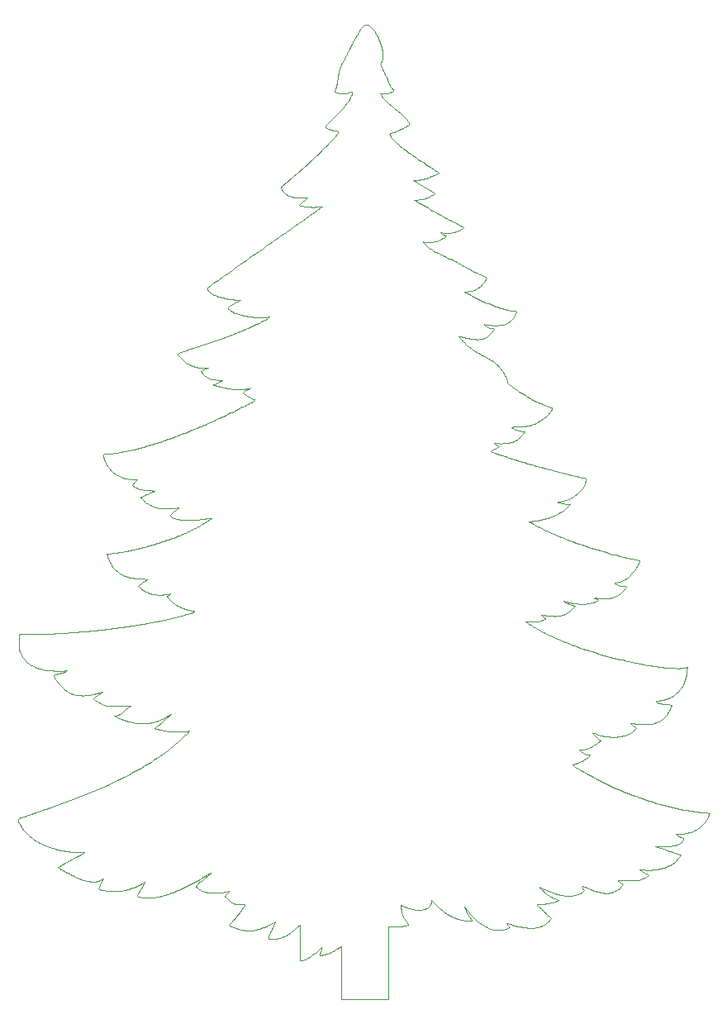
<source format=gbr>
%TF.GenerationSoftware,KiCad,Pcbnew,5.1.7-a382d34a8~88~ubuntu20.04.1*%
%TF.CreationDate,2020-12-11T07:09:02-08:00*%
%TF.ProjectId,2021-xmas-tree,32303231-2d78-46d6-9173-2d747265652e,rev?*%
%TF.SameCoordinates,Original*%
%TF.FileFunction,Profile,NP*%
%FSLAX46Y46*%
G04 Gerber Fmt 4.6, Leading zero omitted, Abs format (unit mm)*
G04 Created by KiCad (PCBNEW 5.1.7-a382d34a8~88~ubuntu20.04.1) date 2020-12-11 07:09:02*
%MOMM*%
%LPD*%
G01*
G04 APERTURE LIST*
%TA.AperFunction,Profile*%
%ADD10C,0.100000*%
%TD*%
G04 APERTURE END LIST*
D10*
X97690272Y-150000000D02*
X102558610Y-150000000D01*
X97690272Y-147284539D02*
X97690272Y-150000000D01*
X97690272Y-144569110D02*
X97690272Y-147284539D01*
X97399230Y-144768079D02*
X97690272Y-144569110D01*
X93498700Y-142368795D02*
X93469001Y-142577263D01*
X93345530Y-142499994D02*
X93498700Y-142368795D01*
X96190967Y-145353046D02*
X96304547Y-145315366D01*
X96304547Y-145315366D02*
X96420956Y-145272737D01*
X96420956Y-145272737D02*
X96539192Y-145225641D01*
X96539192Y-145225641D02*
X96658255Y-145174564D01*
X96658255Y-145174564D02*
X96777143Y-145119990D01*
X96777143Y-145119990D02*
X96894856Y-145062404D01*
X96894856Y-145062404D02*
X97010392Y-145002291D01*
X97010392Y-145002291D02*
X97122751Y-144940134D01*
X97122751Y-144940134D02*
X97230932Y-144876418D01*
X97230932Y-144876418D02*
X97333933Y-144811629D01*
X97333933Y-144811629D02*
X97399230Y-144768079D01*
X95481726Y-145510190D02*
X95592923Y-145504302D01*
X95592923Y-145504302D02*
X95701582Y-145483211D01*
X95701582Y-145483211D02*
X95805710Y-145459459D01*
X95805710Y-145459459D02*
X95920101Y-145430704D01*
X95920101Y-145430704D02*
X96040114Y-145397977D01*
X96040114Y-145397977D02*
X96161109Y-145362304D01*
X96161109Y-145362304D02*
X96190967Y-145353046D01*
X95531917Y-145339537D02*
X95495677Y-145435215D01*
X95495677Y-145435215D02*
X95481726Y-145510190D01*
X95707050Y-144653662D02*
X95696647Y-144766116D01*
X95696647Y-144766116D02*
X95670198Y-144885293D01*
X95670198Y-144885293D02*
X95642282Y-144994626D01*
X95642282Y-144994626D02*
X95610845Y-145106656D01*
X95610845Y-145106656D02*
X95578184Y-145212393D01*
X95578184Y-145212393D02*
X95539132Y-145322021D01*
X95539132Y-145322021D02*
X95531917Y-145339537D01*
X95305966Y-144991811D02*
X95383632Y-144920981D01*
X95383632Y-144920981D02*
X95474088Y-144840180D01*
X95474088Y-144840180D02*
X95554181Y-144770506D01*
X95554181Y-144770506D02*
X95632090Y-144705395D01*
X95632090Y-144705395D02*
X95707050Y-144653662D01*
X94152618Y-145870752D02*
X94263040Y-145811749D01*
X94263040Y-145811749D02*
X94352308Y-145757867D01*
X94352308Y-145757867D02*
X94447062Y-145695761D01*
X94447062Y-145695761D02*
X94547265Y-145625460D01*
X94547265Y-145625460D02*
X94652879Y-145546995D01*
X94652879Y-145546995D02*
X94763866Y-145460394D01*
X94763866Y-145460394D02*
X94880187Y-145365685D01*
X94880187Y-145365685D02*
X94960680Y-145298056D01*
X94960680Y-145298056D02*
X95043515Y-145226846D01*
X95043515Y-145226846D02*
X95128682Y-145152062D01*
X95128682Y-145152062D02*
X95216169Y-145073714D01*
X95216169Y-145073714D02*
X95305966Y-144991811D01*
X93489321Y-146024858D02*
X93597082Y-146039286D01*
X93597082Y-146039286D02*
X93699332Y-146024110D01*
X93699332Y-146024110D02*
X93819988Y-145995124D01*
X93819988Y-145995124D02*
X93923471Y-145963455D01*
X93923471Y-145963455D02*
X94027943Y-145925456D01*
X94027943Y-145925456D02*
X94128608Y-145882240D01*
X94128608Y-145882240D02*
X94152618Y-145870752D01*
X93469001Y-142577263D02*
X93458847Y-142728923D01*
X93458847Y-142728923D02*
X93453750Y-142898264D01*
X93453750Y-142898264D02*
X93451684Y-143000170D01*
X93451684Y-143000170D02*
X93449932Y-143112130D01*
X93449932Y-143112130D02*
X93448486Y-143233064D01*
X93448486Y-143233064D02*
X93447340Y-143361895D01*
X93447340Y-143361895D02*
X93446489Y-143497545D01*
X93446489Y-143497545D02*
X93445925Y-143638936D01*
X93445925Y-143638936D02*
X93445643Y-143784988D01*
X93445643Y-143784988D02*
X93445636Y-143934626D01*
X93445636Y-143934626D02*
X93445898Y-144086769D01*
X93445898Y-144086769D02*
X93446422Y-144240341D01*
X93446422Y-144240341D02*
X93447202Y-144394262D01*
X93447202Y-144394262D02*
X93448232Y-144547456D01*
X93448232Y-144547456D02*
X93449505Y-144698843D01*
X93449505Y-144698843D02*
X93451015Y-144847345D01*
X93451015Y-144847345D02*
X93452755Y-144991886D01*
X93452755Y-144991886D02*
X93454720Y-145131385D01*
X93454720Y-145131385D02*
X93456903Y-145264766D01*
X93456903Y-145264766D02*
X93459298Y-145390950D01*
X93459298Y-145390950D02*
X93461897Y-145508859D01*
X93461897Y-145508859D02*
X93464696Y-145617415D01*
X93464696Y-145617415D02*
X93470864Y-145802155D01*
X93470864Y-145802155D02*
X93477752Y-145936545D01*
X93477752Y-145936545D02*
X93489321Y-146024858D01*
X90912874Y-142070234D02*
X90847374Y-142233950D01*
X90518031Y-142271576D02*
X90912874Y-142070234D01*
X90979441Y-143824445D02*
X91117766Y-143803244D01*
X91117766Y-143803244D02*
X91252229Y-143776708D01*
X91252229Y-143776708D02*
X91383931Y-143744221D01*
X91383931Y-143744221D02*
X91513971Y-143705167D01*
X91513971Y-143705167D02*
X91643451Y-143658929D01*
X91643451Y-143658929D02*
X91773471Y-143604891D01*
X91773471Y-143604891D02*
X91905132Y-143542438D01*
X91905132Y-143542438D02*
X92039534Y-143470953D01*
X92039534Y-143470953D02*
X92177779Y-143389820D01*
X92177779Y-143389820D02*
X92320966Y-143298423D01*
X92320966Y-143298423D02*
X92470198Y-143196146D01*
X92470198Y-143196146D02*
X92626573Y-143082372D01*
X92626573Y-143082372D02*
X92707784Y-143020982D01*
X92707784Y-143020982D02*
X92791193Y-142956487D01*
X92791193Y-142956487D02*
X92876939Y-142888809D01*
X92876939Y-142888809D02*
X92965159Y-142817872D01*
X92965159Y-142817872D02*
X93055990Y-142743599D01*
X93055990Y-142743599D02*
X93149571Y-142665913D01*
X93149571Y-142665913D02*
X93246038Y-142584737D01*
X93246038Y-142584737D02*
X93345530Y-142499994D01*
X90245788Y-143790602D02*
X90358196Y-143822838D01*
X90358196Y-143822838D02*
X90467971Y-143835652D01*
X90467971Y-143835652D02*
X90570008Y-143841486D01*
X90570008Y-143841486D02*
X90679465Y-143843154D01*
X90679465Y-143843154D02*
X90791531Y-143840433D01*
X90791531Y-143840433D02*
X90901390Y-143833102D01*
X90901390Y-143833102D02*
X90979441Y-143824445D01*
X90265225Y-143574792D02*
X90235088Y-143676180D01*
X90235088Y-143676180D02*
X90233166Y-143778640D01*
X90233166Y-143778640D02*
X90245788Y-143790602D01*
X90659652Y-142662255D02*
X90608292Y-142773526D01*
X90608292Y-142773526D02*
X90562233Y-142873542D01*
X90562233Y-142873542D02*
X90502267Y-143004348D01*
X90502267Y-143004348D02*
X90452130Y-143114681D01*
X90452130Y-143114681D02*
X90410564Y-143207448D01*
X90410564Y-143207448D02*
X90366301Y-143308845D01*
X90366301Y-143308845D02*
X90324716Y-143409463D01*
X90324716Y-143409463D02*
X90287282Y-143509663D01*
X90287282Y-143509663D02*
X90265225Y-143574792D01*
X90847374Y-142233950D02*
X90806943Y-142330960D01*
X90806943Y-142330960D02*
X90765213Y-142427299D01*
X90765213Y-142427299D02*
X90719003Y-142531601D01*
X90719003Y-142531601D02*
X90672442Y-142634453D01*
X90672442Y-142634453D02*
X90659652Y-142662255D01*
X82789908Y-138476155D02*
X82928771Y-138597006D01*
X82867269Y-138350981D02*
X82789908Y-138476155D01*
X88112962Y-142996881D02*
X88213698Y-143003689D01*
X88213698Y-143003689D02*
X88322543Y-143003094D01*
X88322543Y-143003094D02*
X88439174Y-142995192D01*
X88439174Y-142995192D02*
X88563272Y-142980080D01*
X88563272Y-142980080D02*
X88694515Y-142957855D01*
X88694515Y-142957855D02*
X88832583Y-142928613D01*
X88832583Y-142928613D02*
X88977155Y-142892452D01*
X88977155Y-142892452D02*
X89127909Y-142849468D01*
X89127909Y-142849468D02*
X89284526Y-142799757D01*
X89284526Y-142799757D02*
X89446684Y-142743417D01*
X89446684Y-142743417D02*
X89614062Y-142680544D01*
X89614062Y-142680544D02*
X89786340Y-142611235D01*
X89786340Y-142611235D02*
X89963197Y-142535587D01*
X89963197Y-142535587D02*
X90144311Y-142453697D01*
X90144311Y-142453697D02*
X90236365Y-142410441D01*
X90236365Y-142410441D02*
X90329363Y-142365660D01*
X90329363Y-142365660D02*
X90423265Y-142319368D01*
X90423265Y-142319368D02*
X90518031Y-142271576D01*
X87183851Y-142805397D02*
X87283039Y-142835057D01*
X87283039Y-142835057D02*
X87392819Y-142864267D01*
X87392819Y-142864267D02*
X87510316Y-142892434D01*
X87510316Y-142892434D02*
X87632656Y-142918964D01*
X87632656Y-142918964D02*
X87756964Y-142943266D01*
X87756964Y-142943266D02*
X87880367Y-142964748D01*
X87880367Y-142964748D02*
X87999991Y-142982817D01*
X87999991Y-142982817D02*
X88112962Y-142996881D01*
X86209944Y-142419497D02*
X86303250Y-142468284D01*
X86303250Y-142468284D02*
X86414606Y-142516189D01*
X86414606Y-142516189D02*
X86516935Y-142558154D01*
X86516935Y-142558154D02*
X86629947Y-142603136D01*
X86629947Y-142603136D02*
X86748745Y-142649196D01*
X86748745Y-142649196D02*
X86868431Y-142694392D01*
X86868431Y-142694392D02*
X86984109Y-142736785D01*
X86984109Y-142736785D02*
X87090882Y-142774433D01*
X87090882Y-142774433D02*
X87183851Y-142805397D01*
X86495613Y-142060352D02*
X86420917Y-142144139D01*
X86420917Y-142144139D02*
X86353999Y-142221897D01*
X86353999Y-142221897D02*
X86287184Y-142303198D01*
X86287184Y-142303198D02*
X86222788Y-142390229D01*
X86222788Y-142390229D02*
X86209944Y-142419497D01*
X87830581Y-140327860D02*
X87772328Y-140435887D01*
X87772328Y-140435887D02*
X87693525Y-140556396D01*
X87693525Y-140556396D02*
X87626798Y-140652259D01*
X87626798Y-140652259D02*
X87550289Y-140758499D01*
X87550289Y-140758499D02*
X87465348Y-140873366D01*
X87465348Y-140873366D02*
X87373322Y-140995111D01*
X87373322Y-140995111D02*
X87275561Y-141121984D01*
X87275561Y-141121984D02*
X87173411Y-141252234D01*
X87173411Y-141252234D02*
X87068223Y-141384113D01*
X87068223Y-141384113D02*
X86961343Y-141515870D01*
X86961343Y-141515870D02*
X86854121Y-141645755D01*
X86854121Y-141645755D02*
X86747905Y-141772019D01*
X86747905Y-141772019D02*
X86644043Y-141892911D01*
X86644043Y-141892911D02*
X86543883Y-142006683D01*
X86543883Y-142006683D02*
X86495613Y-142060352D01*
X87380740Y-140281005D02*
X87508170Y-140281479D01*
X87508170Y-140281479D02*
X87611028Y-140283050D01*
X87611028Y-140283050D02*
X87723865Y-140287945D01*
X87723865Y-140287945D02*
X87823185Y-140307088D01*
X87823185Y-140307088D02*
X87830581Y-140327860D01*
X86731030Y-140217539D02*
X86840956Y-140248029D01*
X86840956Y-140248029D02*
X86955048Y-140265656D01*
X86955048Y-140265656D02*
X87076059Y-140275007D01*
X87076059Y-140275007D02*
X87199265Y-140279327D01*
X87199265Y-140279327D02*
X87315736Y-140280828D01*
X87315736Y-140280828D02*
X87380740Y-140281005D01*
X86015277Y-139683809D02*
X86087608Y-139770369D01*
X86087608Y-139770369D02*
X86168067Y-139853669D01*
X86168067Y-139853669D02*
X86255039Y-139932504D01*
X86255039Y-139932504D02*
X86346907Y-140005670D01*
X86346907Y-140005670D02*
X86442056Y-140071961D01*
X86442056Y-140071961D02*
X86538870Y-140130172D01*
X86538870Y-140130172D02*
X86635733Y-140179100D01*
X86635733Y-140179100D02*
X86731030Y-140217539D01*
X85797372Y-139487255D02*
X85887597Y-139542416D01*
X85887597Y-139542416D02*
X85965550Y-139622975D01*
X85965550Y-139622975D02*
X86015277Y-139683809D01*
X85731107Y-139455463D02*
X85797372Y-139487255D01*
X86004509Y-139166940D02*
X85923439Y-139244499D01*
X85923439Y-139244499D02*
X85851921Y-139315668D01*
X85851921Y-139315668D02*
X85777964Y-139393716D01*
X85777964Y-139393716D02*
X85731107Y-139455463D01*
X86218661Y-138932088D02*
X86156011Y-139017945D01*
X86156011Y-139017945D02*
X86082903Y-139091800D01*
X86082903Y-139091800D02*
X86004509Y-139166940D01*
X85812966Y-139017492D02*
X85918369Y-138997667D01*
X85918369Y-138997667D02*
X86031719Y-138975184D01*
X86031719Y-138975184D02*
X86137657Y-138952640D01*
X86137657Y-138952640D02*
X86218661Y-138932088D01*
X84743329Y-139081291D02*
X84889154Y-139080794D01*
X84889154Y-139080794D02*
X85021649Y-139079398D01*
X85021649Y-139079398D02*
X85142164Y-139077021D01*
X85142164Y-139077021D02*
X85252054Y-139073583D01*
X85252054Y-139073583D02*
X85352670Y-139069000D01*
X85352670Y-139069000D02*
X85474738Y-139060970D01*
X85474738Y-139060970D02*
X85585932Y-139050568D01*
X85585932Y-139050568D02*
X85689457Y-139037601D01*
X85689457Y-139037601D02*
X85788521Y-139021876D01*
X85788521Y-139021876D02*
X85812966Y-139017492D01*
X83744997Y-139001819D02*
X83852645Y-139030846D01*
X83852645Y-139030846D02*
X83955306Y-139051900D01*
X83955306Y-139051900D02*
X84068588Y-139066222D01*
X84068588Y-139066222D02*
X84177348Y-139073668D01*
X84177348Y-139073668D02*
X84310885Y-139078236D01*
X84310885Y-139078236D02*
X84432105Y-139080157D01*
X84432105Y-139080157D02*
X84575130Y-139081086D01*
X84575130Y-139081086D02*
X84684257Y-139081286D01*
X84684257Y-139081286D02*
X84743329Y-139081291D01*
X82928771Y-138597006D02*
X83023280Y-138671256D01*
X83023280Y-138671256D02*
X83109468Y-138728604D01*
X83109468Y-138728604D02*
X83204170Y-138783684D01*
X83204170Y-138783684D02*
X83306564Y-138836089D01*
X83306564Y-138836089D02*
X83415826Y-138885412D01*
X83415826Y-138885412D02*
X83531135Y-138931243D01*
X83531135Y-138931243D02*
X83651666Y-138973174D01*
X83651666Y-138973174D02*
X83744997Y-139001819D01*
X77585866Y-137959614D02*
X77507081Y-138097245D01*
X77491450Y-138021476D02*
X77585866Y-137959614D01*
X83649718Y-137645242D02*
X83561342Y-137712059D01*
X83561342Y-137712059D02*
X83479678Y-137774542D01*
X83479678Y-137774542D02*
X83369084Y-137860754D01*
X83369084Y-137860754D02*
X83271845Y-137938790D01*
X83271845Y-137938790D02*
X83186913Y-138009593D01*
X83186913Y-138009593D02*
X83091004Y-138094380D01*
X83091004Y-138094380D02*
X83012632Y-138170226D01*
X83012632Y-138170226D02*
X82935546Y-138255872D01*
X82935546Y-138255872D02*
X82867269Y-138350981D01*
X84346463Y-137017809D02*
X84285220Y-137107923D01*
X84285220Y-137107923D02*
X84206214Y-137184155D01*
X84206214Y-137184155D02*
X84131717Y-137251718D01*
X84131717Y-137251718D02*
X84046774Y-137325827D01*
X84046774Y-137325827D02*
X83953744Y-137404358D01*
X83953744Y-137404358D02*
X83854986Y-137485186D01*
X83854986Y-137485186D02*
X83752857Y-137566189D01*
X83752857Y-137566189D02*
X83649718Y-137645242D01*
X83924603Y-137269703D02*
X84024598Y-137206942D01*
X84024598Y-137206942D02*
X84116928Y-137149890D01*
X84116928Y-137149890D02*
X84212847Y-137091802D01*
X84212847Y-137091802D02*
X84305904Y-137037684D01*
X84305904Y-137037684D02*
X84346463Y-137017809D01*
X78816662Y-139543140D02*
X78956325Y-139512943D01*
X78956325Y-139512943D02*
X79097519Y-139480002D01*
X79097519Y-139480002D02*
X79240219Y-139444329D01*
X79240219Y-139444329D02*
X79384401Y-139405935D01*
X79384401Y-139405935D02*
X79530040Y-139364829D01*
X79530040Y-139364829D02*
X79677113Y-139321023D01*
X79677113Y-139321023D02*
X79825595Y-139274528D01*
X79825595Y-139274528D02*
X79975462Y-139225354D01*
X79975462Y-139225354D02*
X80126690Y-139173513D01*
X80126690Y-139173513D02*
X80279254Y-139119014D01*
X80279254Y-139119014D02*
X80433130Y-139061869D01*
X80433130Y-139061869D02*
X80588293Y-139002089D01*
X80588293Y-139002089D02*
X80744720Y-138939684D01*
X80744720Y-138939684D02*
X80902386Y-138874666D01*
X80902386Y-138874666D02*
X81061268Y-138807045D01*
X81061268Y-138807045D02*
X81221339Y-138736831D01*
X81221339Y-138736831D02*
X81382577Y-138664036D01*
X81382577Y-138664036D02*
X81544957Y-138588671D01*
X81544957Y-138588671D02*
X81708455Y-138510746D01*
X81708455Y-138510746D02*
X81873047Y-138430272D01*
X81873047Y-138430272D02*
X82038708Y-138347260D01*
X82038708Y-138347260D02*
X82205413Y-138261721D01*
X82205413Y-138261721D02*
X82373140Y-138173665D01*
X82373140Y-138173665D02*
X82541862Y-138083103D01*
X82541862Y-138083103D02*
X82711557Y-137990047D01*
X82711557Y-137990047D02*
X82882200Y-137894506D01*
X82882200Y-137894506D02*
X83053767Y-137796492D01*
X83053767Y-137796492D02*
X83226232Y-137696016D01*
X83226232Y-137696016D02*
X83399573Y-137593088D01*
X83399573Y-137593088D02*
X83573764Y-137487719D01*
X83573764Y-137487719D02*
X83748782Y-137379921D01*
X83748782Y-137379921D02*
X83924603Y-137269703D01*
X77104746Y-139547109D02*
X77215378Y-139569299D01*
X77215378Y-139569299D02*
X77352261Y-139586785D01*
X77352261Y-139586785D02*
X77455376Y-139595834D01*
X77455376Y-139595834D02*
X77566072Y-139602801D01*
X77566072Y-139602801D02*
X77682715Y-139607691D01*
X77682715Y-139607691D02*
X77803670Y-139610506D01*
X77803670Y-139610506D02*
X77927303Y-139611252D01*
X77927303Y-139611252D02*
X78051980Y-139609930D01*
X78051980Y-139609930D02*
X78176067Y-139606546D01*
X78176067Y-139606546D02*
X78297928Y-139601103D01*
X78297928Y-139601103D02*
X78415930Y-139593605D01*
X78415930Y-139593605D02*
X78528439Y-139584056D01*
X78528439Y-139584056D02*
X78633820Y-139572460D01*
X78633820Y-139572460D02*
X78774952Y-139551234D01*
X78774952Y-139551234D02*
X78816662Y-139543140D01*
X76809090Y-139453981D02*
X76905760Y-139490381D01*
X76905760Y-139490381D02*
X77004726Y-139520083D01*
X77004726Y-139520083D02*
X77104746Y-139547109D01*
X77253276Y-138534744D02*
X77184859Y-138652443D01*
X77184859Y-138652443D02*
X77122578Y-138760632D01*
X77122578Y-138760632D02*
X77066278Y-138859626D01*
X77066278Y-138859626D02*
X77015808Y-138949742D01*
X77015808Y-138949742D02*
X76950696Y-139068964D01*
X76950696Y-139068964D02*
X76897838Y-139169992D01*
X76897838Y-139169992D02*
X76845529Y-139278245D01*
X76845529Y-139278245D02*
X76807621Y-139374611D01*
X76807621Y-139374611D02*
X76809090Y-139453981D01*
X77507081Y-138097245D02*
X77455675Y-138186465D01*
X77455675Y-138186465D02*
X77400026Y-138282535D01*
X77400026Y-138282535D02*
X77346068Y-138375439D01*
X77346068Y-138375439D02*
X77290041Y-138471698D01*
X77290041Y-138471698D02*
X77253276Y-138534744D01*
X72790133Y-138669769D02*
X72884161Y-138707052D01*
X72854394Y-138558157D02*
X72790133Y-138669769D01*
X74653884Y-138947391D02*
X74841753Y-138935504D01*
X74841753Y-138935504D02*
X75028904Y-138917263D01*
X75028904Y-138917263D02*
X75215191Y-138892715D01*
X75215191Y-138892715D02*
X75400466Y-138861909D01*
X75400466Y-138861909D02*
X75584583Y-138824891D01*
X75584583Y-138824891D02*
X75767394Y-138781711D01*
X75767394Y-138781711D02*
X75948754Y-138732416D01*
X75948754Y-138732416D02*
X76128516Y-138677053D01*
X76128516Y-138677053D02*
X76306532Y-138615671D01*
X76306532Y-138615671D02*
X76482656Y-138548317D01*
X76482656Y-138548317D02*
X76656741Y-138475040D01*
X76656741Y-138475040D02*
X76828641Y-138395887D01*
X76828641Y-138395887D02*
X76998208Y-138310906D01*
X76998208Y-138310906D02*
X77165297Y-138220146D01*
X77165297Y-138220146D02*
X77329759Y-138123653D01*
X77329759Y-138123653D02*
X77491450Y-138021476D01*
X72884161Y-138707052D02*
X73014354Y-138753927D01*
X73014354Y-138753927D02*
X73156698Y-138796412D01*
X73156698Y-138796412D02*
X73257531Y-138822186D01*
X73257531Y-138822186D02*
X73362544Y-138845843D01*
X73362544Y-138845843D02*
X73471248Y-138867317D01*
X73471248Y-138867317D02*
X73583154Y-138886542D01*
X73583154Y-138886542D02*
X73697776Y-138903451D01*
X73697776Y-138903451D02*
X73814624Y-138917977D01*
X73814624Y-138917977D02*
X73933210Y-138930055D01*
X73933210Y-138930055D02*
X74053047Y-138939618D01*
X74053047Y-138939618D02*
X74173644Y-138946600D01*
X74173644Y-138946600D02*
X74294515Y-138950935D01*
X74294515Y-138950935D02*
X74415171Y-138952556D01*
X74415171Y-138952556D02*
X74535123Y-138951396D01*
X74535123Y-138951396D02*
X74653884Y-138947391D01*
X73276782Y-137652912D02*
X73213161Y-137767508D01*
X73092208Y-137755779D02*
X73276782Y-137652912D01*
X73034098Y-138164328D02*
X72990594Y-138267907D01*
X72990594Y-138267907D02*
X72946053Y-138369147D01*
X72946053Y-138369147D02*
X72898946Y-138470878D01*
X72898946Y-138470878D02*
X72854394Y-138558157D01*
X73213161Y-137767508D02*
X73163461Y-137867822D01*
X73163461Y-137867822D02*
X73121995Y-137958822D01*
X73121995Y-137958822D02*
X73077562Y-138060565D01*
X73077562Y-138060565D02*
X73034098Y-138164328D01*
X82104154Y-122524637D02*
X82022086Y-122618649D01*
X81950894Y-122563872D02*
X82104154Y-122524637D01*
X70191246Y-137350877D02*
X70314456Y-137410868D01*
X70314456Y-137410868D02*
X70435183Y-137467752D01*
X70435183Y-137467752D02*
X70553464Y-137521534D01*
X70553464Y-137521534D02*
X70669338Y-137572219D01*
X70669338Y-137572219D02*
X70782843Y-137619813D01*
X70782843Y-137619813D02*
X70894018Y-137664320D01*
X70894018Y-137664320D02*
X71002901Y-137705746D01*
X71002901Y-137705746D02*
X71109530Y-137744097D01*
X71109530Y-137744097D02*
X71213943Y-137779378D01*
X71213943Y-137779378D02*
X71316180Y-137811594D01*
X71316180Y-137811594D02*
X71416278Y-137840750D01*
X71416278Y-137840750D02*
X71514275Y-137866853D01*
X71514275Y-137866853D02*
X71704123Y-137909916D01*
X71704123Y-137909916D02*
X71886029Y-137940828D01*
X71886029Y-137940828D02*
X72060301Y-137959630D01*
X72060301Y-137959630D02*
X72227245Y-137966366D01*
X72227245Y-137966366D02*
X72387168Y-137961078D01*
X72387168Y-137961078D02*
X72540377Y-137943809D01*
X72540377Y-137943809D02*
X72687179Y-137914601D01*
X72687179Y-137914601D02*
X72827880Y-137873499D01*
X72827880Y-137873499D02*
X72962787Y-137820544D01*
X72962787Y-137820544D02*
X73092208Y-137755779D01*
X68687475Y-136470994D02*
X68766842Y-136543670D01*
X68766842Y-136543670D02*
X68863355Y-136608719D01*
X68863355Y-136608719D02*
X68990184Y-136688479D01*
X68990184Y-136688479D02*
X69088775Y-136748185D01*
X69088775Y-136748185D02*
X69196633Y-136811967D01*
X69196633Y-136811967D02*
X69312077Y-136878843D01*
X69312077Y-136878843D02*
X69433423Y-136947826D01*
X69433423Y-136947826D02*
X69558990Y-137017934D01*
X69558990Y-137017934D02*
X69687095Y-137088181D01*
X69687095Y-137088181D02*
X69816055Y-137157583D01*
X69816055Y-137157583D02*
X69944188Y-137225156D01*
X69944188Y-137225156D02*
X70069813Y-137289915D01*
X70069813Y-137289915D02*
X70191246Y-137350877D01*
X71020273Y-135161815D02*
X70876368Y-135236267D01*
X70876368Y-135236267D02*
X70715226Y-135321236D01*
X70715226Y-135321236D02*
X70540485Y-135414676D01*
X70540485Y-135414676D02*
X70449152Y-135463935D01*
X70449152Y-135463935D02*
X70355785Y-135514546D01*
X70355785Y-135514546D02*
X70260838Y-135566254D01*
X70260838Y-135566254D02*
X70164766Y-135618804D01*
X70164766Y-135618804D02*
X70068025Y-135671939D01*
X70068025Y-135671939D02*
X69971068Y-135725406D01*
X69971068Y-135725406D02*
X69874352Y-135778948D01*
X69874352Y-135778948D02*
X69778331Y-135832310D01*
X69778331Y-135832310D02*
X69683459Y-135885236D01*
X69683459Y-135885236D02*
X69590193Y-135937473D01*
X69590193Y-135937473D02*
X69498987Y-135988763D01*
X69498987Y-135988763D02*
X69410296Y-136038852D01*
X69410296Y-136038852D02*
X69242279Y-136134406D01*
X69242279Y-136134406D02*
X69089781Y-136222091D01*
X69089781Y-136222091D02*
X68956442Y-136299865D01*
X68956442Y-136299865D02*
X68845902Y-136365684D01*
X68845902Y-136365684D02*
X68730803Y-136437532D01*
X68730803Y-136437532D02*
X68687475Y-136470994D01*
X71390690Y-134925291D02*
X71314540Y-135006688D01*
X71314540Y-135006688D02*
X71204467Y-135066332D01*
X71204467Y-135066332D02*
X71088172Y-135126971D01*
X71088172Y-135126971D02*
X71020273Y-135161815D01*
X69891384Y-134904283D02*
X70008345Y-134916699D01*
X70008345Y-134916699D02*
X70147692Y-134927200D01*
X70147692Y-134927200D02*
X70250035Y-134933094D01*
X70250035Y-134933094D02*
X70357838Y-134938074D01*
X70357838Y-134938074D02*
X70469307Y-134942113D01*
X70469307Y-134942113D02*
X70582647Y-134945188D01*
X70582647Y-134945188D02*
X70696063Y-134947273D01*
X70696063Y-134947273D02*
X70807759Y-134948343D01*
X70807759Y-134948343D02*
X70915940Y-134948372D01*
X70915940Y-134948372D02*
X71018812Y-134947336D01*
X71018812Y-134947336D02*
X71159236Y-134943728D01*
X71159236Y-134943728D02*
X71277615Y-134937582D01*
X71277615Y-134937582D02*
X71390690Y-134925291D01*
X66399971Y-133761048D02*
X66486412Y-133813880D01*
X66486412Y-133813880D02*
X66574626Y-133865711D01*
X66574626Y-133865711D02*
X66664583Y-133916530D01*
X66664583Y-133916530D02*
X66756250Y-133966326D01*
X66756250Y-133966326D02*
X66849597Y-134015090D01*
X66849597Y-134015090D02*
X66944593Y-134062812D01*
X66944593Y-134062812D02*
X67041206Y-134109480D01*
X67041206Y-134109480D02*
X67139406Y-134155086D01*
X67139406Y-134155086D02*
X67239162Y-134199619D01*
X67239162Y-134199619D02*
X67340442Y-134243068D01*
X67340442Y-134243068D02*
X67443215Y-134285424D01*
X67443215Y-134285424D02*
X67547451Y-134326676D01*
X67547451Y-134326676D02*
X67653117Y-134366815D01*
X67653117Y-134366815D02*
X67760184Y-134405829D01*
X67760184Y-134405829D02*
X67868620Y-134443709D01*
X67868620Y-134443709D02*
X67978394Y-134480445D01*
X67978394Y-134480445D02*
X68089475Y-134516026D01*
X68089475Y-134516026D02*
X68201832Y-134550443D01*
X68201832Y-134550443D02*
X68315433Y-134583685D01*
X68315433Y-134583685D02*
X68430248Y-134615741D01*
X68430248Y-134615741D02*
X68546246Y-134646603D01*
X68546246Y-134646603D02*
X68663395Y-134676259D01*
X68663395Y-134676259D02*
X68781665Y-134704699D01*
X68781665Y-134704699D02*
X68901024Y-134731914D01*
X68901024Y-134731914D02*
X69021441Y-134757893D01*
X69021441Y-134757893D02*
X69142886Y-134782625D01*
X69142886Y-134782625D02*
X69265326Y-134806101D01*
X69265326Y-134806101D02*
X69388732Y-134828311D01*
X69388732Y-134828311D02*
X69513072Y-134849244D01*
X69513072Y-134849244D02*
X69638314Y-134868891D01*
X69638314Y-134868891D02*
X69764428Y-134887240D01*
X69764428Y-134887240D02*
X69891384Y-134904283D01*
X64623325Y-131801204D02*
X64688424Y-131945264D01*
X64688424Y-131945264D02*
X64759578Y-132086370D01*
X64759578Y-132086370D02*
X64836802Y-132224538D01*
X64836802Y-132224538D02*
X64920110Y-132359785D01*
X64920110Y-132359785D02*
X65009519Y-132492129D01*
X65009519Y-132492129D02*
X65105043Y-132621585D01*
X65105043Y-132621585D02*
X65206697Y-132748170D01*
X65206697Y-132748170D02*
X65314497Y-132871903D01*
X65314497Y-132871903D02*
X65428458Y-132992798D01*
X65428458Y-132992798D02*
X65548595Y-133110873D01*
X65548595Y-133110873D02*
X65674923Y-133226145D01*
X65674923Y-133226145D02*
X65807459Y-133338631D01*
X65807459Y-133338631D02*
X65946216Y-133448348D01*
X65946216Y-133448348D02*
X66091210Y-133555311D01*
X66091210Y-133555311D02*
X66242456Y-133659539D01*
X66242456Y-133659539D02*
X66399971Y-133761048D01*
X64947825Y-131375429D02*
X64833222Y-131419197D01*
X64833222Y-131419197D02*
X64715129Y-131466320D01*
X64715129Y-131466320D02*
X64617422Y-131514877D01*
X64617422Y-131514877D02*
X64556609Y-131605697D01*
X64556609Y-131605697D02*
X64585989Y-131712958D01*
X64585989Y-131712958D02*
X64623325Y-131801204D01*
X67915829Y-130350160D02*
X67803481Y-130387470D01*
X67803481Y-130387470D02*
X67655765Y-130437197D01*
X67655765Y-130437197D02*
X67478169Y-130497447D01*
X67478169Y-130497447D02*
X67379881Y-130530924D01*
X67379881Y-130530924D02*
X67276182Y-130566321D01*
X67276182Y-130566321D02*
X67167757Y-130603401D01*
X67167757Y-130603401D02*
X67055293Y-130641926D01*
X67055293Y-130641926D02*
X66939476Y-130681659D01*
X66939476Y-130681659D02*
X66820991Y-130722363D01*
X66820991Y-130722363D02*
X66700526Y-130763802D01*
X66700526Y-130763802D02*
X66578766Y-130805738D01*
X66578766Y-130805738D02*
X66456397Y-130847934D01*
X66456397Y-130847934D02*
X66334105Y-130890154D01*
X66334105Y-130890154D02*
X66212577Y-130932159D01*
X66212577Y-130932159D02*
X66092498Y-130973714D01*
X66092498Y-130973714D02*
X65974555Y-131014582D01*
X65974555Y-131014582D02*
X65859434Y-131054524D01*
X65859434Y-131054524D02*
X65747820Y-131093305D01*
X65747820Y-131093305D02*
X65640401Y-131130687D01*
X65640401Y-131130687D02*
X65537862Y-131166433D01*
X65537862Y-131166433D02*
X65440889Y-131200306D01*
X65440889Y-131200306D02*
X65266386Y-131261486D01*
X65266386Y-131261486D02*
X65122382Y-131312330D01*
X65122382Y-131312330D02*
X65014365Y-131350943D01*
X65014365Y-131350943D02*
X64947825Y-131375429D01*
X68356801Y-130197136D02*
X68248212Y-130235234D01*
X68248212Y-130235234D02*
X68144797Y-130271345D01*
X68144797Y-130271345D02*
X68038831Y-130308136D01*
X68038831Y-130308136D02*
X67940745Y-130341813D01*
X67940745Y-130341813D02*
X67915829Y-130350160D01*
X69714996Y-129705773D02*
X69562669Y-129761464D01*
X69562669Y-129761464D02*
X69425043Y-129811760D01*
X69425043Y-129811760D02*
X69300893Y-129857102D01*
X69300893Y-129857102D02*
X69188998Y-129897934D01*
X69188998Y-129897934D02*
X69088133Y-129934697D01*
X69088133Y-129934697D02*
X68954842Y-129983181D01*
X68954842Y-129983181D02*
X68839490Y-130025001D01*
X68839490Y-130025001D02*
X68737947Y-130061649D01*
X68737947Y-130061649D02*
X68616904Y-130105051D01*
X68616904Y-130105051D02*
X68503287Y-130145454D01*
X68503287Y-130145454D02*
X68387310Y-130186400D01*
X68387310Y-130186400D02*
X68356801Y-130197136D01*
X80915690Y-123679832D02*
X80678557Y-123882717D01*
X80678557Y-123882717D02*
X80433207Y-124085166D01*
X80433207Y-124085166D02*
X80179733Y-124287126D01*
X80179733Y-124287126D02*
X79918229Y-124488548D01*
X79918229Y-124488548D02*
X79648787Y-124689382D01*
X79648787Y-124689382D02*
X79371501Y-124889577D01*
X79371501Y-124889577D02*
X79086464Y-125089083D01*
X79086464Y-125089083D02*
X78793771Y-125287850D01*
X78793771Y-125287850D02*
X78493514Y-125485827D01*
X78493514Y-125485827D02*
X78185788Y-125682965D01*
X78185788Y-125682965D02*
X77870684Y-125879212D01*
X77870684Y-125879212D02*
X77548298Y-126074519D01*
X77548298Y-126074519D02*
X77218721Y-126268836D01*
X77218721Y-126268836D02*
X76882048Y-126462111D01*
X76882048Y-126462111D02*
X76538373Y-126654296D01*
X76538373Y-126654296D02*
X76187788Y-126845339D01*
X76187788Y-126845339D02*
X75830387Y-127035190D01*
X75830387Y-127035190D02*
X75466263Y-127223800D01*
X75466263Y-127223800D02*
X75095511Y-127411117D01*
X75095511Y-127411117D02*
X74718223Y-127597091D01*
X74718223Y-127597091D02*
X74334492Y-127781673D01*
X74334492Y-127781673D02*
X73944413Y-127964812D01*
X73944413Y-127964812D02*
X73548078Y-128146458D01*
X73548078Y-128146458D02*
X73145582Y-128326559D01*
X73145582Y-128326559D02*
X72737017Y-128505068D01*
X72737017Y-128505068D02*
X72322477Y-128681931D01*
X72322477Y-128681931D02*
X71902056Y-128857101D01*
X71902056Y-128857101D02*
X71475846Y-129030526D01*
X71475846Y-129030526D02*
X71043942Y-129202155D01*
X71043942Y-129202155D02*
X70606436Y-129371940D01*
X70606436Y-129371940D02*
X70163423Y-129539829D01*
X70163423Y-129539829D02*
X69714996Y-129705773D01*
X82022086Y-122618649D02*
X81942128Y-122705267D01*
X81942128Y-122705267D02*
X81860192Y-122789439D01*
X81860192Y-122789439D02*
X81763209Y-122886447D01*
X81763209Y-122886447D02*
X81691875Y-122956640D01*
X81691875Y-122956640D02*
X81616373Y-123030120D01*
X81616373Y-123030120D02*
X81537712Y-123105921D01*
X81537712Y-123105921D02*
X81456900Y-123183076D01*
X81456900Y-123183076D02*
X81374946Y-123260617D01*
X81374946Y-123260617D02*
X81292858Y-123337578D01*
X81292858Y-123337578D02*
X81211643Y-123412992D01*
X81211643Y-123412992D02*
X81132311Y-123485891D01*
X81132311Y-123485891D02*
X81055869Y-123555309D01*
X81055869Y-123555309D02*
X80948831Y-123650792D01*
X80948831Y-123650792D02*
X80915690Y-123679832D01*
X80245412Y-120819628D02*
X80069023Y-120986458D01*
X79927912Y-120989287D02*
X80245412Y-120819628D01*
X79910273Y-122560248D02*
X80041047Y-122574983D01*
X80041047Y-122574983D02*
X80154199Y-122583186D01*
X80154199Y-122583186D02*
X80284183Y-122590084D01*
X80284183Y-122590084D02*
X80427620Y-122595673D01*
X80427620Y-122595673D02*
X80581129Y-122599947D01*
X80581129Y-122599947D02*
X80741330Y-122602898D01*
X80741330Y-122602898D02*
X80904845Y-122604522D01*
X80904845Y-122604522D02*
X81068294Y-122604812D01*
X81068294Y-122604812D02*
X81228296Y-122603762D01*
X81228296Y-122603762D02*
X81381472Y-122601367D01*
X81381472Y-122601367D02*
X81524442Y-122597620D01*
X81524442Y-122597620D02*
X81653827Y-122592515D01*
X81653827Y-122592515D02*
X81766247Y-122586047D01*
X81766247Y-122586047D02*
X81895673Y-122573775D01*
X81895673Y-122573775D02*
X81950894Y-122563872D01*
X78572166Y-122240321D02*
X78669021Y-122288398D01*
X78669021Y-122288398D02*
X78800449Y-122327795D01*
X78800449Y-122327795D02*
X78926792Y-122360993D01*
X78926792Y-122360993D02*
X79071711Y-122396069D01*
X79071711Y-122396069D02*
X79176321Y-122419940D01*
X79176321Y-122419940D02*
X79285702Y-122443814D01*
X79285702Y-122443814D02*
X79398459Y-122467355D01*
X79398459Y-122467355D02*
X79513199Y-122490232D01*
X79513199Y-122490232D02*
X79628527Y-122512109D01*
X79628527Y-122512109D02*
X79743050Y-122532655D01*
X79743050Y-122532655D02*
X79855372Y-122551536D01*
X79855372Y-122551536D02*
X79910273Y-122560248D01*
X78852896Y-122014526D02*
X78770269Y-122076060D01*
X78770269Y-122076060D02*
X78686180Y-122140822D01*
X78686180Y-122140822D02*
X78607045Y-122205323D01*
X78607045Y-122205323D02*
X78572166Y-122240321D01*
X80069023Y-120986458D02*
X79972807Y-121075879D01*
X79972807Y-121075879D02*
X79863899Y-121174358D01*
X79863899Y-121174358D02*
X79785783Y-121243740D01*
X79785783Y-121243740D02*
X79704336Y-121315195D01*
X79704336Y-121315195D02*
X79620483Y-121387940D01*
X79620483Y-121387940D02*
X79535147Y-121461195D01*
X79535147Y-121461195D02*
X79449252Y-121534179D01*
X79449252Y-121534179D02*
X79363724Y-121606109D01*
X79363724Y-121606109D02*
X79279485Y-121676206D01*
X79279485Y-121676206D02*
X79197461Y-121743688D01*
X79197461Y-121743688D02*
X79118575Y-121807773D01*
X79118575Y-121807773D02*
X79008151Y-121895824D01*
X79008151Y-121895824D02*
X78909987Y-121971838D01*
X78909987Y-121971838D02*
X78852896Y-122014526D01*
X74427292Y-120989670D02*
X74637602Y-121087508D01*
X74642272Y-120945816D02*
X74427292Y-120989670D01*
X78206870Y-121675291D02*
X78308242Y-121654710D01*
X78308242Y-121654710D02*
X78453074Y-121621762D01*
X78453074Y-121621762D02*
X78592354Y-121585080D01*
X78592354Y-121585080D02*
X78729592Y-121543264D01*
X78729592Y-121543264D02*
X78868297Y-121494916D01*
X78868297Y-121494916D02*
X78963316Y-121458363D01*
X78963316Y-121458363D02*
X79061588Y-121417870D01*
X79061588Y-121417870D02*
X79164151Y-121373023D01*
X79164151Y-121373023D02*
X79272047Y-121323407D01*
X79272047Y-121323407D02*
X79386316Y-121268608D01*
X79386316Y-121268608D02*
X79507996Y-121208211D01*
X79507996Y-121208211D02*
X79638129Y-121141801D01*
X79638129Y-121141801D02*
X79777754Y-121068965D01*
X79777754Y-121068965D02*
X79927912Y-120989287D01*
X76537047Y-121688520D02*
X76671702Y-121708084D01*
X76671702Y-121708084D02*
X76820776Y-121723266D01*
X76820776Y-121723266D02*
X76926479Y-121730966D01*
X76926479Y-121730966D02*
X77036053Y-121736738D01*
X77036053Y-121736738D02*
X77148486Y-121740589D01*
X77148486Y-121740589D02*
X77262763Y-121742530D01*
X77262763Y-121742530D02*
X77377869Y-121742566D01*
X77377869Y-121742566D02*
X77492790Y-121740707D01*
X77492790Y-121740707D02*
X77606513Y-121736960D01*
X77606513Y-121736960D02*
X77718022Y-121731334D01*
X77718022Y-121731334D02*
X77826304Y-121723836D01*
X77826304Y-121723836D02*
X77930343Y-121714475D01*
X77930343Y-121714475D02*
X78076231Y-121696956D01*
X78076231Y-121696956D02*
X78206870Y-121675291D01*
X74637602Y-121087508D02*
X74747069Y-121137168D01*
X74747069Y-121137168D02*
X74859796Y-121185856D01*
X74859796Y-121185856D02*
X74975347Y-121233436D01*
X74975347Y-121233436D02*
X75093289Y-121279768D01*
X75093289Y-121279768D02*
X75213188Y-121324717D01*
X75213188Y-121324717D02*
X75334609Y-121368144D01*
X75334609Y-121368144D02*
X75457118Y-121409912D01*
X75457118Y-121409912D02*
X75580282Y-121449884D01*
X75580282Y-121449884D02*
X75703665Y-121487923D01*
X75703665Y-121487923D02*
X75826835Y-121523891D01*
X75826835Y-121523891D02*
X75949356Y-121557651D01*
X75949356Y-121557651D02*
X76070795Y-121589065D01*
X76070795Y-121589065D02*
X76190718Y-121617997D01*
X76190718Y-121617997D02*
X76308690Y-121644308D01*
X76308690Y-121644308D02*
X76424278Y-121667861D01*
X76424278Y-121667861D02*
X76537047Y-121688520D01*
X76082008Y-119941312D02*
X75923571Y-120041965D01*
X74918155Y-119951154D02*
X76082008Y-119941312D01*
X75450471Y-120434368D02*
X75345961Y-120530060D01*
X75345961Y-120530060D02*
X75252776Y-120612470D01*
X75252776Y-120612470D02*
X75169054Y-120682778D01*
X75169054Y-120682778D02*
X75068928Y-120759729D01*
X75068928Y-120759729D02*
X74977901Y-120820051D01*
X74977901Y-120820051D02*
X74870193Y-120876321D01*
X74870193Y-120876321D02*
X74761189Y-120916424D01*
X74761189Y-120916424D02*
X74642272Y-120945816D01*
X75923571Y-120041965D02*
X75837224Y-120104068D01*
X75837224Y-120104068D02*
X75750854Y-120172732D01*
X75750854Y-120172732D02*
X75670012Y-120240033D01*
X75670012Y-120240033D02*
X75585150Y-120313146D01*
X75585150Y-120313146D02*
X75500059Y-120388926D01*
X75500059Y-120388926D02*
X75450471Y-120434368D01*
X68197576Y-116821263D02*
X68308104Y-117032930D01*
X68312467Y-116773187D02*
X68197576Y-116821263D01*
X73474075Y-119879852D02*
X73589694Y-119911291D01*
X73589694Y-119911291D02*
X73702437Y-119933059D01*
X73702437Y-119933059D02*
X73810548Y-119944496D01*
X73810548Y-119944496D02*
X73912077Y-119950081D01*
X73912077Y-119950081D02*
X74038268Y-119953453D01*
X74038268Y-119953453D02*
X74139270Y-119954628D01*
X74139270Y-119954628D02*
X74255992Y-119955054D01*
X74255992Y-119955054D02*
X74390338Y-119954826D01*
X74390338Y-119954826D02*
X74544211Y-119954037D01*
X74544211Y-119954037D02*
X74719515Y-119952782D01*
X74719515Y-119952782D02*
X74918155Y-119951154D01*
X72463400Y-119346343D02*
X72559590Y-119425952D01*
X72559590Y-119425952D02*
X72640684Y-119484978D01*
X72640684Y-119484978D02*
X72728319Y-119542823D01*
X72728319Y-119542823D02*
X72821477Y-119598950D01*
X72821477Y-119598950D02*
X72919140Y-119652820D01*
X72919140Y-119652820D02*
X73020291Y-119703898D01*
X73020291Y-119703898D02*
X73123910Y-119751646D01*
X73123910Y-119751646D02*
X73228982Y-119795525D01*
X73228982Y-119795525D02*
X73334486Y-119835000D01*
X73334486Y-119835000D02*
X73439407Y-119869532D01*
X73439407Y-119869532D02*
X73474075Y-119879852D01*
X72290272Y-119158939D02*
X72352964Y-119240695D01*
X72352964Y-119240695D02*
X72425439Y-119311551D01*
X72425439Y-119311551D02*
X72463400Y-119346343D01*
X72734079Y-118849742D02*
X72636089Y-118909477D01*
X72636089Y-118909477D02*
X72548646Y-118969040D01*
X72548646Y-118969040D02*
X72454844Y-119034973D01*
X72454844Y-119034973D02*
X72369137Y-119097205D01*
X72369137Y-119097205D02*
X72290272Y-119158939D01*
X73207496Y-118515282D02*
X73120942Y-118588303D01*
X73120942Y-118588303D02*
X73023889Y-118659450D01*
X73023889Y-118659450D02*
X72938143Y-118720028D01*
X72938143Y-118720028D02*
X72837437Y-118788594D01*
X72837437Y-118788594D02*
X72752182Y-118841942D01*
X72752182Y-118841942D02*
X72734079Y-118849742D01*
X73092843Y-118536025D02*
X73190836Y-118513306D01*
X73190836Y-118513306D02*
X73207496Y-118515282D01*
X71179023Y-118895102D02*
X71285299Y-118894252D01*
X71285299Y-118894252D02*
X71387391Y-118891643D01*
X71387391Y-118891643D02*
X71535480Y-118883906D01*
X71535480Y-118883906D02*
X71681343Y-118870861D01*
X71681343Y-118870861D02*
X71829291Y-118851697D01*
X71829291Y-118851697D02*
X71931210Y-118835123D01*
X71931210Y-118835123D02*
X72037250Y-118815230D01*
X72037250Y-118815230D02*
X72148688Y-118791778D01*
X72148688Y-118791778D02*
X72266801Y-118764527D01*
X72266801Y-118764527D02*
X72392868Y-118733238D01*
X72392868Y-118733238D02*
X72528165Y-118697670D01*
X72528165Y-118697670D02*
X72673971Y-118657583D01*
X72673971Y-118657583D02*
X72831562Y-118612739D01*
X72831562Y-118612739D02*
X73002217Y-118562895D01*
X73002217Y-118562895D02*
X73092843Y-118536025D01*
X69453333Y-118376884D02*
X69547999Y-118441850D01*
X69547999Y-118441850D02*
X69643527Y-118502202D01*
X69643527Y-118502202D02*
X69740107Y-118557999D01*
X69740107Y-118557999D02*
X69837932Y-118609299D01*
X69837932Y-118609299D02*
X69937195Y-118656158D01*
X69937195Y-118656158D02*
X70038089Y-118698635D01*
X70038089Y-118698635D02*
X70140805Y-118736788D01*
X70140805Y-118736788D02*
X70245536Y-118770674D01*
X70245536Y-118770674D02*
X70352474Y-118800351D01*
X70352474Y-118800351D02*
X70461813Y-118825877D01*
X70461813Y-118825877D02*
X70573744Y-118847310D01*
X70573744Y-118847310D02*
X70688460Y-118864708D01*
X70688460Y-118864708D02*
X70806154Y-118878128D01*
X70806154Y-118878128D02*
X70927017Y-118887629D01*
X70927017Y-118887629D02*
X71051242Y-118893267D01*
X71051242Y-118893267D02*
X71179023Y-118895102D01*
X68308104Y-117032930D02*
X68359228Y-117126834D01*
X68359228Y-117126834D02*
X68414800Y-117221438D01*
X68414800Y-117221438D02*
X68474452Y-117316307D01*
X68474452Y-117316307D02*
X68537814Y-117411010D01*
X68537814Y-117411010D02*
X68604518Y-117505112D01*
X68604518Y-117505112D02*
X68674195Y-117598183D01*
X68674195Y-117598183D02*
X68746476Y-117689787D01*
X68746476Y-117689787D02*
X68820992Y-117779494D01*
X68820992Y-117779494D02*
X68897374Y-117866870D01*
X68897374Y-117866870D02*
X68975254Y-117951483D01*
X68975254Y-117951483D02*
X69054263Y-118032899D01*
X69054263Y-118032899D02*
X69134032Y-118110685D01*
X69134032Y-118110685D02*
X69214193Y-118184410D01*
X69214193Y-118184410D02*
X69294375Y-118253640D01*
X69294375Y-118253640D02*
X69374211Y-118317942D01*
X69374211Y-118317942D02*
X69453333Y-118376884D01*
X64723190Y-112623196D02*
X64681932Y-112781946D01*
X66204857Y-112600998D02*
X64723190Y-112623196D01*
X68833008Y-116640741D02*
X68728305Y-116663281D01*
X68728305Y-116663281D02*
X68626141Y-116686695D01*
X68626141Y-116686695D02*
X68512767Y-116714449D01*
X68512767Y-116714449D02*
X68402321Y-116744039D01*
X68402321Y-116744039D02*
X68312467Y-116773187D01*
X69609162Y-116340042D02*
X69526839Y-116414890D01*
X69526839Y-116414890D02*
X69420970Y-116465244D01*
X69420970Y-116465244D02*
X69312628Y-116507218D01*
X69312628Y-116507218D02*
X69187939Y-116548885D01*
X69187939Y-116548885D02*
X69086289Y-116578928D01*
X69086289Y-116578928D02*
X68979691Y-116607153D01*
X68979691Y-116607153D02*
X68869964Y-116632856D01*
X68869964Y-116632856D02*
X68833008Y-116640741D01*
X69547426Y-116322182D02*
X69609162Y-116340042D01*
X67342108Y-116272573D02*
X67443980Y-116289704D01*
X67443980Y-116289704D02*
X67565074Y-116305289D01*
X67565074Y-116305289D02*
X67702296Y-116319258D01*
X67702296Y-116319258D02*
X67852557Y-116331542D01*
X67852557Y-116331542D02*
X68012764Y-116342070D01*
X68012764Y-116342070D02*
X68179827Y-116350775D01*
X68179827Y-116350775D02*
X68350654Y-116357586D01*
X68350654Y-116357586D02*
X68522153Y-116362433D01*
X68522153Y-116362433D02*
X68691235Y-116365247D01*
X68691235Y-116365247D02*
X68854807Y-116365959D01*
X68854807Y-116365959D02*
X69009778Y-116364498D01*
X69009778Y-116364498D02*
X69153056Y-116360796D01*
X69153056Y-116360796D02*
X69281552Y-116354783D01*
X69281552Y-116354783D02*
X69392173Y-116346389D01*
X69392173Y-116346389D02*
X69517827Y-116329183D01*
X69517827Y-116329183D02*
X69547426Y-116322182D01*
X64690591Y-114110903D02*
X64717559Y-114218342D01*
X64717559Y-114218342D02*
X64748020Y-114323116D01*
X64748020Y-114323116D02*
X64781984Y-114425232D01*
X64781984Y-114425232D02*
X64819462Y-114524700D01*
X64819462Y-114524700D02*
X64860466Y-114621530D01*
X64860466Y-114621530D02*
X64905007Y-114715730D01*
X64905007Y-114715730D02*
X64953097Y-114807311D01*
X64953097Y-114807311D02*
X65004748Y-114896280D01*
X65004748Y-114896280D02*
X65059970Y-114982649D01*
X65059970Y-114982649D02*
X65118774Y-115066425D01*
X65118774Y-115066425D02*
X65181174Y-115147619D01*
X65181174Y-115147619D02*
X65247179Y-115226239D01*
X65247179Y-115226239D02*
X65316802Y-115302295D01*
X65316802Y-115302295D02*
X65390053Y-115375797D01*
X65390053Y-115375797D02*
X65466944Y-115446753D01*
X65466944Y-115446753D02*
X65547487Y-115515173D01*
X65547487Y-115515173D02*
X65631693Y-115581066D01*
X65631693Y-115581066D02*
X65719574Y-115644441D01*
X65719574Y-115644441D02*
X65811140Y-115705308D01*
X65811140Y-115705308D02*
X65906403Y-115763677D01*
X65906403Y-115763677D02*
X66005375Y-115819556D01*
X66005375Y-115819556D02*
X66108067Y-115872954D01*
X66108067Y-115872954D02*
X66214491Y-115923882D01*
X66214491Y-115923882D02*
X66324658Y-115972347D01*
X66324658Y-115972347D02*
X66438579Y-116018361D01*
X66438579Y-116018361D02*
X66556266Y-116061932D01*
X66556266Y-116061932D02*
X66677730Y-116103068D01*
X66677730Y-116103068D02*
X66802982Y-116141781D01*
X66802982Y-116141781D02*
X66932035Y-116178078D01*
X66932035Y-116178078D02*
X67064899Y-116211970D01*
X67064899Y-116211970D02*
X67201586Y-116243465D01*
X67201586Y-116243465D02*
X67342108Y-116272573D01*
X64681932Y-112781946D02*
X64661608Y-112896569D01*
X64661608Y-112896569D02*
X64650491Y-113009497D01*
X64650491Y-113009497D02*
X64642873Y-113139602D01*
X64642873Y-113139602D02*
X64638718Y-113281542D01*
X64638718Y-113281542D02*
X64637992Y-113429979D01*
X64637992Y-113429979D02*
X64640660Y-113579572D01*
X64640660Y-113579572D02*
X64646687Y-113724981D01*
X64646687Y-113724981D02*
X64656038Y-113860867D01*
X64656038Y-113860867D02*
X64668679Y-113981889D01*
X64668679Y-113981889D02*
X64684575Y-114082709D01*
X64684575Y-114082709D02*
X64690591Y-114110903D01*
X79841928Y-108711885D02*
X79933741Y-108850741D01*
X80094186Y-108588295D02*
X79841928Y-108711885D01*
X70861523Y-112373612D02*
X70698270Y-112386892D01*
X70698270Y-112386892D02*
X70538261Y-112399671D01*
X70538261Y-112399671D02*
X70381286Y-112411959D01*
X70381286Y-112411959D02*
X70227134Y-112423768D01*
X70227134Y-112423768D02*
X70075596Y-112435106D01*
X70075596Y-112435106D02*
X69926462Y-112445984D01*
X69926462Y-112445984D02*
X69779521Y-112456413D01*
X69779521Y-112456413D02*
X69634565Y-112466403D01*
X69634565Y-112466403D02*
X69491382Y-112475963D01*
X69491382Y-112475963D02*
X69349764Y-112485104D01*
X69349764Y-112485104D02*
X69209499Y-112493837D01*
X69209499Y-112493837D02*
X69070378Y-112502172D01*
X69070378Y-112502172D02*
X68932191Y-112510118D01*
X68932191Y-112510118D02*
X68794729Y-112517687D01*
X68794729Y-112517687D02*
X68657780Y-112524888D01*
X68657780Y-112524888D02*
X68521136Y-112531732D01*
X68521136Y-112531732D02*
X68384585Y-112538228D01*
X68384585Y-112538228D02*
X68247919Y-112544388D01*
X68247919Y-112544388D02*
X68110927Y-112550221D01*
X68110927Y-112550221D02*
X67973400Y-112555738D01*
X67973400Y-112555738D02*
X67835126Y-112560949D01*
X67835126Y-112560949D02*
X67695898Y-112565864D01*
X67695898Y-112565864D02*
X67555503Y-112570493D01*
X67555503Y-112570493D02*
X67413733Y-112574847D01*
X67413733Y-112574847D02*
X67270377Y-112578936D01*
X67270377Y-112578936D02*
X67125226Y-112582770D01*
X67125226Y-112582770D02*
X66978070Y-112586360D01*
X66978070Y-112586360D02*
X66828698Y-112589715D01*
X66828698Y-112589715D02*
X66676900Y-112592846D01*
X66676900Y-112592846D02*
X66522468Y-112595763D01*
X66522468Y-112595763D02*
X66365190Y-112598477D01*
X66365190Y-112598477D02*
X66204857Y-112600998D01*
X75200690Y-111900257D02*
X75024841Y-111923282D01*
X75024841Y-111923282D02*
X74854776Y-111945430D01*
X74854776Y-111945430D02*
X74690174Y-111966733D01*
X74690174Y-111966733D02*
X74530718Y-111987227D01*
X74530718Y-111987227D02*
X74376089Y-112006946D01*
X74376089Y-112006946D02*
X74225968Y-112025926D01*
X74225968Y-112025926D02*
X74080037Y-112044201D01*
X74080037Y-112044201D02*
X73937977Y-112061805D01*
X73937977Y-112061805D02*
X73799470Y-112078774D01*
X73799470Y-112078774D02*
X73664196Y-112095143D01*
X73664196Y-112095143D02*
X73531838Y-112110945D01*
X73531838Y-112110945D02*
X73402076Y-112126217D01*
X73402076Y-112126217D02*
X73274593Y-112140991D01*
X73274593Y-112140991D02*
X73149069Y-112155305D01*
X73149069Y-112155305D02*
X73025186Y-112169191D01*
X73025186Y-112169191D02*
X72902626Y-112182685D01*
X72902626Y-112182685D02*
X72781069Y-112195821D01*
X72781069Y-112195821D02*
X72660197Y-112208635D01*
X72660197Y-112208635D02*
X72539692Y-112221161D01*
X72539692Y-112221161D02*
X72419235Y-112233434D01*
X72419235Y-112233434D02*
X72298507Y-112245488D01*
X72298507Y-112245488D02*
X72177190Y-112257359D01*
X72177190Y-112257359D02*
X72054966Y-112269081D01*
X72054966Y-112269081D02*
X71931514Y-112280689D01*
X71931514Y-112280689D02*
X71806518Y-112292217D01*
X71806518Y-112292217D02*
X71679658Y-112303701D01*
X71679658Y-112303701D02*
X71550616Y-112315175D01*
X71550616Y-112315175D02*
X71419073Y-112326673D01*
X71419073Y-112326673D02*
X71284711Y-112338231D01*
X71284711Y-112338231D02*
X71147211Y-112349884D01*
X71147211Y-112349884D02*
X71006254Y-112361666D01*
X71006254Y-112361666D02*
X70861523Y-112373612D01*
X78269857Y-111403822D02*
X78074066Y-111440258D01*
X78074066Y-111440258D02*
X77975429Y-111458358D01*
X77975429Y-111458358D02*
X77876384Y-111476365D01*
X77876384Y-111476365D02*
X77776996Y-111494269D01*
X77776996Y-111494269D02*
X77677328Y-111512058D01*
X77677328Y-111512058D02*
X77577448Y-111529724D01*
X77577448Y-111529724D02*
X77477418Y-111547254D01*
X77477418Y-111547254D02*
X77377304Y-111564640D01*
X77377304Y-111564640D02*
X77277172Y-111581869D01*
X77277172Y-111581869D02*
X77177085Y-111598932D01*
X77177085Y-111598932D02*
X77077109Y-111615818D01*
X77077109Y-111615818D02*
X76977308Y-111632517D01*
X76977308Y-111632517D02*
X76877747Y-111649018D01*
X76877747Y-111649018D02*
X76778492Y-111665311D01*
X76778492Y-111665311D02*
X76679607Y-111681385D01*
X76679607Y-111681385D02*
X76483206Y-111712835D01*
X76483206Y-111712835D02*
X76289063Y-111743284D01*
X76289063Y-111743284D02*
X76097698Y-111772648D01*
X76097698Y-111772648D02*
X75909629Y-111800843D01*
X75909629Y-111800843D02*
X75725375Y-111827785D01*
X75725375Y-111827785D02*
X75545454Y-111853391D01*
X75545454Y-111853391D02*
X75370386Y-111877576D01*
X75370386Y-111877576D02*
X75200690Y-111900257D01*
X78834301Y-111300235D02*
X78735192Y-111317902D01*
X78735192Y-111317902D02*
X78633369Y-111336425D01*
X78633369Y-111336425D02*
X78516663Y-111357874D01*
X78516663Y-111357874D02*
X78413676Y-111376951D01*
X78413676Y-111376951D02*
X78310302Y-111396235D01*
X78310302Y-111396235D02*
X78269857Y-111403822D01*
X82150412Y-110493464D02*
X81995164Y-110542453D01*
X81995164Y-110542453D02*
X81822464Y-110594193D01*
X81822464Y-110594193D02*
X81634566Y-110648135D01*
X81634566Y-110648135D02*
X81535622Y-110675760D01*
X81535622Y-110675760D02*
X81433723Y-110703730D01*
X81433723Y-110703730D02*
X81329151Y-110731976D01*
X81329151Y-110731976D02*
X81222188Y-110760429D01*
X81222188Y-110760429D02*
X81113117Y-110789022D01*
X81113117Y-110789022D02*
X81002217Y-110817686D01*
X81002217Y-110817686D02*
X80889772Y-110846352D01*
X80889772Y-110846352D02*
X80776062Y-110874951D01*
X80776062Y-110874951D02*
X80661370Y-110903415D01*
X80661370Y-110903415D02*
X80545978Y-110931676D01*
X80545978Y-110931676D02*
X80430167Y-110959664D01*
X80430167Y-110959664D02*
X80314218Y-110987312D01*
X80314218Y-110987312D02*
X80198414Y-111014551D01*
X80198414Y-111014551D02*
X80083036Y-111041312D01*
X80083036Y-111041312D02*
X79968366Y-111067527D01*
X79968366Y-111067527D02*
X79854686Y-111093127D01*
X79854686Y-111093127D02*
X79742278Y-111118044D01*
X79742278Y-111118044D02*
X79631422Y-111142208D01*
X79631422Y-111142208D02*
X79522402Y-111165553D01*
X79522402Y-111165553D02*
X79415498Y-111188008D01*
X79415498Y-111188008D02*
X79310992Y-111209506D01*
X79310992Y-111209506D02*
X79209167Y-111229978D01*
X79209167Y-111229978D02*
X79110303Y-111249355D01*
X79110303Y-111249355D02*
X78922588Y-111284552D01*
X78922588Y-111284552D02*
X78834301Y-111300235D01*
X82591881Y-110241954D02*
X82539004Y-110345000D01*
X82539004Y-110345000D02*
X82445482Y-110386471D01*
X82445482Y-110386471D02*
X82327948Y-110432175D01*
X82327948Y-110432175D02*
X82225283Y-110468522D01*
X82225283Y-110468522D02*
X82150412Y-110493464D01*
X81462496Y-109936667D02*
X81564632Y-109973878D01*
X81564632Y-109973878D02*
X81679447Y-110012529D01*
X81679447Y-110012529D02*
X81802820Y-110051508D01*
X81802820Y-110051508D02*
X81930630Y-110089698D01*
X81930630Y-110089698D02*
X82058756Y-110125988D01*
X82058756Y-110125988D02*
X82183079Y-110159263D01*
X82183079Y-110159263D02*
X82299477Y-110188409D01*
X82299477Y-110188409D02*
X82403830Y-110212312D01*
X82403830Y-110212312D02*
X82517108Y-110234103D01*
X82517108Y-110234103D02*
X82591881Y-110241954D01*
X79933741Y-108850741D02*
X80021851Y-108972952D01*
X80021851Y-108972952D02*
X80087280Y-109052325D01*
X80087280Y-109052325D02*
X80157990Y-109129966D01*
X80157990Y-109129966D02*
X80233919Y-109205832D01*
X80233919Y-109205832D02*
X80315007Y-109279879D01*
X80315007Y-109279879D02*
X80401192Y-109352065D01*
X80401192Y-109352065D02*
X80492413Y-109422345D01*
X80492413Y-109422345D02*
X80588609Y-109490676D01*
X80588609Y-109490676D02*
X80689719Y-109557015D01*
X80689719Y-109557015D02*
X80795682Y-109621319D01*
X80795682Y-109621319D02*
X80906437Y-109683544D01*
X80906437Y-109683544D02*
X81021922Y-109743647D01*
X81021922Y-109743647D02*
X81142078Y-109801584D01*
X81142078Y-109801584D02*
X81266842Y-109857311D01*
X81266842Y-109857311D02*
X81396153Y-109910787D01*
X81396153Y-109910787D02*
X81462496Y-109936667D01*
X77790468Y-106978761D02*
X77500994Y-107211784D01*
X77395161Y-106953440D02*
X77790468Y-106978761D01*
X80095509Y-108472167D02*
X80202097Y-108452683D01*
X80202097Y-108452683D02*
X80163129Y-108553462D01*
X80163129Y-108553462D02*
X80094186Y-108588295D01*
X79466555Y-108551849D02*
X79586802Y-108539660D01*
X79586802Y-108539660D02*
X79706301Y-108526438D01*
X79706301Y-108526438D02*
X79820013Y-108512822D01*
X79820013Y-108512822D02*
X79922900Y-108499450D01*
X79922900Y-108499450D02*
X80024980Y-108484623D01*
X80024980Y-108484623D02*
X80095509Y-108472167D01*
X77249743Y-107983921D02*
X77382224Y-108072270D01*
X77382224Y-108072270D02*
X77513227Y-108152986D01*
X77513227Y-108152986D02*
X77643242Y-108226194D01*
X77643242Y-108226194D02*
X77772759Y-108292021D01*
X77772759Y-108292021D02*
X77902268Y-108350591D01*
X77902268Y-108350591D02*
X78032260Y-108402030D01*
X78032260Y-108402030D02*
X78163225Y-108446463D01*
X78163225Y-108446463D02*
X78295653Y-108484017D01*
X78295653Y-108484017D02*
X78430033Y-108514817D01*
X78430033Y-108514817D02*
X78566857Y-108538988D01*
X78566857Y-108538988D02*
X78706614Y-108556657D01*
X78706614Y-108556657D02*
X78849794Y-108567947D01*
X78849794Y-108567947D02*
X78996888Y-108572986D01*
X78996888Y-108572986D02*
X79148386Y-108571899D01*
X79148386Y-108571899D02*
X79304778Y-108564811D01*
X79304778Y-108564811D02*
X79466555Y-108551849D01*
X76879537Y-107653567D02*
X76936031Y-107741696D01*
X76936031Y-107741696D02*
X77013313Y-107808864D01*
X77013313Y-107808864D02*
X77099321Y-107875885D01*
X77099321Y-107875885D02*
X77181203Y-107935781D01*
X77181203Y-107935781D02*
X77249743Y-107983921D01*
X77052770Y-107542852D02*
X76961688Y-107599741D01*
X76961688Y-107599741D02*
X76879537Y-107653567D01*
X77500994Y-107211784D02*
X77407990Y-107285308D01*
X77407990Y-107285308D02*
X77328117Y-107346626D01*
X77328117Y-107346626D02*
X77234797Y-107416297D01*
X77234797Y-107416297D02*
X77150094Y-107477374D01*
X77150094Y-107477374D02*
X77061285Y-107537521D01*
X77061285Y-107537521D02*
X77052770Y-107542852D01*
X78580335Y-97905923D02*
X78385610Y-98004385D01*
X78067106Y-97881661D02*
X78580335Y-97905923D01*
X74913624Y-106334373D02*
X75021257Y-106404704D01*
X75021257Y-106404704D02*
X75130043Y-106469524D01*
X75130043Y-106469524D02*
X75241089Y-106529112D01*
X75241089Y-106529112D02*
X75355505Y-106583743D01*
X75355505Y-106583743D02*
X75474401Y-106633695D01*
X75474401Y-106633695D02*
X75598885Y-106679243D01*
X75598885Y-106679243D02*
X75730068Y-106720665D01*
X75730068Y-106720665D02*
X75869058Y-106758238D01*
X75869058Y-106758238D02*
X76016964Y-106792237D01*
X76016964Y-106792237D02*
X76174897Y-106822940D01*
X76174897Y-106822940D02*
X76343965Y-106850624D01*
X76343965Y-106850624D02*
X76525277Y-106875566D01*
X76525277Y-106875566D02*
X76719944Y-106898041D01*
X76719944Y-106898041D02*
X76822632Y-106908441D01*
X76822632Y-106908441D02*
X76929074Y-106918328D01*
X76929074Y-106918328D02*
X77039409Y-106927736D01*
X77039409Y-106927736D02*
X77153776Y-106936701D01*
X77153776Y-106936701D02*
X77272314Y-106945258D01*
X77272314Y-106945258D02*
X77395161Y-106953440D01*
X73737922Y-104604117D02*
X73775185Y-104731777D01*
X73775185Y-104731777D02*
X73818894Y-104859214D01*
X73818894Y-104859214D02*
X73868702Y-104985916D01*
X73868702Y-104985916D02*
X73924261Y-105111374D01*
X73924261Y-105111374D02*
X73985227Y-105235080D01*
X73985227Y-105235080D02*
X74051253Y-105356522D01*
X74051253Y-105356522D02*
X74121993Y-105475192D01*
X74121993Y-105475192D02*
X74197100Y-105590579D01*
X74197100Y-105590579D02*
X74276227Y-105702175D01*
X74276227Y-105702175D02*
X74359030Y-105809470D01*
X74359030Y-105809470D02*
X74445161Y-105911953D01*
X74445161Y-105911953D02*
X74534274Y-106009116D01*
X74534274Y-106009116D02*
X74626023Y-106100450D01*
X74626023Y-106100450D02*
X74720062Y-106185443D01*
X74720062Y-106185443D02*
X74816044Y-106263587D01*
X74816044Y-106263587D02*
X74913624Y-106334373D01*
X73678014Y-104401269D02*
X73709881Y-104503132D01*
X73709881Y-104503132D02*
X73737922Y-104604117D01*
X73889699Y-104350559D02*
X73787280Y-104352187D01*
X73787280Y-104352187D02*
X73685498Y-104369238D01*
X73685498Y-104369238D02*
X73678014Y-104401269D01*
X75729853Y-104086497D02*
X75602135Y-104112036D01*
X75602135Y-104112036D02*
X75470530Y-104137172D01*
X75470530Y-104137172D02*
X75336234Y-104161732D01*
X75336234Y-104161732D02*
X75200443Y-104185546D01*
X75200443Y-104185546D02*
X75064353Y-104208441D01*
X75064353Y-104208441D02*
X74929160Y-104230245D01*
X74929160Y-104230245D02*
X74796060Y-104250787D01*
X74796060Y-104250787D02*
X74666249Y-104269896D01*
X74666249Y-104269896D02*
X74540923Y-104287400D01*
X74540923Y-104287400D02*
X74421279Y-104303126D01*
X74421279Y-104303126D02*
X74308512Y-104316904D01*
X74308512Y-104316904D02*
X74203818Y-104328562D01*
X74203818Y-104328562D02*
X74064532Y-104341698D01*
X74064532Y-104341698D02*
X73950138Y-104349098D01*
X73950138Y-104349098D02*
X73889699Y-104350559D01*
X81302570Y-102420776D02*
X81147518Y-102484265D01*
X81147518Y-102484265D02*
X80990891Y-102547120D01*
X80990891Y-102547120D02*
X80832723Y-102609329D01*
X80832723Y-102609329D02*
X80673047Y-102670883D01*
X80673047Y-102670883D02*
X80511899Y-102731771D01*
X80511899Y-102731771D02*
X80349312Y-102791983D01*
X80349312Y-102791983D02*
X80185321Y-102851509D01*
X80185321Y-102851509D02*
X80019961Y-102910337D01*
X80019961Y-102910337D02*
X79853265Y-102968459D01*
X79853265Y-102968459D02*
X79685269Y-103025864D01*
X79685269Y-103025864D02*
X79516006Y-103082541D01*
X79516006Y-103082541D02*
X79345511Y-103138480D01*
X79345511Y-103138480D02*
X79173819Y-103193671D01*
X79173819Y-103193671D02*
X79000963Y-103248104D01*
X79000963Y-103248104D02*
X78826979Y-103301768D01*
X78826979Y-103301768D02*
X78651900Y-103354654D01*
X78651900Y-103354654D02*
X78475761Y-103406750D01*
X78475761Y-103406750D02*
X78298596Y-103458046D01*
X78298596Y-103458046D02*
X78120440Y-103508533D01*
X78120440Y-103508533D02*
X77941327Y-103558200D01*
X77941327Y-103558200D02*
X77761292Y-103607036D01*
X77761292Y-103607036D02*
X77580368Y-103655032D01*
X77580368Y-103655032D02*
X77398591Y-103702177D01*
X77398591Y-103702177D02*
X77215994Y-103748461D01*
X77215994Y-103748461D02*
X77032613Y-103793873D01*
X77032613Y-103793873D02*
X76848481Y-103838404D01*
X76848481Y-103838404D02*
X76663633Y-103882043D01*
X76663633Y-103882043D02*
X76478103Y-103924779D01*
X76478103Y-103924779D02*
X76291925Y-103966603D01*
X76291925Y-103966603D02*
X76105135Y-104007504D01*
X76105135Y-104007504D02*
X75917766Y-104047472D01*
X75917766Y-104047472D02*
X75729853Y-104086497D01*
X84372909Y-100705228D02*
X84275999Y-100789399D01*
X84275999Y-100789399D02*
X84157964Y-100881372D01*
X84157964Y-100881372D02*
X84020615Y-100980133D01*
X84020615Y-100980133D02*
X83865766Y-101084669D01*
X83865766Y-101084669D02*
X83695230Y-101193966D01*
X83695230Y-101193966D02*
X83604646Y-101250084D01*
X83604646Y-101250084D02*
X83510821Y-101307013D01*
X83510821Y-101307013D02*
X83413980Y-101364626D01*
X83413980Y-101364626D02*
X83314351Y-101422795D01*
X83314351Y-101422795D02*
X83212160Y-101481396D01*
X83212160Y-101481396D02*
X83107633Y-101540300D01*
X83107633Y-101540300D02*
X83000998Y-101599382D01*
X83000998Y-101599382D02*
X82892482Y-101658514D01*
X82892482Y-101658514D02*
X82782310Y-101717571D01*
X82782310Y-101717571D02*
X82670709Y-101776425D01*
X82670709Y-101776425D02*
X82557906Y-101834950D01*
X82557906Y-101834950D02*
X82444128Y-101893019D01*
X82444128Y-101893019D02*
X82329602Y-101950505D01*
X82329602Y-101950505D02*
X82214553Y-102007282D01*
X82214553Y-102007282D02*
X82099209Y-102063224D01*
X82099209Y-102063224D02*
X81983797Y-102118203D01*
X81983797Y-102118203D02*
X81868542Y-102172093D01*
X81868542Y-102172093D02*
X81753672Y-102224768D01*
X81753672Y-102224768D02*
X81639413Y-102276100D01*
X81639413Y-102276100D02*
X81525992Y-102325963D01*
X81525992Y-102325963D02*
X81413635Y-102374230D01*
X81413635Y-102374230D02*
X81302570Y-102420776D01*
X84284714Y-100695756D02*
X84372909Y-100705228D01*
X80845131Y-100800565D02*
X81003617Y-100836444D01*
X81003617Y-100836444D02*
X81169932Y-100866658D01*
X81169932Y-100866658D02*
X81344012Y-100891206D01*
X81344012Y-100891206D02*
X81525794Y-100910093D01*
X81525794Y-100910093D02*
X81715213Y-100923318D01*
X81715213Y-100923318D02*
X81912206Y-100930885D01*
X81912206Y-100930885D02*
X82013523Y-100932547D01*
X82013523Y-100932547D02*
X82116710Y-100932795D01*
X82116710Y-100932795D02*
X82221759Y-100931630D01*
X82221759Y-100931630D02*
X82328661Y-100929051D01*
X82328661Y-100929051D02*
X82437409Y-100925058D01*
X82437409Y-100925058D02*
X82547995Y-100919653D01*
X82547995Y-100919653D02*
X82660410Y-100912835D01*
X82660410Y-100912835D02*
X82774648Y-100904605D01*
X82774648Y-100904605D02*
X82890699Y-100894962D01*
X82890699Y-100894962D02*
X83008557Y-100883908D01*
X83008557Y-100883908D02*
X83128213Y-100871441D01*
X83128213Y-100871441D02*
X83249659Y-100857563D01*
X83249659Y-100857563D02*
X83372886Y-100842274D01*
X83372886Y-100842274D02*
X83497889Y-100825574D01*
X83497889Y-100825574D02*
X83624657Y-100807463D01*
X83624657Y-100807463D02*
X83753183Y-100787942D01*
X83753183Y-100787942D02*
X83883460Y-100767010D01*
X83883460Y-100767010D02*
X84015480Y-100744668D01*
X84015480Y-100744668D02*
X84149233Y-100720917D01*
X84149233Y-100720917D02*
X84284714Y-100695756D01*
X80157214Y-100466002D02*
X80234519Y-100549998D01*
X80234519Y-100549998D02*
X80332233Y-100607607D01*
X80332233Y-100607607D02*
X80430608Y-100655451D01*
X80430608Y-100655451D02*
X80541831Y-100702370D01*
X80541831Y-100702370D02*
X80661182Y-100746070D01*
X80661182Y-100746070D02*
X80783945Y-100784256D01*
X80783945Y-100784256D02*
X80845131Y-100800565D01*
X80614113Y-99992165D02*
X80520465Y-100057386D01*
X80520465Y-100057386D02*
X80433965Y-100124308D01*
X80433965Y-100124308D02*
X80356258Y-100191224D01*
X80356258Y-100191224D02*
X80273997Y-100272262D01*
X80273997Y-100272262D02*
X80201338Y-100361285D01*
X80201338Y-100361285D02*
X80157793Y-100456572D01*
X80157793Y-100456572D02*
X80157214Y-100466002D01*
X81051113Y-99600537D02*
X80991131Y-99687528D01*
X80991131Y-99687528D02*
X80914723Y-99756003D01*
X80914723Y-99756003D02*
X80827186Y-99830230D01*
X80827186Y-99830230D02*
X80736818Y-99902774D01*
X80736818Y-99902774D02*
X80651919Y-99966197D01*
X80651919Y-99966197D02*
X80614113Y-99992165D01*
X79786798Y-99745529D02*
X79896615Y-99744599D01*
X79896615Y-99744599D02*
X80004471Y-99742343D01*
X80004471Y-99742343D02*
X80109907Y-99738810D01*
X80109907Y-99738810D02*
X80212463Y-99734055D01*
X80212463Y-99734055D02*
X80359890Y-99724742D01*
X80359890Y-99724742D02*
X80498250Y-99712969D01*
X80498250Y-99712969D02*
X80625992Y-99698914D01*
X80625992Y-99698914D02*
X80741563Y-99682750D01*
X80741563Y-99682750D02*
X80843412Y-99664655D01*
X80843412Y-99664655D02*
X80955184Y-99637826D01*
X80955184Y-99637826D02*
X81051113Y-99600537D01*
X78834298Y-99664124D02*
X78932115Y-99688406D01*
X78932115Y-99688406D02*
X79044235Y-99711494D01*
X79044235Y-99711494D02*
X79157714Y-99727590D01*
X79157714Y-99727590D02*
X79258577Y-99736211D01*
X79258577Y-99736211D02*
X79375909Y-99741689D01*
X79375909Y-99741689D02*
X79478888Y-99744093D01*
X79478888Y-99744093D02*
X79597956Y-99745312D01*
X79597956Y-99745312D02*
X79736039Y-99745598D01*
X79736039Y-99745598D02*
X79786798Y-99745529D01*
X77670131Y-99119800D02*
X77753574Y-99179705D01*
X77753574Y-99179705D02*
X77846741Y-99239835D01*
X77846741Y-99239835D02*
X77948108Y-99299476D01*
X77948108Y-99299476D02*
X78056148Y-99357916D01*
X78056148Y-99357916D02*
X78169336Y-99414440D01*
X78169336Y-99414440D02*
X78286144Y-99468335D01*
X78286144Y-99468335D02*
X78405048Y-99518888D01*
X78405048Y-99518888D02*
X78524522Y-99565385D01*
X78524522Y-99565385D02*
X78643039Y-99607113D01*
X78643039Y-99607113D02*
X78759074Y-99643358D01*
X78759074Y-99643358D02*
X78834298Y-99664124D01*
X77142508Y-98568114D02*
X77186821Y-98668401D01*
X77186821Y-98668401D02*
X77261442Y-98755009D01*
X77261442Y-98755009D02*
X77340227Y-98835425D01*
X77340227Y-98835425D02*
X77432272Y-98921858D01*
X77432272Y-98921858D02*
X77507949Y-98988479D01*
X77507949Y-98988479D02*
X77587716Y-99054963D01*
X77587716Y-99054963D02*
X77670131Y-99119800D01*
X77683563Y-98319181D02*
X77580964Y-98363302D01*
X77580964Y-98363302D02*
X77483917Y-98405749D01*
X77483917Y-98405749D02*
X77373798Y-98454900D01*
X77373798Y-98454900D02*
X77280155Y-98497847D01*
X77280155Y-98497847D02*
X77184990Y-98543751D01*
X77184990Y-98543751D02*
X77142508Y-98568114D01*
X78385610Y-98004385D02*
X78287920Y-98051332D01*
X78287920Y-98051332D02*
X78189984Y-98096414D01*
X78189984Y-98096414D02*
X78074956Y-98148262D01*
X78074956Y-98148262D02*
X77974407Y-98192916D01*
X77974407Y-98192916D02*
X77869398Y-98238996D01*
X77869398Y-98238996D02*
X77762809Y-98285209D01*
X77762809Y-98285209D02*
X77683563Y-98319181D01*
X76263690Y-97307091D02*
X76392317Y-97418280D01*
X76514556Y-97045276D02*
X76263690Y-97307091D01*
X76765423Y-96783457D02*
X76514556Y-97045276D01*
X76353472Y-96759221D02*
X76765423Y-96783457D01*
X76392317Y-97418280D02*
X76492153Y-97497467D01*
X76492153Y-97497467D02*
X76599129Y-97567962D01*
X76599129Y-97567962D02*
X76714867Y-97630212D01*
X76714867Y-97630212D02*
X76840991Y-97684667D01*
X76840991Y-97684667D02*
X76979125Y-97731776D01*
X76979125Y-97731776D02*
X77078688Y-97759323D01*
X77078688Y-97759323D02*
X77184791Y-97783938D01*
X77184791Y-97783938D02*
X77297916Y-97805754D01*
X77297916Y-97805754D02*
X77418543Y-97824904D01*
X77418543Y-97824904D02*
X77547154Y-97841522D01*
X77547154Y-97841522D02*
X77684229Y-97855740D01*
X77684229Y-97855740D02*
X77830249Y-97867691D01*
X77830249Y-97867691D02*
X77985697Y-97877510D01*
X77985697Y-97877510D02*
X78067106Y-97881661D01*
X84041659Y-85315542D02*
X83854506Y-85396714D01*
X83695756Y-85329274D02*
X84041659Y-85315542D01*
X74681932Y-96294359D02*
X74811816Y-96367866D01*
X74811816Y-96367866D02*
X74901309Y-96413382D01*
X74901309Y-96413382D02*
X74993162Y-96456115D01*
X74993162Y-96456115D02*
X75087407Y-96496076D01*
X75087407Y-96496076D02*
X75184076Y-96533274D01*
X75184076Y-96533274D02*
X75283201Y-96567716D01*
X75283201Y-96567716D02*
X75384813Y-96599413D01*
X75384813Y-96599413D02*
X75488945Y-96628372D01*
X75488945Y-96628372D02*
X75595628Y-96654604D01*
X75595628Y-96654604D02*
X75704895Y-96678116D01*
X75704895Y-96678116D02*
X75816778Y-96698917D01*
X75816778Y-96698917D02*
X75931308Y-96717017D01*
X75931308Y-96717017D02*
X76048517Y-96732424D01*
X76048517Y-96732424D02*
X76168437Y-96745148D01*
X76168437Y-96745148D02*
X76291101Y-96755196D01*
X76291101Y-96755196D02*
X76353472Y-96759221D01*
X73369941Y-94569040D02*
X73420597Y-94711395D01*
X73420597Y-94711395D02*
X73475678Y-94849470D01*
X73475678Y-94849470D02*
X73535131Y-94983195D01*
X73535131Y-94983195D02*
X73598903Y-95112501D01*
X73598903Y-95112501D02*
X73666942Y-95237320D01*
X73666942Y-95237320D02*
X73739195Y-95357582D01*
X73739195Y-95357582D02*
X73815609Y-95473217D01*
X73815609Y-95473217D02*
X73896132Y-95584158D01*
X73896132Y-95584158D02*
X73980712Y-95690334D01*
X73980712Y-95690334D02*
X74069295Y-95791677D01*
X74069295Y-95791677D02*
X74161830Y-95888117D01*
X74161830Y-95888117D02*
X74258263Y-95979585D01*
X74258263Y-95979585D02*
X74358543Y-96066012D01*
X74358543Y-96066012D02*
X74462616Y-96147330D01*
X74462616Y-96147330D02*
X74570429Y-96223468D01*
X74570429Y-96223468D02*
X74681932Y-96294359D01*
X73657284Y-94142606D02*
X73544625Y-94149375D01*
X73544625Y-94149375D02*
X73429049Y-94158632D01*
X73429049Y-94158632D02*
X73322048Y-94184666D01*
X73322048Y-94184666D02*
X73285049Y-94289364D01*
X73285049Y-94289364D02*
X73314438Y-94402481D01*
X73314438Y-94402481D02*
X73357113Y-94530915D01*
X73357113Y-94530915D02*
X73369941Y-94569040D01*
X75676512Y-93851342D02*
X75511977Y-93883843D01*
X75511977Y-93883843D02*
X75355767Y-93913974D01*
X75355767Y-93913974D02*
X75207191Y-93941835D01*
X75207191Y-93941835D02*
X75065561Y-93967525D01*
X75065561Y-93967525D02*
X74930190Y-93991144D01*
X74930190Y-93991144D02*
X74800389Y-94012789D01*
X74800389Y-94012789D02*
X74675469Y-94032562D01*
X74675469Y-94032562D02*
X74554743Y-94050561D01*
X74554743Y-94050561D02*
X74437521Y-94066885D01*
X74437521Y-94066885D02*
X74323116Y-94081634D01*
X74323116Y-94081634D02*
X74210838Y-94094906D01*
X74210838Y-94094906D02*
X74100001Y-94106802D01*
X74100001Y-94106802D02*
X73989915Y-94117421D01*
X73989915Y-94117421D02*
X73879893Y-94126862D01*
X73879893Y-94126862D02*
X73769245Y-94135223D01*
X73769245Y-94135223D02*
X73657284Y-94142606D01*
X80651103Y-92373604D02*
X80512583Y-92426648D01*
X80512583Y-92426648D02*
X80370133Y-92480092D01*
X80370133Y-92480092D02*
X80224036Y-92533853D01*
X80224036Y-92533853D02*
X80074575Y-92587845D01*
X80074575Y-92587845D02*
X79922035Y-92641985D01*
X79922035Y-92641985D02*
X79766699Y-92696187D01*
X79766699Y-92696187D02*
X79608851Y-92750368D01*
X79608851Y-92750368D02*
X79448775Y-92804444D01*
X79448775Y-92804444D02*
X79286755Y-92858329D01*
X79286755Y-92858329D02*
X79123075Y-92911940D01*
X79123075Y-92911940D02*
X78958018Y-92965193D01*
X78958018Y-92965193D02*
X78791868Y-93018003D01*
X78791868Y-93018003D02*
X78624909Y-93070285D01*
X78624909Y-93070285D02*
X78457426Y-93121956D01*
X78457426Y-93121956D02*
X78289701Y-93172931D01*
X78289701Y-93172931D02*
X78122019Y-93223126D01*
X78122019Y-93223126D02*
X77954663Y-93272457D01*
X77954663Y-93272457D02*
X77787917Y-93320839D01*
X77787917Y-93320839D02*
X77622066Y-93368187D01*
X77622066Y-93368187D02*
X77457393Y-93414418D01*
X77457393Y-93414418D02*
X77294181Y-93459448D01*
X77294181Y-93459448D02*
X77132715Y-93503191D01*
X77132715Y-93503191D02*
X76973279Y-93545564D01*
X76973279Y-93545564D02*
X76816156Y-93586482D01*
X76816156Y-93586482D02*
X76661630Y-93625861D01*
X76661630Y-93625861D02*
X76509985Y-93663617D01*
X76509985Y-93663617D02*
X76361505Y-93699666D01*
X76361505Y-93699666D02*
X76216474Y-93733922D01*
X76216474Y-93733922D02*
X76075175Y-93766302D01*
X76075175Y-93766302D02*
X75937892Y-93796722D01*
X75937892Y-93796722D02*
X75804910Y-93825096D01*
X75804910Y-93825096D02*
X75676512Y-93851342D01*
X81391936Y-92090098D02*
X81296814Y-92126424D01*
X81296814Y-92126424D02*
X81203300Y-92162151D01*
X81203300Y-92162151D02*
X81083331Y-92208006D01*
X81083331Y-92208006D02*
X80971537Y-92250761D01*
X80971537Y-92250761D02*
X80870956Y-92289251D01*
X80870956Y-92289251D02*
X80765629Y-92329597D01*
X80765629Y-92329597D02*
X80666883Y-92367513D01*
X80666883Y-92367513D02*
X80651103Y-92373604D01*
X83890416Y-91064197D02*
X83754451Y-91125114D01*
X83754451Y-91125114D02*
X83638192Y-91175659D01*
X83638192Y-91175659D02*
X83504411Y-91232931D01*
X83504411Y-91232931D02*
X83355654Y-91295885D01*
X83355654Y-91295885D02*
X83194466Y-91363474D01*
X83194466Y-91363474D02*
X83023393Y-91434654D01*
X83023393Y-91434654D02*
X82844981Y-91508380D01*
X82844981Y-91508380D02*
X82661776Y-91583606D01*
X82661776Y-91583606D02*
X82569172Y-91621454D01*
X82569172Y-91621454D02*
X82476325Y-91659286D01*
X82476325Y-91659286D02*
X82383551Y-91696970D01*
X82383551Y-91696970D02*
X82199502Y-91771372D01*
X82199502Y-91771372D02*
X82019571Y-91843616D01*
X82019571Y-91843616D02*
X81846302Y-91912656D01*
X81846302Y-91912656D02*
X81682243Y-91977446D01*
X81682243Y-91977446D02*
X81529939Y-92036942D01*
X81529939Y-92036942D02*
X81391936Y-92090098D01*
X84162935Y-90944992D02*
X84067577Y-90984155D01*
X84067577Y-90984155D02*
X83967659Y-91028850D01*
X83967659Y-91028850D02*
X83890416Y-91064197D01*
X84398484Y-90843831D02*
X84301327Y-90887587D01*
X84301327Y-90887587D02*
X84208787Y-90927654D01*
X84208787Y-90927654D02*
X84162935Y-90944992D01*
X84796242Y-90662772D02*
X84698030Y-90707346D01*
X84698030Y-90707346D02*
X84606640Y-90748917D01*
X84606640Y-90748917D02*
X84511698Y-90792165D01*
X84511698Y-90792165D02*
X84410061Y-90838541D01*
X84410061Y-90838541D02*
X84398484Y-90843831D01*
X85201936Y-90478680D02*
X85098983Y-90525440D01*
X85098983Y-90525440D02*
X85002000Y-90569461D01*
X85002000Y-90569461D02*
X84907922Y-90612143D01*
X84907922Y-90612143D02*
X84815399Y-90654091D01*
X84815399Y-90654091D02*
X84796242Y-90662772D01*
X88834642Y-88618720D02*
X88735648Y-88695258D01*
X88735648Y-88695258D02*
X88617884Y-88765711D01*
X88617884Y-88765711D02*
X88460808Y-88854444D01*
X88460808Y-88854444D02*
X88368981Y-88904923D01*
X88368981Y-88904923D02*
X88269069Y-88959079D01*
X88269069Y-88959079D02*
X88161654Y-89016615D01*
X88161654Y-89016615D02*
X88047317Y-89077233D01*
X88047317Y-89077233D02*
X87926639Y-89140636D01*
X87926639Y-89140636D02*
X87800201Y-89206527D01*
X87800201Y-89206527D02*
X87668585Y-89274608D01*
X87668585Y-89274608D02*
X87532371Y-89344581D01*
X87532371Y-89344581D02*
X87392141Y-89416148D01*
X87392141Y-89416148D02*
X87248475Y-89489013D01*
X87248475Y-89489013D02*
X87101956Y-89562877D01*
X87101956Y-89562877D02*
X86953164Y-89637443D01*
X86953164Y-89637443D02*
X86802681Y-89712414D01*
X86802681Y-89712414D02*
X86651087Y-89787491D01*
X86651087Y-89787491D02*
X86498964Y-89862378D01*
X86498964Y-89862378D02*
X86346893Y-89936776D01*
X86346893Y-89936776D02*
X86195455Y-90010389D01*
X86195455Y-90010389D02*
X86045231Y-90082918D01*
X86045231Y-90082918D02*
X85896803Y-90154067D01*
X85896803Y-90154067D02*
X85750751Y-90223537D01*
X85750751Y-90223537D02*
X85607658Y-90291030D01*
X85607658Y-90291030D02*
X85468103Y-90356250D01*
X85468103Y-90356250D02*
X85332669Y-90418899D01*
X85332669Y-90418899D02*
X85201936Y-90478680D01*
X88489236Y-88430593D02*
X88591428Y-88481425D01*
X88591428Y-88481425D02*
X88681658Y-88527969D01*
X88681658Y-88527969D02*
X88775093Y-88578859D01*
X88775093Y-88578859D02*
X88834642Y-88618720D01*
X87644597Y-87837720D02*
X87714475Y-87925794D01*
X87714475Y-87925794D02*
X87799348Y-87997858D01*
X87799348Y-87997858D02*
X87879344Y-88058692D01*
X87879344Y-88058692D02*
X87970219Y-88123149D01*
X87970219Y-88123149D02*
X88069157Y-88189251D01*
X88069157Y-88189251D02*
X88173343Y-88255022D01*
X88173343Y-88255022D02*
X88279961Y-88318487D01*
X88279961Y-88318487D02*
X88386197Y-88377669D01*
X88386197Y-88377669D02*
X88489236Y-88430593D01*
X88005707Y-87596055D02*
X87903210Y-87650534D01*
X87903210Y-87650534D02*
X87801282Y-87708711D01*
X87801282Y-87708711D02*
X87713137Y-87765505D01*
X87713137Y-87765505D02*
X87644597Y-87837720D01*
X88366128Y-87394649D02*
X88276249Y-87451166D01*
X88276249Y-87451166D02*
X88180625Y-87503739D01*
X88180625Y-87503739D02*
X88079882Y-87557370D01*
X88079882Y-87557370D02*
X88005707Y-87596055D01*
X88163768Y-87433905D02*
X88264833Y-87409928D01*
X88264833Y-87409928D02*
X88364127Y-87393902D01*
X88364127Y-87393902D02*
X88366128Y-87394649D01*
X86030964Y-87415993D02*
X86178423Y-87442922D01*
X86178423Y-87442922D02*
X86325646Y-87466423D01*
X86325646Y-87466423D02*
X86472279Y-87486495D01*
X86472279Y-87486495D02*
X86617968Y-87503133D01*
X86617968Y-87503133D02*
X86762359Y-87516334D01*
X86762359Y-87516334D02*
X86905098Y-87526097D01*
X86905098Y-87526097D02*
X87045831Y-87532417D01*
X87045831Y-87532417D02*
X87184205Y-87535292D01*
X87184205Y-87535292D02*
X87319864Y-87534718D01*
X87319864Y-87534718D02*
X87452457Y-87530693D01*
X87452457Y-87530693D02*
X87581627Y-87523215D01*
X87581627Y-87523215D02*
X87707022Y-87512279D01*
X87707022Y-87512279D02*
X87828288Y-87497883D01*
X87828288Y-87497883D02*
X87945070Y-87480024D01*
X87945070Y-87480024D02*
X88057014Y-87458699D01*
X88057014Y-87458699D02*
X88163768Y-87433905D01*
X84558184Y-87063152D02*
X84664194Y-87108551D01*
X84664194Y-87108551D02*
X84763625Y-87136434D01*
X84763625Y-87136434D02*
X84890292Y-87168968D01*
X84890292Y-87168968D02*
X84988181Y-87192837D01*
X84988181Y-87192837D02*
X85095645Y-87218166D01*
X85095645Y-87218166D02*
X85211671Y-87244713D01*
X85211671Y-87244713D02*
X85335248Y-87272235D01*
X85335248Y-87272235D02*
X85465364Y-87300491D01*
X85465364Y-87300491D02*
X85601005Y-87329237D01*
X85601005Y-87329237D02*
X85741160Y-87358231D01*
X85741160Y-87358231D02*
X85884817Y-87387230D01*
X85884817Y-87387230D02*
X86030964Y-87415993D01*
X84758250Y-86976829D02*
X84664535Y-87013192D01*
X84664535Y-87013192D02*
X84570252Y-87055564D01*
X84570252Y-87055564D02*
X84558184Y-87063152D01*
X85488099Y-86592078D02*
X85399069Y-86648719D01*
X85399069Y-86648719D02*
X85307538Y-86702150D01*
X85307538Y-86702150D02*
X85204807Y-86759183D01*
X85204807Y-86759183D02*
X85097202Y-86816484D01*
X85097202Y-86816484D02*
X84991048Y-86870719D01*
X84991048Y-86870719D02*
X84892671Y-86918553D01*
X84892671Y-86918553D02*
X84790272Y-86964263D01*
X84790272Y-86964263D02*
X84758250Y-86976829D01*
X85047127Y-86552136D02*
X85175673Y-86552792D01*
X85175673Y-86552792D02*
X85280519Y-86554445D01*
X85280519Y-86554445D02*
X85396324Y-86559058D01*
X85396324Y-86559058D02*
X85495519Y-86577466D01*
X85495519Y-86577466D02*
X85488099Y-86592078D01*
X83865754Y-86253115D02*
X83966107Y-86315342D01*
X83966107Y-86315342D02*
X84062003Y-86368823D01*
X84062003Y-86368823D02*
X84155730Y-86414134D01*
X84155730Y-86414134D02*
X84249575Y-86451857D01*
X84249575Y-86451857D02*
X84345826Y-86482569D01*
X84345826Y-86482569D02*
X84446771Y-86506849D01*
X84446771Y-86506849D02*
X84554698Y-86525277D01*
X84554698Y-86525277D02*
X84671893Y-86538432D01*
X84671893Y-86538432D02*
X84800645Y-86546893D01*
X84800645Y-86546893D02*
X84943241Y-86551239D01*
X84943241Y-86551239D02*
X85047127Y-86552136D01*
X83341864Y-85677371D02*
X83386884Y-85776970D01*
X83386884Y-85776970D02*
X83463806Y-85875863D01*
X83463806Y-85875863D02*
X83542607Y-85964552D01*
X83542607Y-85964552D02*
X83630123Y-86054465D01*
X83630123Y-86054465D02*
X83720232Y-86138874D01*
X83720232Y-86138874D02*
X83806814Y-86211053D01*
X83806814Y-86211053D02*
X83865754Y-86253115D01*
X83854506Y-85396714D02*
X83760252Y-85438862D01*
X83760252Y-85438862D02*
X83669219Y-85481948D01*
X83669219Y-85481948D02*
X83564069Y-85534873D01*
X83564069Y-85534873D02*
X83473444Y-85584066D01*
X83473444Y-85584066D02*
X83381013Y-85641167D01*
X83381013Y-85641167D02*
X83341864Y-85677371D01*
X94266394Y-67880040D02*
X94047724Y-68044256D01*
X93711735Y-67898712D02*
X94266394Y-67880040D01*
X81407129Y-84489243D02*
X81515496Y-84591776D01*
X81515496Y-84591776D02*
X81630287Y-84688299D01*
X81630287Y-84688299D02*
X81751116Y-84778670D01*
X81751116Y-84778670D02*
X81877596Y-84862749D01*
X81877596Y-84862749D02*
X82009342Y-84940392D01*
X82009342Y-84940392D02*
X82145968Y-85011459D01*
X82145968Y-85011459D02*
X82287089Y-85075809D01*
X82287089Y-85075809D02*
X82432318Y-85133298D01*
X82432318Y-85133298D02*
X82581269Y-85183786D01*
X82581269Y-85183786D02*
X82733557Y-85227132D01*
X82733557Y-85227132D02*
X82888797Y-85263193D01*
X82888797Y-85263193D02*
X83046601Y-85291827D01*
X83046601Y-85291827D02*
X83206585Y-85312894D01*
X83206585Y-85312894D02*
X83368363Y-85326252D01*
X83368363Y-85326252D02*
X83531548Y-85331759D01*
X83531548Y-85331759D02*
X83695756Y-85329274D01*
X80934572Y-83865893D02*
X80976562Y-83962600D01*
X80976562Y-83962600D02*
X81037560Y-84054895D01*
X81037560Y-84054895D02*
X81101159Y-84140509D01*
X81101159Y-84140509D02*
X81174892Y-84232604D01*
X81174892Y-84232604D02*
X81255968Y-84327500D01*
X81255968Y-84327500D02*
X81341597Y-84421519D01*
X81341597Y-84421519D02*
X81407129Y-84489243D01*
X81956381Y-83500869D02*
X81800579Y-83549160D01*
X81800579Y-83549160D02*
X81661000Y-83592639D01*
X81661000Y-83592639D02*
X81536792Y-83631609D01*
X81536792Y-83631609D02*
X81427108Y-83666373D01*
X81427108Y-83666373D02*
X81331097Y-83697234D01*
X81331097Y-83697234D02*
X81210862Y-83736872D01*
X81210862Y-83736872D02*
X81090481Y-83778894D01*
X81090481Y-83778894D02*
X80994626Y-83817433D01*
X80994626Y-83817433D02*
X80934572Y-83865893D01*
X89117770Y-80796893D02*
X88958523Y-80875514D01*
X88958523Y-80875514D02*
X88794479Y-80954753D01*
X88794479Y-80954753D02*
X88625701Y-81034587D01*
X88625701Y-81034587D02*
X88452252Y-81114991D01*
X88452252Y-81114991D02*
X88274195Y-81195942D01*
X88274195Y-81195942D02*
X88091594Y-81277415D01*
X88091594Y-81277415D02*
X87904513Y-81359387D01*
X87904513Y-81359387D02*
X87713014Y-81441834D01*
X87713014Y-81441834D02*
X87517160Y-81524732D01*
X87517160Y-81524732D02*
X87317016Y-81608057D01*
X87317016Y-81608057D02*
X87112644Y-81691786D01*
X87112644Y-81691786D02*
X86904108Y-81775893D01*
X86904108Y-81775893D02*
X86691470Y-81860356D01*
X86691470Y-81860356D02*
X86474795Y-81945150D01*
X86474795Y-81945150D02*
X86254146Y-82030252D01*
X86254146Y-82030252D02*
X86029586Y-82115637D01*
X86029586Y-82115637D02*
X85801178Y-82201282D01*
X85801178Y-82201282D02*
X85568985Y-82287163D01*
X85568985Y-82287163D02*
X85333071Y-82373256D01*
X85333071Y-82373256D02*
X85093500Y-82459537D01*
X85093500Y-82459537D02*
X84850334Y-82545982D01*
X84850334Y-82545982D02*
X84603637Y-82632567D01*
X84603637Y-82632567D02*
X84353472Y-82719268D01*
X84353472Y-82719268D02*
X84099902Y-82806062D01*
X84099902Y-82806062D02*
X83842992Y-82892924D01*
X83842992Y-82892924D02*
X83582803Y-82979831D01*
X83582803Y-82979831D02*
X83319400Y-83066758D01*
X83319400Y-83066758D02*
X83052845Y-83153682D01*
X83052845Y-83153682D02*
X82783203Y-83240579D01*
X82783203Y-83240579D02*
X82510536Y-83327425D01*
X82510536Y-83327425D02*
X82234907Y-83414196D01*
X82234907Y-83414196D02*
X81956381Y-83500869D01*
X90346191Y-80099134D02*
X90249122Y-80176894D01*
X90249122Y-80176894D02*
X90159909Y-80232163D01*
X90159909Y-80232163D02*
X90047967Y-80298222D01*
X90047967Y-80298222D02*
X89917202Y-80372851D01*
X89917202Y-80372851D02*
X89821498Y-80426270D01*
X89821498Y-80426270D02*
X89720322Y-80481853D01*
X89720322Y-80481853D02*
X89614831Y-80538945D01*
X89614831Y-80538945D02*
X89506184Y-80596888D01*
X89506184Y-80596888D02*
X89395537Y-80655023D01*
X89395537Y-80655023D02*
X89284048Y-80712695D01*
X89284048Y-80712695D02*
X89172876Y-80769244D01*
X89172876Y-80769244D02*
X89117770Y-80796893D01*
X90070270Y-80117946D02*
X90173897Y-80107888D01*
X90173897Y-80107888D02*
X90278376Y-80099830D01*
X90278376Y-80099830D02*
X90346191Y-80099134D01*
X86647285Y-79620309D02*
X86806042Y-79694404D01*
X86806042Y-79694404D02*
X86978594Y-79763703D01*
X86978594Y-79763703D02*
X87163560Y-79828004D01*
X87163560Y-79828004D02*
X87260268Y-79858219D01*
X87260268Y-79858219D02*
X87359561Y-79887108D01*
X87359561Y-79887108D02*
X87461269Y-79914648D01*
X87461269Y-79914648D02*
X87565219Y-79940814D01*
X87565219Y-79940814D02*
X87671237Y-79965580D01*
X87671237Y-79965580D02*
X87779153Y-79988921D01*
X87779153Y-79988921D02*
X87888793Y-80010812D01*
X87888793Y-80010812D02*
X87999984Y-80031229D01*
X87999984Y-80031229D02*
X88112555Y-80050145D01*
X88112555Y-80050145D02*
X88226334Y-80067537D01*
X88226334Y-80067537D02*
X88341147Y-80083378D01*
X88341147Y-80083378D02*
X88456822Y-80097645D01*
X88456822Y-80097645D02*
X88573187Y-80110311D01*
X88573187Y-80110311D02*
X88690070Y-80121351D01*
X88690070Y-80121351D02*
X88807298Y-80130742D01*
X88807298Y-80130742D02*
X88924698Y-80138457D01*
X88924698Y-80138457D02*
X89042099Y-80144471D01*
X89042099Y-80144471D02*
X89159328Y-80148761D01*
X89159328Y-80148761D02*
X89276212Y-80151299D01*
X89276212Y-80151299D02*
X89392579Y-80152062D01*
X89392579Y-80152062D02*
X89508256Y-80151024D01*
X89508256Y-80151024D02*
X89623072Y-80148160D01*
X89623072Y-80148160D02*
X89736854Y-80143445D01*
X89736854Y-80143445D02*
X89849429Y-80136855D01*
X89849429Y-80136855D02*
X89960625Y-80128363D01*
X89960625Y-80128363D02*
X90070270Y-80117946D01*
X86074262Y-79183588D02*
X86127669Y-79277433D01*
X86127669Y-79277433D02*
X86208346Y-79347374D01*
X86208346Y-79347374D02*
X86292822Y-79409824D01*
X86292822Y-79409824D02*
X86391385Y-79475280D01*
X86391385Y-79475280D02*
X86500680Y-79541186D01*
X86500680Y-79541186D02*
X86617356Y-79604987D01*
X86617356Y-79604987D02*
X86647285Y-79620309D01*
X86465959Y-78846869D02*
X86372391Y-78915031D01*
X86372391Y-78915031D02*
X86279385Y-78988375D01*
X86279385Y-78988375D02*
X86194793Y-79060150D01*
X86194793Y-79060150D02*
X86117218Y-79132894D01*
X86117218Y-79132894D02*
X86074262Y-79183588D01*
X87309031Y-78420268D02*
X87199630Y-78464037D01*
X87199630Y-78464037D02*
X87085038Y-78518304D01*
X87085038Y-78518304D02*
X86984807Y-78567623D01*
X86984807Y-78567623D02*
X86878801Y-78621057D01*
X86878801Y-78621057D02*
X86772843Y-78675660D01*
X86772843Y-78675660D02*
X86672756Y-78728488D01*
X86672756Y-78728488D02*
X86584364Y-78776596D01*
X86584364Y-78776596D02*
X86494765Y-78828306D01*
X86494765Y-78828306D02*
X86465959Y-78846869D01*
X87392732Y-78376170D02*
X87309031Y-78420268D01*
X87138742Y-78345460D02*
X87241519Y-78342046D01*
X87241519Y-78342046D02*
X87351047Y-78342150D01*
X87351047Y-78342150D02*
X87392732Y-78376170D01*
X84519650Y-77778111D02*
X84651228Y-77843608D01*
X84651228Y-77843608D02*
X84792207Y-77906209D01*
X84792207Y-77906209D02*
X84941489Y-77965677D01*
X84941489Y-77965677D02*
X85097979Y-78021772D01*
X85097979Y-78021772D02*
X85260578Y-78074259D01*
X85260578Y-78074259D02*
X85428191Y-78122899D01*
X85428191Y-78122899D02*
X85599720Y-78167455D01*
X85599720Y-78167455D02*
X85774069Y-78207689D01*
X85774069Y-78207689D02*
X85950140Y-78243363D01*
X85950140Y-78243363D02*
X86126837Y-78274241D01*
X86126837Y-78274241D02*
X86303063Y-78300083D01*
X86303063Y-78300083D02*
X86477722Y-78320653D01*
X86477722Y-78320653D02*
X86649716Y-78335714D01*
X86649716Y-78335714D02*
X86817948Y-78345027D01*
X86817948Y-78345027D02*
X86981322Y-78348354D01*
X86981322Y-78348354D02*
X87138742Y-78345460D01*
X83958507Y-77110707D02*
X83942954Y-77214850D01*
X83942954Y-77214850D02*
X83992598Y-77319446D01*
X83992598Y-77319446D02*
X84062363Y-77413636D01*
X84062363Y-77413636D02*
X84154218Y-77511672D01*
X84154218Y-77511672D02*
X84235039Y-77584671D01*
X84235039Y-77584671D02*
X84324084Y-77654838D01*
X84324084Y-77654838D02*
X84419555Y-77720031D01*
X84419555Y-77720031D02*
X84519650Y-77778111D01*
X90413228Y-72548635D02*
X90021462Y-72824783D01*
X90021462Y-72824783D02*
X89641782Y-73092438D01*
X89641782Y-73092438D02*
X89274205Y-73351586D01*
X89274205Y-73351586D02*
X88918750Y-73602215D01*
X88918750Y-73602215D02*
X88575433Y-73844313D01*
X88575433Y-73844313D02*
X88244273Y-74077867D01*
X88244273Y-74077867D02*
X87925286Y-74302865D01*
X87925286Y-74302865D02*
X87618491Y-74519294D01*
X87618491Y-74519294D02*
X87323905Y-74727142D01*
X87323905Y-74727142D02*
X87041545Y-74926396D01*
X87041545Y-74926396D02*
X86771429Y-75117045D01*
X86771429Y-75117045D02*
X86513576Y-75299075D01*
X86513576Y-75299075D02*
X86268001Y-75472475D01*
X86268001Y-75472475D02*
X86034723Y-75637231D01*
X86034723Y-75637231D02*
X85813760Y-75793332D01*
X85813760Y-75793332D02*
X85605128Y-75940764D01*
X85605128Y-75940764D02*
X85408846Y-76079517D01*
X85408846Y-76079517D02*
X85224931Y-76209576D01*
X85224931Y-76209576D02*
X85053401Y-76330930D01*
X85053401Y-76330930D02*
X84894273Y-76443567D01*
X84894273Y-76443567D02*
X84747565Y-76547473D01*
X84747565Y-76547473D02*
X84613294Y-76642637D01*
X84613294Y-76642637D02*
X84491478Y-76729046D01*
X84491478Y-76729046D02*
X84382135Y-76806688D01*
X84382135Y-76806688D02*
X84285281Y-76875550D01*
X84285281Y-76875550D02*
X84200936Y-76935620D01*
X84200936Y-76935620D02*
X84069838Y-77029333D01*
X84069838Y-77029333D02*
X83967437Y-77103651D01*
X83967437Y-77103651D02*
X83958507Y-77110707D01*
X95567504Y-68935388D02*
X95479238Y-68995945D01*
X95479238Y-68995945D02*
X95335920Y-69095271D01*
X95335920Y-69095271D02*
X95245214Y-69158352D01*
X95245214Y-69158352D02*
X95142664Y-69229781D01*
X95142664Y-69229781D02*
X95028908Y-69309109D01*
X95028908Y-69309109D02*
X94904585Y-69395888D01*
X94904585Y-69395888D02*
X94770335Y-69489670D01*
X94770335Y-69489670D02*
X94626798Y-69590007D01*
X94626798Y-69590007D02*
X94474612Y-69696450D01*
X94474612Y-69696450D02*
X94314417Y-69808552D01*
X94314417Y-69808552D02*
X94146852Y-69925865D01*
X94146852Y-69925865D02*
X93972557Y-70047939D01*
X93972557Y-70047939D02*
X93792172Y-70174327D01*
X93792172Y-70174327D02*
X93606334Y-70304581D01*
X93606334Y-70304581D02*
X93415684Y-70438252D01*
X93415684Y-70438252D02*
X93220862Y-70574892D01*
X93220862Y-70574892D02*
X93022506Y-70714053D01*
X93022506Y-70714053D02*
X92821255Y-70855288D01*
X92821255Y-70855288D02*
X92617750Y-70998146D01*
X92617750Y-70998146D02*
X92412630Y-71142182D01*
X92412630Y-71142182D02*
X92206533Y-71286945D01*
X92206533Y-71286945D02*
X92000099Y-71431989D01*
X92000099Y-71431989D02*
X91793968Y-71576864D01*
X91793968Y-71576864D02*
X91588779Y-71721123D01*
X91588779Y-71721123D02*
X91385171Y-71864318D01*
X91385171Y-71864318D02*
X91183784Y-72005999D01*
X91183784Y-72005999D02*
X90985256Y-72145720D01*
X90985256Y-72145720D02*
X90790228Y-72283032D01*
X90790228Y-72283032D02*
X90599339Y-72417486D01*
X90599339Y-72417486D02*
X90413228Y-72548635D01*
X95779170Y-68774144D02*
X95698532Y-68843086D01*
X95698532Y-68843086D02*
X95612105Y-68904818D01*
X95612105Y-68904818D02*
X95567504Y-68935388D01*
X95503049Y-68811183D02*
X95606691Y-68793679D01*
X95606691Y-68793679D02*
X95711227Y-68778532D01*
X95711227Y-68778532D02*
X95779170Y-68774144D01*
X94056659Y-68807740D02*
X94178853Y-68824374D01*
X94178853Y-68824374D02*
X94312307Y-68837654D01*
X94312307Y-68837654D02*
X94454083Y-68847572D01*
X94454083Y-68847572D02*
X94601242Y-68854121D01*
X94601242Y-68854121D02*
X94750848Y-68857295D01*
X94750848Y-68857295D02*
X94899964Y-68857086D01*
X94899964Y-68857086D02*
X95045653Y-68853488D01*
X95045653Y-68853488D02*
X95184976Y-68846493D01*
X95184976Y-68846493D02*
X95314997Y-68836095D01*
X95314997Y-68836095D02*
X95432778Y-68822286D01*
X95432778Y-68822286D02*
X95503049Y-68811183D01*
X93386382Y-68646820D02*
X93491440Y-68695352D01*
X93491440Y-68695352D02*
X93591809Y-68720906D01*
X93591809Y-68720906D02*
X93693239Y-68742926D01*
X93693239Y-68742926D02*
X93811894Y-68765973D01*
X93811894Y-68765973D02*
X93911324Y-68783726D01*
X93911324Y-68783726D02*
X94019025Y-68801715D01*
X94019025Y-68801715D02*
X94056659Y-68807740D01*
X94047724Y-68044256D02*
X93950055Y-68120568D01*
X93950055Y-68120568D02*
X93870018Y-68186362D01*
X93870018Y-68186362D02*
X93787456Y-68256494D01*
X93787456Y-68256494D02*
X93705330Y-68328265D01*
X93705330Y-68328265D02*
X93626602Y-68398977D01*
X93626602Y-68398977D02*
X93532036Y-68486949D01*
X93532036Y-68486949D02*
X93455797Y-68561844D01*
X93455797Y-68561844D02*
X93387594Y-68642206D01*
X93387594Y-68642206D02*
X93386382Y-68646820D01*
X105088466Y-66074167D02*
X105444579Y-66074167D01*
X105243470Y-66191930D02*
X105088466Y-66074167D01*
X92839575Y-67857751D02*
X92952901Y-67876917D01*
X92952901Y-67876917D02*
X93064534Y-67890876D01*
X93064534Y-67890876D02*
X93181424Y-67899955D01*
X93181424Y-67899955D02*
X93283389Y-67903923D01*
X93283389Y-67903923D02*
X93396725Y-67905144D01*
X93396725Y-67905144D02*
X93524990Y-67903785D01*
X93524990Y-67903785D02*
X93633126Y-67901172D01*
X93633126Y-67901172D02*
X93711735Y-67898712D01*
X91615409Y-67061945D02*
X91683231Y-67173934D01*
X91683231Y-67173934D02*
X91761520Y-67278679D01*
X91761520Y-67278679D02*
X91850015Y-67376010D01*
X91850015Y-67376010D02*
X91948454Y-67465759D01*
X91948454Y-67465759D02*
X92056577Y-67547754D01*
X92056577Y-67547754D02*
X92174122Y-67621826D01*
X92174122Y-67621826D02*
X92300828Y-67687806D01*
X92300828Y-67687806D02*
X92436434Y-67745523D01*
X92436434Y-67745523D02*
X92531653Y-67779327D01*
X92531653Y-67779327D02*
X92630635Y-67809333D01*
X92630635Y-67809333D02*
X92733301Y-67835491D01*
X92733301Y-67835491D02*
X92839575Y-67857751D01*
X91897087Y-66448439D02*
X91817872Y-66511877D01*
X91817872Y-66511877D02*
X91718506Y-66591933D01*
X91718506Y-66591933D02*
X91641045Y-66657007D01*
X91641045Y-66657007D02*
X91569036Y-66726568D01*
X91569036Y-66726568D02*
X91518235Y-66824488D01*
X91518235Y-66824488D02*
X91545506Y-66930551D01*
X91545506Y-66930551D02*
X91601376Y-67036143D01*
X91601376Y-67036143D02*
X91615409Y-67061945D01*
X96034342Y-62723846D02*
X95913649Y-62843881D01*
X95913649Y-62843881D02*
X95791320Y-62964655D01*
X95791320Y-62964655D02*
X95667463Y-63086070D01*
X95667463Y-63086070D02*
X95542186Y-63208029D01*
X95542186Y-63208029D02*
X95415598Y-63330435D01*
X95415598Y-63330435D02*
X95287807Y-63453190D01*
X95287807Y-63453190D02*
X95158920Y-63576197D01*
X95158920Y-63576197D02*
X95029046Y-63699358D01*
X95029046Y-63699358D02*
X94898293Y-63822576D01*
X94898293Y-63822576D02*
X94766769Y-63945754D01*
X94766769Y-63945754D02*
X94634582Y-64068794D01*
X94634582Y-64068794D02*
X94501841Y-64191600D01*
X94501841Y-64191600D02*
X94368653Y-64314073D01*
X94368653Y-64314073D02*
X94235127Y-64436116D01*
X94235127Y-64436116D02*
X94101371Y-64557633D01*
X94101371Y-64557633D02*
X93967492Y-64678525D01*
X93967492Y-64678525D02*
X93833600Y-64798695D01*
X93833600Y-64798695D02*
X93699802Y-64918046D01*
X93699802Y-64918046D02*
X93566207Y-65036481D01*
X93566207Y-65036481D02*
X93432922Y-65153902D01*
X93432922Y-65153902D02*
X93300055Y-65270212D01*
X93300055Y-65270212D02*
X93167716Y-65385313D01*
X93167716Y-65385313D02*
X93036011Y-65499108D01*
X93036011Y-65499108D02*
X92905050Y-65611500D01*
X92905050Y-65611500D02*
X92774939Y-65722392D01*
X92774939Y-65722392D02*
X92645789Y-65831685D01*
X92645789Y-65831685D02*
X92517705Y-65939284D01*
X92517705Y-65939284D02*
X92390798Y-66045089D01*
X92390798Y-66045089D02*
X92265174Y-66149005D01*
X92265174Y-66149005D02*
X92140942Y-66250933D01*
X92140942Y-66250933D02*
X92018210Y-66350777D01*
X92018210Y-66350777D02*
X91897087Y-66448439D01*
X97259281Y-61391163D02*
X97184059Y-61489522D01*
X97184059Y-61489522D02*
X97108163Y-61585197D01*
X97108163Y-61585197D02*
X97028990Y-61681019D01*
X97028990Y-61681019D02*
X96943935Y-61779822D01*
X96943935Y-61779822D02*
X96850394Y-61884440D01*
X96850394Y-61884440D02*
X96782033Y-61958813D01*
X96782033Y-61958813D02*
X96707972Y-62037870D01*
X96707972Y-62037870D02*
X96627438Y-62122448D01*
X96627438Y-62122448D02*
X96539662Y-62213388D01*
X96539662Y-62213388D02*
X96443870Y-62311528D01*
X96443870Y-62311528D02*
X96339292Y-62417709D01*
X96339292Y-62417709D02*
X96225155Y-62532769D01*
X96225155Y-62532769D02*
X96100689Y-62657549D01*
X96100689Y-62657549D02*
X96034342Y-62723846D01*
X97159806Y-61049743D02*
X97265008Y-61062652D01*
X97265008Y-61062652D02*
X97369428Y-61085313D01*
X97369428Y-61085313D02*
X97399360Y-61188045D01*
X97399360Y-61188045D02*
X97332109Y-61292956D01*
X97332109Y-61292956D02*
X97259281Y-61391163D01*
X96068156Y-60659831D02*
X96154018Y-60730598D01*
X96154018Y-60730598D02*
X96259906Y-60789804D01*
X96259906Y-60789804D02*
X96356575Y-60834134D01*
X96356575Y-60834134D02*
X96464855Y-60877265D01*
X96464855Y-60877265D02*
X96581889Y-60918175D01*
X96581889Y-60918175D02*
X96704818Y-60955845D01*
X96704818Y-60955845D02*
X96830785Y-60989253D01*
X96830785Y-60989253D02*
X96956930Y-61017379D01*
X96956930Y-61017379D02*
X97080395Y-61039201D01*
X97080395Y-61039201D02*
X97159806Y-61049743D01*
X96915082Y-59693553D02*
X96830738Y-59778664D01*
X96830738Y-59778664D02*
X96751845Y-59858274D01*
X96751845Y-59858274D02*
X96678231Y-59932578D01*
X96678231Y-59932578D02*
X96546155Y-60066052D01*
X96546155Y-60066052D02*
X96433135Y-60180653D01*
X96433135Y-60180653D02*
X96337798Y-60277948D01*
X96337798Y-60277948D02*
X96258770Y-60359505D01*
X96258770Y-60359505D02*
X96167805Y-60455757D01*
X96167805Y-60455757D02*
X96090783Y-60543634D01*
X96090783Y-60543634D02*
X96051446Y-60638725D01*
X96051446Y-60638725D02*
X96068156Y-60659831D01*
X98797198Y-57189551D02*
X98758565Y-57308678D01*
X98758565Y-57308678D02*
X98712084Y-57429217D01*
X98712084Y-57429217D02*
X98657178Y-57551933D01*
X98657178Y-57551933D02*
X98593273Y-57677592D01*
X98593273Y-57677592D02*
X98519794Y-57806958D01*
X98519794Y-57806958D02*
X98436164Y-57940797D01*
X98436164Y-57940797D02*
X98341810Y-58079874D01*
X98341810Y-58079874D02*
X98236155Y-58224955D01*
X98236155Y-58224955D02*
X98118624Y-58376804D01*
X98118624Y-58376804D02*
X98055226Y-58455506D01*
X98055226Y-58455506D02*
X97988643Y-58536187D01*
X97988643Y-58536187D02*
X97918804Y-58618943D01*
X97918804Y-58618943D02*
X97845637Y-58703869D01*
X97845637Y-58703869D02*
X97769069Y-58791062D01*
X97769069Y-58791062D02*
X97689029Y-58880616D01*
X97689029Y-58880616D02*
X97605444Y-58972628D01*
X97605444Y-58972628D02*
X97518244Y-59067192D01*
X97518244Y-59067192D02*
X97427356Y-59164406D01*
X97427356Y-59164406D02*
X97332709Y-59264364D01*
X97332709Y-59264364D02*
X97234229Y-59367162D01*
X97234229Y-59367162D02*
X97131846Y-59472895D01*
X97131846Y-59472895D02*
X97025487Y-59581660D01*
X97025487Y-59581660D02*
X96915082Y-59693553D01*
X98791827Y-57025075D02*
X98814276Y-57130675D01*
X98814276Y-57130675D02*
X98797198Y-57189551D01*
X97849027Y-57200058D02*
X97958139Y-57199608D01*
X97958139Y-57199608D02*
X98087456Y-57195637D01*
X98087456Y-57195637D02*
X98203070Y-57186925D01*
X98203070Y-57186925D02*
X98310193Y-57172505D01*
X98310193Y-57172505D02*
X98414035Y-57151411D01*
X98414035Y-57151411D02*
X98519805Y-57122676D01*
X98519805Y-57122676D02*
X98632714Y-57085332D01*
X98632714Y-57085332D02*
X98757972Y-57038414D01*
X98757972Y-57038414D02*
X98791827Y-57025075D01*
X97223518Y-57118399D02*
X97328242Y-57155021D01*
X97328242Y-57155021D02*
X97433789Y-57178899D01*
X97433789Y-57178899D02*
X97540086Y-57191202D01*
X97540086Y-57191202D02*
X97649455Y-57196955D01*
X97649455Y-57196955D02*
X97755809Y-57199298D01*
X97755809Y-57199298D02*
X97849027Y-57200058D01*
X97001699Y-57006705D02*
X97090603Y-57060362D01*
X97090603Y-57060362D02*
X97182503Y-57101697D01*
X97182503Y-57101697D02*
X97223518Y-57118399D01*
X97049979Y-56841419D02*
X97009488Y-56939344D01*
X97009488Y-56939344D02*
X97001699Y-57006705D01*
X97297648Y-55984723D02*
X97276553Y-56099843D01*
X97276553Y-56099843D02*
X97250501Y-56220065D01*
X97250501Y-56220065D02*
X97220562Y-56341690D01*
X97220562Y-56341690D02*
X97187805Y-56461020D01*
X97187805Y-56461020D02*
X97153299Y-56574357D01*
X97153299Y-56574357D02*
X97118113Y-56678001D01*
X97118113Y-56678001D02*
X97074803Y-56788292D01*
X97074803Y-56788292D02*
X97049979Y-56841419D01*
X97796036Y-54096585D02*
X97731115Y-54220661D01*
X97731115Y-54220661D02*
X97675273Y-54335559D01*
X97675273Y-54335559D02*
X97626670Y-54448248D01*
X97626670Y-54448248D02*
X97583467Y-54565696D01*
X97583467Y-54565696D02*
X97543824Y-54694870D01*
X97543824Y-54694870D02*
X97505902Y-54842739D01*
X97505902Y-54842739D02*
X97480669Y-54955145D01*
X97480669Y-54955145D02*
X97454838Y-55081021D01*
X97454838Y-55081021D02*
X97427865Y-55222433D01*
X97427865Y-55222433D02*
X97399204Y-55381444D01*
X97399204Y-55381444D02*
X97368311Y-55560120D01*
X97368311Y-55560120D02*
X97334640Y-55760524D01*
X97334640Y-55760524D02*
X97316593Y-55869520D01*
X97316593Y-55869520D02*
X97297648Y-55984723D01*
X98465583Y-52793672D02*
X98413838Y-52895625D01*
X98413838Y-52895625D02*
X98361812Y-52997960D01*
X98361812Y-52997960D02*
X98309846Y-53100008D01*
X98309846Y-53100008D02*
X98258285Y-53201101D01*
X98258285Y-53201101D02*
X98207471Y-53300572D01*
X98207471Y-53300572D02*
X98157748Y-53397751D01*
X98157748Y-53397751D02*
X98109460Y-53491971D01*
X98109460Y-53491971D02*
X98062948Y-53582565D01*
X98062948Y-53582565D02*
X97997265Y-53710193D01*
X97997265Y-53710193D02*
X97937511Y-53825904D01*
X97937511Y-53825904D02*
X97884846Y-53927442D01*
X97884846Y-53927442D02*
X97827655Y-54036883D01*
X97827655Y-54036883D02*
X97796036Y-54096585D01*
X99261246Y-51328057D02*
X99201718Y-51414350D01*
X99201718Y-51414350D02*
X99143662Y-51504608D01*
X99143662Y-51504608D02*
X99080635Y-51610693D01*
X99080635Y-51610693D02*
X99026231Y-51707778D01*
X99026231Y-51707778D02*
X98962692Y-51825441D01*
X98962692Y-51825441D02*
X98913917Y-51917788D01*
X98913917Y-51917788D02*
X98859070Y-52022987D01*
X98859070Y-52022987D02*
X98797346Y-52142522D01*
X98797346Y-52142522D02*
X98727940Y-52277875D01*
X98727940Y-52277875D02*
X98650048Y-52430529D01*
X98650048Y-52430529D02*
X98562863Y-52601967D01*
X98562863Y-52601967D02*
X98515535Y-52695193D01*
X98515535Y-52695193D02*
X98465583Y-52793672D01*
X99522956Y-50879489D02*
X99473567Y-50972594D01*
X99473567Y-50972594D02*
X99420300Y-51068445D01*
X99420300Y-51068445D02*
X99366777Y-51160833D01*
X99366777Y-51160833D02*
X99308843Y-51255958D01*
X99308843Y-51255958D02*
X99261246Y-51328057D01*
X100325799Y-50175884D02*
X100200737Y-50176686D01*
X100200737Y-50176686D02*
X100099714Y-50207194D01*
X100099714Y-50207194D02*
X99998263Y-50263867D01*
X99998263Y-50263867D02*
X99896789Y-50346351D01*
X99896789Y-50346351D02*
X99820912Y-50424938D01*
X99820912Y-50424938D02*
X99745419Y-50517695D01*
X99745419Y-50517695D02*
X99670482Y-50624472D01*
X99670482Y-50624472D02*
X99596270Y-50745120D01*
X99596270Y-50745120D02*
X99547284Y-50833184D01*
X99547284Y-50833184D02*
X99522956Y-50879489D01*
X101409057Y-51380973D02*
X101339737Y-51241827D01*
X101339737Y-51241827D02*
X101271059Y-51111667D01*
X101271059Y-51111667D02*
X101202931Y-50990389D01*
X101202931Y-50990389D02*
X101135263Y-50877892D01*
X101135263Y-50877892D02*
X101067962Y-50774075D01*
X101067962Y-50774075D02*
X101000938Y-50678836D01*
X101000938Y-50678836D02*
X100934099Y-50592073D01*
X100934099Y-50592073D02*
X100867353Y-50513686D01*
X100867353Y-50513686D02*
X100767210Y-50411584D01*
X100767210Y-50411584D02*
X100666765Y-50327755D01*
X100666765Y-50327755D02*
X100565708Y-50261854D01*
X100565708Y-50261854D02*
X100463731Y-50213540D01*
X100463731Y-50213540D02*
X100360526Y-50182468D01*
X100360526Y-50182468D02*
X100325799Y-50175884D01*
X101958890Y-53321617D02*
X101956908Y-53216177D01*
X101956908Y-53216177D02*
X101950918Y-53109717D01*
X101950918Y-53109717D02*
X101940854Y-53002003D01*
X101940854Y-53002003D02*
X101926650Y-52892801D01*
X101926650Y-52892801D02*
X101908238Y-52781876D01*
X101908238Y-52781876D02*
X101885553Y-52668994D01*
X101885553Y-52668994D02*
X101858529Y-52553921D01*
X101858529Y-52553921D02*
X101827098Y-52436422D01*
X101827098Y-52436422D02*
X101791194Y-52316262D01*
X101791194Y-52316262D02*
X101750751Y-52193208D01*
X101750751Y-52193208D02*
X101705703Y-52067025D01*
X101705703Y-52067025D02*
X101655983Y-51937479D01*
X101655983Y-51937479D02*
X101601525Y-51804335D01*
X101601525Y-51804335D02*
X101542262Y-51667358D01*
X101542262Y-51667358D02*
X101478128Y-51526316D01*
X101478128Y-51526316D02*
X101409057Y-51380973D01*
X101747832Y-54043837D02*
X101821997Y-53953063D01*
X101821997Y-53953063D02*
X101870911Y-53864056D01*
X101870911Y-53864056D02*
X101908588Y-53761254D01*
X101908588Y-53761254D02*
X101935478Y-53643115D01*
X101935478Y-53643115D02*
X101949527Y-53536524D01*
X101949527Y-53536524D02*
X101957191Y-53418339D01*
X101957191Y-53418339D02*
X101958890Y-53321617D01*
X101780913Y-54368537D02*
X101742038Y-54266836D01*
X101742038Y-54266836D02*
X101710184Y-54171854D01*
X101710184Y-54171854D02*
X101722120Y-54071337D01*
X101722120Y-54071337D02*
X101747832Y-54043837D01*
X102109271Y-55102779D02*
X102061320Y-55001844D01*
X102061320Y-55001844D02*
X102012648Y-54897502D01*
X102012648Y-54897502D02*
X101964604Y-54792764D01*
X101964604Y-54792764D02*
X101918532Y-54690641D01*
X101918532Y-54690641D02*
X101875780Y-54594146D01*
X101875780Y-54594146D02*
X101829061Y-54486027D01*
X101829061Y-54486027D02*
X101786327Y-54382384D01*
X101786327Y-54382384D02*
X101780913Y-54368537D01*
X102452523Y-55861251D02*
X102408198Y-55756061D01*
X102408198Y-55756061D02*
X102359962Y-55645993D01*
X102359962Y-55645993D02*
X102315959Y-55547644D01*
X102315959Y-55547644D02*
X102268666Y-55443516D01*
X102268666Y-55443516D02*
X102219493Y-55336718D01*
X102219493Y-55336718D02*
X102169848Y-55230362D01*
X102169848Y-55230362D02*
X102121137Y-55127560D01*
X102121137Y-55127560D02*
X102109271Y-55102779D01*
X102889982Y-56681559D02*
X102824837Y-56590798D01*
X102824837Y-56590798D02*
X102766653Y-56504118D01*
X102766653Y-56504118D02*
X102713444Y-56417797D01*
X102713444Y-56417797D02*
X102663224Y-56328111D01*
X102663224Y-56328111D02*
X102614007Y-56231336D01*
X102614007Y-56231336D02*
X102563808Y-56123750D01*
X102563808Y-56123750D02*
X102510642Y-56001629D01*
X102510642Y-56001629D02*
X102467625Y-55898261D01*
X102467625Y-55898261D02*
X102452523Y-55861251D01*
X103052500Y-56931598D02*
X102999108Y-56837350D01*
X102999108Y-56837350D02*
X102938172Y-56748296D01*
X102938172Y-56748296D02*
X102889982Y-56681559D01*
X102501532Y-57186759D02*
X102602669Y-57157588D01*
X102602669Y-57157588D02*
X102715612Y-57116406D01*
X102715612Y-57116406D02*
X102828512Y-57068701D01*
X102828512Y-57068701D02*
X102929518Y-57019960D01*
X102929518Y-57019960D02*
X103018341Y-56967832D01*
X103018341Y-56967832D02*
X103052500Y-56931598D01*
X102020625Y-57226170D02*
X102136972Y-57224011D01*
X102136972Y-57224011D02*
X102239341Y-57218655D01*
X102239341Y-57218655D02*
X102352508Y-57209084D01*
X102352508Y-57209084D02*
X102460635Y-57194828D01*
X102460635Y-57194828D02*
X102501532Y-57186759D01*
X101711944Y-57244363D02*
X101813354Y-57230562D01*
X101813354Y-57230562D02*
X101914772Y-57227039D01*
X101914772Y-57227039D02*
X102020625Y-57226170D01*
X101867196Y-57479548D02*
X101806915Y-57394119D01*
X101806915Y-57394119D02*
X101747511Y-57305971D01*
X101747511Y-57305971D02*
X101711944Y-57244363D01*
X103158333Y-58740034D02*
X103049163Y-58648424D01*
X103049163Y-58648424D02*
X102942396Y-58557164D01*
X102942396Y-58557164D02*
X102838331Y-58466547D01*
X102838331Y-58466547D02*
X102737266Y-58376862D01*
X102737266Y-58376862D02*
X102639501Y-58288402D01*
X102639501Y-58288402D02*
X102545332Y-58201459D01*
X102545332Y-58201459D02*
X102455060Y-58116323D01*
X102455060Y-58116323D02*
X102368982Y-58033287D01*
X102368982Y-58033287D02*
X102287397Y-57952641D01*
X102287397Y-57952641D02*
X102210604Y-57874678D01*
X102210604Y-57874678D02*
X102138902Y-57799688D01*
X102138902Y-57799688D02*
X102041546Y-57693417D01*
X102041546Y-57693417D02*
X101957323Y-57595476D01*
X101957323Y-57595476D02*
X101887240Y-57506850D01*
X101887240Y-57506850D02*
X101867196Y-57479548D01*
X104434559Y-59929156D02*
X104368551Y-59849035D01*
X104368551Y-59849035D02*
X104295822Y-59766504D01*
X104295822Y-59766504D02*
X104214857Y-59680151D01*
X104214857Y-59680151D02*
X104124141Y-59588564D01*
X104124141Y-59588564D02*
X104022159Y-59490333D01*
X104022159Y-59490333D02*
X103947164Y-59420456D01*
X103947164Y-59420456D02*
X103866040Y-59346581D01*
X103866040Y-59346581D02*
X103778338Y-59268289D01*
X103778338Y-59268289D02*
X103683609Y-59185161D01*
X103683609Y-59185161D02*
X103581403Y-59096780D01*
X103581403Y-59096780D02*
X103471274Y-59002726D01*
X103471274Y-59002726D02*
X103352770Y-58902583D01*
X103352770Y-58902583D02*
X103225444Y-58795931D01*
X103225444Y-58795931D02*
X103158333Y-58740034D01*
X104637997Y-60414496D02*
X104665558Y-60309622D01*
X104665558Y-60309622D02*
X104624626Y-60200149D01*
X104624626Y-60200149D02*
X104570461Y-60111553D01*
X104570461Y-60111553D02*
X104510317Y-60027159D01*
X104510317Y-60027159D02*
X104434559Y-59929156D01*
X102981944Y-61214071D02*
X103119607Y-61163702D01*
X103119607Y-61163702D02*
X103257765Y-61110948D01*
X103257765Y-61110948D02*
X103395337Y-61056331D01*
X103395337Y-61056331D02*
X103531240Y-61000374D01*
X103531240Y-61000374D02*
X103664392Y-60943598D01*
X103664392Y-60943598D02*
X103793711Y-60886526D01*
X103793711Y-60886526D02*
X103918114Y-60829682D01*
X103918114Y-60829682D02*
X104036520Y-60773586D01*
X104036520Y-60773586D02*
X104147846Y-60718762D01*
X104147846Y-60718762D02*
X104251011Y-60665733D01*
X104251011Y-60665733D02*
X104344931Y-60615020D01*
X104344931Y-60615020D02*
X104466112Y-60544438D01*
X104466112Y-60544438D02*
X104560406Y-60482008D01*
X104560406Y-60482008D02*
X104637997Y-60414496D01*
X102651815Y-61348505D02*
X102750275Y-61302287D01*
X102750275Y-61302287D02*
X102849243Y-61263139D01*
X102849243Y-61263139D02*
X102951240Y-61225133D01*
X102951240Y-61225133D02*
X102981944Y-61214071D01*
X103179058Y-62110814D02*
X103103115Y-62029620D01*
X103103115Y-62029620D02*
X103027005Y-61942264D01*
X103027005Y-61942264D02*
X102952683Y-61851576D01*
X102952683Y-61851576D02*
X102882108Y-61760386D01*
X102882108Y-61760386D02*
X102817235Y-61671523D01*
X102817235Y-61671523D02*
X102760022Y-61587816D01*
X102760022Y-61587816D02*
X102699036Y-61489118D01*
X102699036Y-61489118D02*
X102653914Y-61395930D01*
X102653914Y-61395930D02*
X102651815Y-61348505D01*
X103750219Y-62629806D02*
X103660958Y-62554928D01*
X103660958Y-62554928D02*
X103584503Y-62488779D01*
X103584503Y-62488779D02*
X103506100Y-62419382D01*
X103506100Y-62419382D02*
X103428091Y-62348867D01*
X103428091Y-62348867D02*
X103352818Y-62279363D01*
X103352818Y-62279363D02*
X103266146Y-62197146D01*
X103266146Y-62197146D02*
X103191985Y-62123991D01*
X103191985Y-62123991D02*
X103179058Y-62110814D01*
X105998194Y-64222615D02*
X105878997Y-64147013D01*
X105878997Y-64147013D02*
X105747704Y-64061661D01*
X105747704Y-64061661D02*
X105606299Y-63967962D01*
X105606299Y-63967962D02*
X105456764Y-63867322D01*
X105456764Y-63867322D02*
X105301083Y-63761147D01*
X105301083Y-63761147D02*
X105141240Y-63650841D01*
X105141240Y-63650841D02*
X104979218Y-63537811D01*
X104979218Y-63537811D02*
X104817000Y-63423461D01*
X104817000Y-63423461D02*
X104656570Y-63309197D01*
X104656570Y-63309197D02*
X104499911Y-63196425D01*
X104499911Y-63196425D02*
X104349006Y-63086549D01*
X104349006Y-63086549D02*
X104205839Y-62980975D01*
X104205839Y-62980975D02*
X104072394Y-62881108D01*
X104072394Y-62881108D02*
X103950653Y-62788354D01*
X103950653Y-62788354D02*
X103842600Y-62704118D01*
X103842600Y-62704118D02*
X103750219Y-62629806D01*
X107673890Y-65340242D02*
X107586603Y-65266799D01*
X107586603Y-65266799D02*
X107484862Y-65193963D01*
X107484862Y-65193963D02*
X107398852Y-65134255D01*
X107398852Y-65134255D02*
X107299992Y-65066758D01*
X107299992Y-65066758D02*
X107189739Y-64992442D01*
X107189739Y-64992442D02*
X107069547Y-64912279D01*
X107069547Y-64912279D02*
X106940872Y-64827238D01*
X106940872Y-64827238D02*
X106805168Y-64738290D01*
X106805168Y-64738290D02*
X106663892Y-64646406D01*
X106663892Y-64646406D02*
X106518497Y-64552557D01*
X106518497Y-64552557D02*
X106370439Y-64457712D01*
X106370439Y-64457712D02*
X106221173Y-64362842D01*
X106221173Y-64362842D02*
X106072155Y-64268918D01*
X106072155Y-64268918D02*
X105998194Y-64222615D01*
X107612152Y-65392830D02*
X107673890Y-65340242D01*
X107127083Y-65614549D02*
X107234510Y-65564093D01*
X107234510Y-65564093D02*
X107335920Y-65516889D01*
X107335920Y-65516889D02*
X107427426Y-65474712D01*
X107427426Y-65474712D02*
X107518690Y-65433237D01*
X107518690Y-65433237D02*
X107612152Y-65392830D01*
X105444579Y-66074167D02*
X105547063Y-66072986D01*
X105547063Y-66072986D02*
X105693858Y-66066405D01*
X105693858Y-66066405D02*
X105835039Y-66053313D01*
X105835039Y-66053313D02*
X105973643Y-66032880D01*
X105973643Y-66032880D02*
X106112712Y-66004275D01*
X106112712Y-66004275D02*
X106255284Y-65966669D01*
X106255284Y-65966669D02*
X106353780Y-65936187D01*
X106353780Y-65936187D02*
X106456084Y-65901089D01*
X106456084Y-65901089D02*
X106563097Y-65861129D01*
X106563097Y-65861129D02*
X106675721Y-65816062D01*
X106675721Y-65816062D02*
X106794855Y-65765640D01*
X106794855Y-65765640D02*
X106921399Y-65709619D01*
X106921399Y-65709619D02*
X107056256Y-65647751D01*
X107056256Y-65647751D02*
X107127083Y-65614549D01*
X110337360Y-77521761D02*
X110637223Y-77499616D01*
X110569217Y-77668253D02*
X110337360Y-77521761D01*
X106387501Y-66899719D02*
X106277035Y-66837456D01*
X106277035Y-66837456D02*
X106168886Y-66773967D01*
X106168886Y-66773967D02*
X106045635Y-66700157D01*
X106045635Y-66700157D02*
X105958003Y-66647026D01*
X105958003Y-66647026D02*
X105868046Y-66592024D01*
X105868046Y-66592024D02*
X105777521Y-66536235D01*
X105777521Y-66536235D02*
X105688182Y-66480745D01*
X105688182Y-66480745D02*
X105601785Y-66426641D01*
X105601785Y-66426641D02*
X105481544Y-66350459D01*
X105481544Y-66350459D02*
X105377795Y-66283503D01*
X105377795Y-66283503D02*
X105275357Y-66214915D01*
X105275357Y-66214915D02*
X105243470Y-66191930D01*
X107285833Y-67456340D02*
X107205151Y-67395473D01*
X107205151Y-67395473D02*
X107101492Y-67327764D01*
X107101492Y-67327764D02*
X107005325Y-67266872D01*
X107005325Y-67266872D02*
X106898905Y-67200747D01*
X106898905Y-67200747D02*
X106787219Y-67132476D01*
X106787219Y-67132476D02*
X106675250Y-67065149D01*
X106675250Y-67065149D02*
X106567984Y-67001855D01*
X106567984Y-67001855D02*
X106470406Y-66945682D01*
X106470406Y-66945682D02*
X106387501Y-66899719D01*
X106566434Y-67872285D02*
X106673159Y-67822125D01*
X106673159Y-67822125D02*
X106790239Y-67762679D01*
X106790239Y-67762679D02*
X106880287Y-67714636D01*
X106880287Y-67714636D02*
X106968700Y-67665682D01*
X106968700Y-67665682D02*
X107078516Y-67602189D01*
X107078516Y-67602189D02*
X107172165Y-67544743D01*
X107172165Y-67544743D02*
X107254949Y-67488115D01*
X107254949Y-67488115D02*
X107285833Y-67456340D01*
X105534006Y-68093778D02*
X105642750Y-68091563D01*
X105642750Y-68091563D02*
X105746074Y-68086142D01*
X105746074Y-68086142D02*
X105877171Y-68073549D01*
X105877171Y-68073549D02*
X106002863Y-68054349D01*
X106002863Y-68054349D02*
X106125569Y-68028024D01*
X106125569Y-68028024D02*
X106247707Y-67994054D01*
X106247707Y-67994054D02*
X106371695Y-67951922D01*
X106371695Y-67951922D02*
X106467354Y-67914654D01*
X106467354Y-67914654D02*
X106566434Y-67872285D01*
X105177647Y-68104454D02*
X105278553Y-68097841D01*
X105278553Y-68097841D02*
X105392807Y-68095315D01*
X105392807Y-68095315D02*
X105496819Y-68094050D01*
X105496819Y-68094050D02*
X105534006Y-68093778D01*
X107268194Y-69336613D02*
X107155347Y-69274749D01*
X107155347Y-69274749D02*
X107024412Y-69201605D01*
X107024412Y-69201605D02*
X106878756Y-69119164D01*
X106878756Y-69119164D02*
X106721745Y-69029411D01*
X106721745Y-69029411D02*
X106556748Y-68934331D01*
X106556748Y-68934331D02*
X106387130Y-68835908D01*
X106387130Y-68835908D02*
X106216260Y-68736128D01*
X106216260Y-68736128D02*
X106047504Y-68636974D01*
X106047504Y-68636974D02*
X105884230Y-68540431D01*
X105884230Y-68540431D02*
X105729805Y-68448484D01*
X105729805Y-68448484D02*
X105587596Y-68363117D01*
X105587596Y-68363117D02*
X105460971Y-68286316D01*
X105460971Y-68286316D02*
X105353296Y-68220064D01*
X105353296Y-68220064D02*
X105267939Y-68166347D01*
X105267939Y-68166347D02*
X105177647Y-68104454D01*
X107620973Y-69531499D02*
X107530319Y-69480379D01*
X107530319Y-69480379D02*
X107436800Y-69428643D01*
X107436800Y-69428643D02*
X107346197Y-69379001D01*
X107346197Y-69379001D02*
X107268194Y-69336613D01*
X108009027Y-69743263D02*
X107920563Y-69695869D01*
X107920563Y-69695869D02*
X107819350Y-69641151D01*
X107819350Y-69641151D02*
X107728407Y-69591483D01*
X107728407Y-69591483D02*
X107640301Y-69542538D01*
X107640301Y-69542538D02*
X107620973Y-69531499D01*
X108502917Y-70008069D02*
X108413134Y-69959701D01*
X108413134Y-69959701D02*
X108320223Y-69909790D01*
X108320223Y-69909790D02*
X108219801Y-69855947D01*
X108219801Y-69855947D02*
X108118704Y-69801838D01*
X108118704Y-69801838D02*
X108023770Y-69751127D01*
X108023770Y-69751127D02*
X108009027Y-69743263D01*
X109695203Y-70641392D02*
X109602240Y-70592673D01*
X109602240Y-70592673D02*
X109472670Y-70524674D01*
X109472670Y-70524674D02*
X109353077Y-70461776D01*
X109353077Y-70461776D02*
X109241355Y-70402861D01*
X109241355Y-70402861D02*
X109135400Y-70346811D01*
X109135400Y-70346811D02*
X109033108Y-70292508D01*
X109033108Y-70292508D02*
X108932373Y-70238834D01*
X108932373Y-70238834D02*
X108831092Y-70184671D01*
X108831092Y-70184671D02*
X108727158Y-70128901D01*
X108727158Y-70128901D02*
X108618468Y-70070406D01*
X108618468Y-70070406D02*
X108502917Y-70008069D01*
X110205090Y-70951194D02*
X110122389Y-70884036D01*
X110122389Y-70884036D02*
X110023976Y-70823396D01*
X110023976Y-70823396D02*
X109919795Y-70763267D01*
X109919795Y-70763267D02*
X109824879Y-70710670D01*
X109824879Y-70710670D02*
X109721944Y-70655455D01*
X109721944Y-70655455D02*
X109695203Y-70641392D01*
X109546653Y-71333665D02*
X109662523Y-71284117D01*
X109662523Y-71284117D02*
X109766856Y-71232984D01*
X109766856Y-71232984D02*
X109873947Y-71176040D01*
X109873947Y-71176040D02*
X109976791Y-71117353D01*
X109976791Y-71117353D02*
X110068385Y-71060991D01*
X110068385Y-71060991D02*
X110156389Y-71000005D01*
X110156389Y-71000005D02*
X110205090Y-70951194D01*
X107872322Y-71419071D02*
X107986342Y-71464816D01*
X107986342Y-71464816D02*
X108114340Y-71499181D01*
X108114340Y-71499181D02*
X108254555Y-71522255D01*
X108254555Y-71522255D02*
X108405222Y-71534128D01*
X108405222Y-71534128D02*
X108510603Y-71535864D01*
X108510603Y-71535864D02*
X108619325Y-71532689D01*
X108619325Y-71532689D02*
X108730863Y-71524629D01*
X108730863Y-71524629D02*
X108844698Y-71511710D01*
X108844698Y-71511710D02*
X108960305Y-71493960D01*
X108960305Y-71493960D02*
X109077162Y-71471405D01*
X109077162Y-71471405D02*
X109194748Y-71444071D01*
X109194748Y-71444071D02*
X109312540Y-71411985D01*
X109312540Y-71411985D02*
X109430016Y-71375174D01*
X109430016Y-71375174D02*
X109546653Y-71333665D01*
X107907297Y-71503757D02*
X107828394Y-71427662D01*
X107828394Y-71427662D02*
X107872322Y-71419071D01*
X108233616Y-71706069D02*
X108140901Y-71664585D01*
X108140901Y-71664585D02*
X108051994Y-71613173D01*
X108051994Y-71613173D02*
X107968127Y-71554995D01*
X107968127Y-71554995D02*
X107907297Y-71503757D01*
X108414723Y-71797168D02*
X108327341Y-71743248D01*
X108327341Y-71743248D02*
X108233616Y-71706069D01*
X108264792Y-71932904D02*
X108348469Y-71867503D01*
X108348469Y-71867503D02*
X108414723Y-71797168D01*
X106690751Y-72459387D02*
X106798199Y-72457406D01*
X106798199Y-72457406D02*
X106904013Y-72451445D01*
X106904013Y-72451445D02*
X107008283Y-72441472D01*
X107008283Y-72441472D02*
X107111101Y-72427457D01*
X107111101Y-72427457D02*
X107212558Y-72409369D01*
X107212558Y-72409369D02*
X107312744Y-72387178D01*
X107312744Y-72387178D02*
X107411751Y-72360854D01*
X107411751Y-72360854D02*
X107509671Y-72330367D01*
X107509671Y-72330367D02*
X107606593Y-72295684D01*
X107606593Y-72295684D02*
X107702610Y-72256777D01*
X107702610Y-72256777D02*
X107797812Y-72213614D01*
X107797812Y-72213614D02*
X107892290Y-72166166D01*
X107892290Y-72166166D02*
X107986137Y-72114401D01*
X107986137Y-72114401D02*
X108079441Y-72058289D01*
X108079441Y-72058289D02*
X108172296Y-71997800D01*
X108172296Y-71997800D02*
X108264792Y-71932904D01*
X106194324Y-72424713D02*
X106297328Y-72441205D01*
X106297328Y-72441205D02*
X106407093Y-72450351D01*
X106407093Y-72450351D02*
X106516350Y-72455954D01*
X106516350Y-72455954D02*
X106632360Y-72458985D01*
X106632360Y-72458985D02*
X106690751Y-72459387D01*
X106058259Y-72405202D02*
X106157789Y-72415119D01*
X106157789Y-72415119D02*
X106194324Y-72424713D01*
X106320506Y-72696778D02*
X106238932Y-72614131D01*
X106238932Y-72614131D02*
X106168280Y-72539912D01*
X106168280Y-72539912D02*
X106097340Y-72461038D01*
X106097340Y-72461038D02*
X106058259Y-72405202D01*
X109226110Y-74353699D02*
X109046839Y-74268674D01*
X109046839Y-74268674D02*
X108875829Y-74187251D01*
X108875829Y-74187251D02*
X108712824Y-74109282D01*
X108712824Y-74109282D02*
X108557568Y-74034622D01*
X108557568Y-74034622D02*
X108409807Y-73963126D01*
X108409807Y-73963126D02*
X108269285Y-73894648D01*
X108269285Y-73894648D02*
X108135747Y-73829043D01*
X108135747Y-73829043D02*
X108008938Y-73766165D01*
X108008938Y-73766165D02*
X107888602Y-73705868D01*
X107888602Y-73705868D02*
X107774484Y-73648008D01*
X107774484Y-73648008D02*
X107666330Y-73592437D01*
X107666330Y-73592437D02*
X107563883Y-73539012D01*
X107563883Y-73539012D02*
X107466889Y-73487586D01*
X107466889Y-73487586D02*
X107375092Y-73438013D01*
X107375092Y-73438013D02*
X107206068Y-73343848D01*
X107206068Y-73343848D02*
X107054771Y-73255351D01*
X107054771Y-73255351D02*
X106919158Y-73171358D01*
X106919158Y-73171358D02*
X106797188Y-73090704D01*
X106797188Y-73090704D02*
X106686818Y-73012226D01*
X106686818Y-73012226D02*
X106586007Y-72934758D01*
X106586007Y-72934758D02*
X106492712Y-72857138D01*
X106492712Y-72857138D02*
X106404893Y-72778199D01*
X106404893Y-72778199D02*
X106320506Y-72696778D01*
X110072777Y-74804192D02*
X109969547Y-74745347D01*
X109969547Y-74745347D02*
X109858629Y-74683531D01*
X109858629Y-74683531D02*
X109743494Y-74620590D01*
X109743494Y-74620590D02*
X109627615Y-74558374D01*
X109627615Y-74558374D02*
X109514464Y-74498728D01*
X109514464Y-74498728D02*
X109407514Y-74443502D01*
X109407514Y-74443502D02*
X109310239Y-74394543D01*
X109310239Y-74394543D02*
X109226110Y-74353699D01*
X112180625Y-75864146D02*
X112075002Y-75814004D01*
X112075002Y-75814004D02*
X111972921Y-75765452D01*
X111972921Y-75765452D02*
X111874286Y-75718440D01*
X111874286Y-75718440D02*
X111778998Y-75672920D01*
X111778998Y-75672920D02*
X111686959Y-75628842D01*
X111686959Y-75628842D02*
X111512238Y-75544816D01*
X111512238Y-75544816D02*
X111349341Y-75465969D01*
X111349341Y-75465969D02*
X111197485Y-75391907D01*
X111197485Y-75391907D02*
X111055888Y-75322237D01*
X111055888Y-75322237D02*
X110923767Y-75256566D01*
X110923767Y-75256566D02*
X110800340Y-75194499D01*
X110800340Y-75194499D02*
X110684824Y-75135644D01*
X110684824Y-75135644D02*
X110576437Y-75079607D01*
X110576437Y-75079607D02*
X110474397Y-75025994D01*
X110474397Y-75025994D02*
X110377921Y-74974412D01*
X110377921Y-74974412D02*
X110286227Y-74924469D01*
X110286227Y-74924469D02*
X110198532Y-74875769D01*
X110198532Y-74875769D02*
X110072777Y-74804192D01*
X112612777Y-76082810D02*
X112513775Y-76027157D01*
X112513775Y-76027157D02*
X112421811Y-75980888D01*
X112421811Y-75980888D02*
X112328817Y-75935269D01*
X112328817Y-75935269D02*
X112224647Y-75885097D01*
X112224647Y-75885097D02*
X112180625Y-75864146D01*
X112373242Y-76481052D02*
X112435479Y-76396926D01*
X112435479Y-76396926D02*
X112496525Y-76305850D01*
X112496525Y-76305850D02*
X112550256Y-76218008D01*
X112550256Y-76218008D02*
X112599932Y-76123512D01*
X112599932Y-76123512D02*
X112612777Y-76082810D01*
X110637223Y-77499616D02*
X110762538Y-77487031D01*
X110762538Y-77487031D02*
X110885092Y-77467941D01*
X110885092Y-77467941D02*
X111004997Y-77442280D01*
X111004997Y-77442280D02*
X111122363Y-77409983D01*
X111122363Y-77409983D02*
X111237301Y-77370985D01*
X111237301Y-77370985D02*
X111349924Y-77325221D01*
X111349924Y-77325221D02*
X111460341Y-77272625D01*
X111460341Y-77272625D02*
X111568666Y-77213131D01*
X111568666Y-77213131D02*
X111675007Y-77146675D01*
X111675007Y-77146675D02*
X111779478Y-77073192D01*
X111779478Y-77073192D02*
X111882189Y-76992615D01*
X111882189Y-76992615D02*
X111983252Y-76904880D01*
X111983252Y-76904880D02*
X112082777Y-76809922D01*
X112082777Y-76809922D02*
X112180876Y-76707674D01*
X112180876Y-76707674D02*
X112277660Y-76598073D01*
X112277660Y-76598073D02*
X112373242Y-76481052D01*
X113321564Y-81316252D02*
X113240575Y-81299159D01*
X113222935Y-81499370D02*
X113321564Y-81316252D01*
X115532015Y-79514884D02*
X115343545Y-79502943D01*
X115343545Y-79502943D02*
X115234108Y-79488406D01*
X115234108Y-79488406D02*
X115115375Y-79468470D01*
X115115375Y-79468470D02*
X114987974Y-79443368D01*
X114987974Y-79443368D02*
X114852534Y-79413336D01*
X114852534Y-79413336D02*
X114709685Y-79378606D01*
X114709685Y-79378606D02*
X114560053Y-79339412D01*
X114560053Y-79339412D02*
X114404269Y-79295990D01*
X114404269Y-79295990D02*
X114242961Y-79248573D01*
X114242961Y-79248573D02*
X114076758Y-79197394D01*
X114076758Y-79197394D02*
X113906289Y-79142688D01*
X113906289Y-79142688D02*
X113732181Y-79084689D01*
X113732181Y-79084689D02*
X113555065Y-79023631D01*
X113555065Y-79023631D02*
X113375569Y-78959748D01*
X113375569Y-78959748D02*
X113194321Y-78893274D01*
X113194321Y-78893274D02*
X113011951Y-78824442D01*
X113011951Y-78824442D02*
X112829086Y-78753488D01*
X112829086Y-78753488D02*
X112646357Y-78680644D01*
X112646357Y-78680644D02*
X112464390Y-78606146D01*
X112464390Y-78606146D02*
X112283817Y-78530226D01*
X112283817Y-78530226D02*
X112105264Y-78453120D01*
X112105264Y-78453120D02*
X111929361Y-78375060D01*
X111929361Y-78375060D02*
X111756736Y-78296282D01*
X111756736Y-78296282D02*
X111588019Y-78217018D01*
X111588019Y-78217018D02*
X111423838Y-78137504D01*
X111423838Y-78137504D02*
X111264821Y-78057973D01*
X111264821Y-78057973D02*
X111111598Y-77978658D01*
X111111598Y-77978658D02*
X110964798Y-77899795D01*
X110964798Y-77899795D02*
X110825048Y-77821617D01*
X110825048Y-77821617D02*
X110692978Y-77744358D01*
X110692978Y-77744358D02*
X110569217Y-77668253D01*
X115646667Y-79563763D02*
X115558218Y-79515697D01*
X115558218Y-79515697D02*
X115532015Y-79514884D01*
X115500852Y-79903919D02*
X115550854Y-79801042D01*
X115550854Y-79801042D02*
X115593465Y-79707699D01*
X115593465Y-79707699D02*
X115632231Y-79613726D01*
X115632231Y-79613726D02*
X115646667Y-79563763D01*
X114270833Y-80911122D02*
X114374703Y-80880386D01*
X114374703Y-80880386D02*
X114474851Y-80845456D01*
X114474851Y-80845456D02*
X114571303Y-80806311D01*
X114571303Y-80806311D02*
X114664086Y-80762927D01*
X114664086Y-80762927D02*
X114753224Y-80715285D01*
X114753224Y-80715285D02*
X114838746Y-80663362D01*
X114838746Y-80663362D02*
X114960305Y-80577403D01*
X114960305Y-80577403D02*
X115073874Y-80481690D01*
X115073874Y-80481690D02*
X115179544Y-80376150D01*
X115179544Y-80376150D02*
X115245645Y-80300295D01*
X115245645Y-80300295D02*
X115308302Y-80220019D01*
X115308302Y-80220019D02*
X115367540Y-80135299D01*
X115367540Y-80135299D02*
X115423385Y-80046114D01*
X115423385Y-80046114D02*
X115475865Y-79952443D01*
X115475865Y-79952443D02*
X115500852Y-79903919D01*
X112652790Y-80910947D02*
X112792799Y-80932116D01*
X112792799Y-80932116D02*
X112895090Y-80943798D01*
X112895090Y-80943798D02*
X113002964Y-80953535D01*
X113002964Y-80953535D02*
X113115067Y-80961328D01*
X113115067Y-80961328D02*
X113230049Y-80967176D01*
X113230049Y-80967176D02*
X113346555Y-80971079D01*
X113346555Y-80971079D02*
X113463234Y-80973036D01*
X113463234Y-80973036D02*
X113578732Y-80973049D01*
X113578732Y-80973049D02*
X113691698Y-80971116D01*
X113691698Y-80971116D02*
X113800779Y-80967237D01*
X113800779Y-80967237D02*
X113904622Y-80961413D01*
X113904622Y-80961413D02*
X114047607Y-80949028D01*
X114047607Y-80949028D02*
X114171199Y-80932264D01*
X114171199Y-80932264D02*
X114270833Y-80911122D01*
X112307204Y-80867074D02*
X112414985Y-80873708D01*
X112414985Y-80873708D02*
X112523303Y-80889221D01*
X112523303Y-80889221D02*
X112635833Y-80907940D01*
X112635833Y-80907940D02*
X112652790Y-80910947D01*
X112672750Y-81150503D02*
X112585578Y-81099691D01*
X112585578Y-81099691D02*
X112490494Y-81035001D01*
X112490494Y-81035001D02*
X112402358Y-80967955D01*
X112402358Y-80967955D02*
X112321336Y-80894809D01*
X112321336Y-80894809D02*
X112307204Y-80867074D01*
X112972610Y-81245161D02*
X112870001Y-81220611D01*
X112870001Y-81220611D02*
X112767799Y-81189059D01*
X112767799Y-81189059D02*
X112672750Y-81150503D01*
X113240575Y-81299159D02*
X113137469Y-81278069D01*
X113137469Y-81278069D02*
X113031708Y-81256877D01*
X113031708Y-81256877D02*
X112972610Y-81245161D01*
X113345945Y-92996815D02*
X113499710Y-93033248D01*
X113445870Y-93101113D02*
X113345945Y-92996815D01*
X112490767Y-82217549D02*
X112585317Y-82166038D01*
X112585317Y-82166038D02*
X112686341Y-82096397D01*
X112686341Y-82096397D02*
X112790168Y-82012225D01*
X112790168Y-82012225D02*
X112867671Y-81941725D01*
X112867671Y-81941725D02*
X112943139Y-81866594D01*
X112943139Y-81866594D02*
X113015025Y-81788351D01*
X113015025Y-81788351D02*
X113081779Y-81708514D01*
X113081779Y-81708514D02*
X113160128Y-81602210D01*
X113160128Y-81602210D02*
X113222935Y-81499370D01*
X109984583Y-82144993D02*
X110105666Y-82174504D01*
X110105666Y-82174504D02*
X110222721Y-82202221D01*
X110222721Y-82202221D02*
X110335875Y-82228147D01*
X110335875Y-82228147D02*
X110445256Y-82252286D01*
X110445256Y-82252286D02*
X110550989Y-82274642D01*
X110550989Y-82274642D02*
X110653203Y-82295218D01*
X110653203Y-82295218D02*
X110752022Y-82314018D01*
X110752022Y-82314018D02*
X110939989Y-82346305D01*
X110939989Y-82346305D02*
X111115905Y-82371531D01*
X111115905Y-82371531D02*
X111280785Y-82389727D01*
X111280785Y-82389727D02*
X111435644Y-82400921D01*
X111435644Y-82400921D02*
X111581496Y-82405144D01*
X111581496Y-82405144D02*
X111719358Y-82402424D01*
X111719358Y-82402424D02*
X111850243Y-82392791D01*
X111850243Y-82392791D02*
X111975167Y-82376274D01*
X111975167Y-82376274D02*
X112095144Y-82352902D01*
X112095144Y-82352902D02*
X112211190Y-82322706D01*
X112211190Y-82322706D02*
X112324320Y-82285714D01*
X112324320Y-82285714D02*
X112435548Y-82241956D01*
X112435548Y-82241956D02*
X112490767Y-82217549D01*
X109725649Y-82091465D02*
X109830142Y-82109597D01*
X109830142Y-82109597D02*
X109930351Y-82131931D01*
X109930351Y-82131931D02*
X109984583Y-82144993D01*
X110513750Y-82945225D02*
X110438951Y-82877623D01*
X110438951Y-82877623D02*
X110363409Y-82807425D01*
X110363409Y-82807425D02*
X110288013Y-82735594D01*
X110288013Y-82735594D02*
X110213651Y-82663094D01*
X110213651Y-82663094D02*
X110141212Y-82590886D01*
X110141212Y-82590886D02*
X110038107Y-82485233D01*
X110038107Y-82485233D02*
X109944331Y-82385658D01*
X109944331Y-82385658D02*
X109862885Y-82295413D01*
X109862885Y-82295413D02*
X109796771Y-82217748D01*
X109796771Y-82217748D02*
X109728802Y-82125093D01*
X109728802Y-82125093D02*
X109725649Y-82091465D01*
X112154167Y-84032530D02*
X112027229Y-83966218D01*
X112027229Y-83966218D02*
X111904383Y-83900243D01*
X111904383Y-83900243D02*
X111785450Y-83834484D01*
X111785450Y-83834484D02*
X111670251Y-83768822D01*
X111670251Y-83768822D02*
X111558605Y-83703140D01*
X111558605Y-83703140D02*
X111450334Y-83637317D01*
X111450334Y-83637317D02*
X111345258Y-83571235D01*
X111345258Y-83571235D02*
X111243198Y-83504776D01*
X111243198Y-83504776D02*
X111143973Y-83437819D01*
X111143973Y-83437819D02*
X111047406Y-83370247D01*
X111047406Y-83370247D02*
X110953316Y-83301940D01*
X110953316Y-83301940D02*
X110861524Y-83232780D01*
X110861524Y-83232780D02*
X110771851Y-83162647D01*
X110771851Y-83162647D02*
X110684117Y-83091423D01*
X110684117Y-83091423D02*
X110598143Y-83018988D01*
X110598143Y-83018988D02*
X110513750Y-82945225D01*
X113148966Y-84603141D02*
X113025941Y-84528364D01*
X113025941Y-84528364D02*
X112912357Y-84459873D01*
X112912357Y-84459873D02*
X112807077Y-84397016D01*
X112807077Y-84397016D02*
X112708963Y-84339142D01*
X112708963Y-84339142D02*
X112616882Y-84285598D01*
X112616882Y-84285598D02*
X112529695Y-84235733D01*
X112529695Y-84235733D02*
X112419097Y-84173844D01*
X112419097Y-84173844D02*
X112312489Y-84115792D01*
X112312489Y-84115792D02*
X112207178Y-84060032D01*
X112207178Y-84060032D02*
X112154167Y-84032530D01*
X114516528Y-86217708D02*
X114471603Y-86113095D01*
X114471603Y-86113095D02*
X114417498Y-86004522D01*
X114417498Y-86004522D02*
X114355023Y-85892943D01*
X114355023Y-85892943D02*
X114284985Y-85779311D01*
X114284985Y-85779311D02*
X114208193Y-85664583D01*
X114208193Y-85664583D02*
X114125456Y-85549711D01*
X114125456Y-85549711D02*
X114037582Y-85435651D01*
X114037582Y-85435651D02*
X113945379Y-85323357D01*
X113945379Y-85323357D02*
X113849657Y-85213784D01*
X113849657Y-85213784D02*
X113751224Y-85107887D01*
X113751224Y-85107887D02*
X113650888Y-85006619D01*
X113650888Y-85006619D02*
X113549457Y-84910936D01*
X113549457Y-84910936D02*
X113447741Y-84821793D01*
X113447741Y-84821793D02*
X113346548Y-84740142D01*
X113346548Y-84740142D02*
X113246687Y-84666940D01*
X113246687Y-84666940D02*
X113148966Y-84603141D01*
X114591477Y-86376736D02*
X114545414Y-86286773D01*
X114545414Y-86286773D02*
X114516528Y-86217708D01*
X114728930Y-86808324D02*
X114709917Y-86699115D01*
X114709917Y-86699115D02*
X114682280Y-86600860D01*
X114682280Y-86600860D02*
X114649017Y-86502163D01*
X114649017Y-86502163D02*
X114610358Y-86409238D01*
X114610358Y-86409238D02*
X114591477Y-86376736D01*
X115055765Y-87127187D02*
X114972209Y-87064806D01*
X114972209Y-87064806D02*
X114887258Y-86998158D01*
X114887258Y-86998158D02*
X114811671Y-86932615D01*
X114811671Y-86932615D02*
X114741999Y-86850973D01*
X114741999Y-86850973D02*
X114728930Y-86808324D01*
X117675140Y-88758293D02*
X117520493Y-88680991D01*
X117520493Y-88680991D02*
X117365504Y-88600944D01*
X117365504Y-88600944D02*
X117209987Y-88518034D01*
X117209987Y-88518034D02*
X117053756Y-88432147D01*
X117053756Y-88432147D02*
X116896626Y-88343167D01*
X116896626Y-88343167D02*
X116738411Y-88250978D01*
X116738411Y-88250978D02*
X116578925Y-88155465D01*
X116578925Y-88155465D02*
X116417984Y-88056512D01*
X116417984Y-88056512D02*
X116255400Y-87954003D01*
X116255400Y-87954003D02*
X116090990Y-87847824D01*
X116090990Y-87847824D02*
X115924567Y-87737858D01*
X115924567Y-87737858D02*
X115840543Y-87681419D01*
X115840543Y-87681419D02*
X115755945Y-87623990D01*
X115755945Y-87623990D02*
X115670752Y-87565557D01*
X115670752Y-87565557D02*
X115584940Y-87506104D01*
X115584940Y-87506104D02*
X115498485Y-87445619D01*
X115498485Y-87445619D02*
X115411365Y-87384086D01*
X115411365Y-87384086D02*
X115323556Y-87321490D01*
X115323556Y-87321490D02*
X115235035Y-87257818D01*
X115235035Y-87257818D02*
X115145779Y-87193055D01*
X115145779Y-87193055D02*
X115055765Y-87127187D01*
X119259994Y-89392708D02*
X119147804Y-89368511D01*
X119147804Y-89368511D02*
X119037848Y-89333241D01*
X119037848Y-89333241D02*
X118902292Y-89284962D01*
X118902292Y-89284962D02*
X118800277Y-89246581D01*
X118800277Y-89246581D02*
X118690752Y-89203965D01*
X118690752Y-89203965D02*
X118575263Y-89157735D01*
X118575263Y-89157735D02*
X118455357Y-89108509D01*
X118455357Y-89108509D02*
X118332581Y-89056907D01*
X118332581Y-89056907D02*
X118208482Y-89003548D01*
X118208482Y-89003548D02*
X118084607Y-88949051D01*
X118084607Y-88949051D02*
X117962502Y-88894036D01*
X117962502Y-88894036D02*
X117843715Y-88839121D01*
X117843715Y-88839121D02*
X117729793Y-88784926D01*
X117729793Y-88784926D02*
X117675140Y-88758293D01*
X119202717Y-89691425D02*
X119260486Y-89591724D01*
X119260486Y-89591724D02*
X119309780Y-89491426D01*
X119309780Y-89491426D02*
X119284586Y-89394356D01*
X119284586Y-89394356D02*
X119259994Y-89392708D01*
X117375277Y-91098826D02*
X117520904Y-91044451D01*
X117520904Y-91044451D02*
X117663766Y-90984501D01*
X117663766Y-90984501D02*
X117803558Y-90919212D01*
X117803558Y-90919212D02*
X117939975Y-90848819D01*
X117939975Y-90848819D02*
X118072711Y-90773556D01*
X118072711Y-90773556D02*
X118201463Y-90693658D01*
X118201463Y-90693658D02*
X118325925Y-90609359D01*
X118325925Y-90609359D02*
X118445792Y-90520896D01*
X118445792Y-90520896D02*
X118560759Y-90428502D01*
X118560759Y-90428502D02*
X118670521Y-90332413D01*
X118670521Y-90332413D02*
X118774774Y-90232863D01*
X118774774Y-90232863D02*
X118873211Y-90130087D01*
X118873211Y-90130087D02*
X118965529Y-90024321D01*
X118965529Y-90024321D02*
X119051423Y-89915798D01*
X119051423Y-89915798D02*
X119130587Y-89804755D01*
X119130587Y-89804755D02*
X119202717Y-89691425D01*
X115777987Y-91358533D02*
X115907562Y-91354072D01*
X115907562Y-91354072D02*
X116030126Y-91348537D01*
X116030126Y-91348537D02*
X116146330Y-91341823D01*
X116146330Y-91341823D02*
X116256827Y-91333821D01*
X116256827Y-91333821D02*
X116362270Y-91324427D01*
X116362270Y-91324427D02*
X116463312Y-91313535D01*
X116463312Y-91313535D02*
X116608051Y-91294154D01*
X116608051Y-91294154D02*
X116746559Y-91270804D01*
X116746559Y-91270804D02*
X116881039Y-91243126D01*
X116881039Y-91243126D02*
X117013695Y-91210762D01*
X117013695Y-91210762D02*
X117146729Y-91173354D01*
X117146729Y-91173354D02*
X117282344Y-91130544D01*
X117282344Y-91130544D02*
X117375277Y-91098826D01*
X115178267Y-91449119D02*
X115259465Y-91378883D01*
X115259465Y-91378883D02*
X115363948Y-91372489D01*
X115363948Y-91372489D02*
X115472147Y-91368116D01*
X115472147Y-91368116D02*
X115609182Y-91363611D01*
X115609182Y-91363611D02*
X115718007Y-91360317D01*
X115718007Y-91360317D02*
X115777987Y-91358533D01*
X116058327Y-91795215D02*
X115946375Y-91771058D01*
X115946375Y-91771058D02*
X115837105Y-91743844D01*
X115837105Y-91743844D02*
X115731697Y-91714039D01*
X115731697Y-91714039D02*
X115631332Y-91682105D01*
X115631332Y-91682105D02*
X115507397Y-91637020D01*
X115507397Y-91637020D02*
X115397324Y-91590078D01*
X115397324Y-91590078D02*
X115303912Y-91542380D01*
X115303912Y-91542380D02*
X115214841Y-91483371D01*
X115214841Y-91483371D02*
X115178267Y-91449119D01*
X116453773Y-91883009D02*
X116345235Y-91855308D01*
X116345235Y-91855308D02*
X116241683Y-91832812D01*
X116241683Y-91832812D02*
X116135353Y-91810732D01*
X116135353Y-91810732D02*
X116058327Y-91795215D01*
X116021663Y-92448228D02*
X116096927Y-92375064D01*
X116096927Y-92375064D02*
X116175322Y-92290581D01*
X116175322Y-92290581D02*
X116252246Y-92200798D01*
X116252246Y-92200798D02*
X116323099Y-92111732D01*
X116323099Y-92111732D02*
X116383279Y-92029402D01*
X116383279Y-92029402D02*
X116443473Y-91931702D01*
X116443473Y-91931702D02*
X116453773Y-91883009D01*
X114923473Y-93011129D02*
X115029055Y-92982469D01*
X115029055Y-92982469D02*
X115138960Y-92946326D01*
X115138960Y-92946326D02*
X115251501Y-92903565D01*
X115251501Y-92903565D02*
X115364996Y-92855047D01*
X115364996Y-92855047D02*
X115477760Y-92801637D01*
X115477760Y-92801637D02*
X115588109Y-92744197D01*
X115588109Y-92744197D02*
X115694359Y-92683590D01*
X115694359Y-92683590D02*
X115794827Y-92620681D01*
X115794827Y-92620681D02*
X115887828Y-92556332D01*
X115887828Y-92556332D02*
X115971678Y-92491406D01*
X115971678Y-92491406D02*
X116021663Y-92448228D01*
X113499710Y-93033248D02*
X113621652Y-93052256D01*
X113621652Y-93052256D02*
X113743435Y-93062121D01*
X113743435Y-93062121D02*
X113884417Y-93068329D01*
X113884417Y-93068329D02*
X113986050Y-93070483D01*
X113986050Y-93070483D02*
X114091685Y-93071081D01*
X114091685Y-93071081D02*
X114199510Y-93070152D01*
X114199510Y-93070152D02*
X114307712Y-93067724D01*
X114307712Y-93067724D02*
X114414479Y-93063826D01*
X114414479Y-93063826D02*
X114518000Y-93058485D01*
X114518000Y-93058485D02*
X114663229Y-93047830D01*
X114663229Y-93047830D02*
X114790959Y-93034089D01*
X114790959Y-93034089D02*
X114895073Y-93017355D01*
X114895073Y-93017355D02*
X114923473Y-93011129D01*
X116946236Y-101051993D02*
X117081383Y-101043738D01*
X117276217Y-101252905D02*
X116946236Y-101051993D01*
X113714288Y-93265253D02*
X113622038Y-93224152D01*
X113622038Y-93224152D02*
X113530516Y-93169578D01*
X113530516Y-93169578D02*
X113451212Y-93106537D01*
X113451212Y-93106537D02*
X113445870Y-93101113D01*
X113882777Y-93348933D02*
X113794428Y-93296607D01*
X113794428Y-93296607D02*
X113714288Y-93265253D01*
X113170508Y-93747051D02*
X113269885Y-93708968D01*
X113269885Y-93708968D02*
X113382853Y-93658300D01*
X113382853Y-93658300D02*
X113501137Y-93599670D01*
X113501137Y-93599670D02*
X113616467Y-93537702D01*
X113616467Y-93537702D02*
X113720568Y-93477021D01*
X113720568Y-93477021D02*
X113805169Y-93422249D01*
X113805169Y-93422249D02*
X113881413Y-93354528D01*
X113881413Y-93354528D02*
X113882777Y-93348933D01*
X113019272Y-93874599D02*
X113068628Y-93781654D01*
X113068628Y-93781654D02*
X113170508Y-93747051D01*
X117851527Y-95420753D02*
X117662145Y-95368024D01*
X117662145Y-95368024D02*
X117475252Y-95315584D01*
X117475252Y-95315584D02*
X117290845Y-95263432D01*
X117290845Y-95263432D02*
X117108923Y-95211568D01*
X117108923Y-95211568D02*
X116929485Y-95159990D01*
X116929485Y-95159990D02*
X116752529Y-95108700D01*
X116752529Y-95108700D02*
X116578056Y-95057696D01*
X116578056Y-95057696D02*
X116406062Y-95006979D01*
X116406062Y-95006979D02*
X116236548Y-94956547D01*
X116236548Y-94956547D02*
X116069512Y-94906400D01*
X116069512Y-94906400D02*
X115904953Y-94856538D01*
X115904953Y-94856538D02*
X115742870Y-94806961D01*
X115742870Y-94806961D02*
X115583261Y-94757668D01*
X115583261Y-94757668D02*
X115426125Y-94708659D01*
X115426125Y-94708659D02*
X115271462Y-94659934D01*
X115271462Y-94659934D02*
X115119270Y-94611491D01*
X115119270Y-94611491D02*
X114969547Y-94563331D01*
X114969547Y-94563331D02*
X114822293Y-94515454D01*
X114822293Y-94515454D02*
X114677506Y-94467858D01*
X114677506Y-94467858D02*
X114535185Y-94420544D01*
X114535185Y-94420544D02*
X114395330Y-94373511D01*
X114395330Y-94373511D02*
X114257938Y-94326759D01*
X114257938Y-94326759D02*
X114123009Y-94280287D01*
X114123009Y-94280287D02*
X113990541Y-94234096D01*
X113990541Y-94234096D02*
X113860534Y-94188184D01*
X113860534Y-94188184D02*
X113732986Y-94142551D01*
X113732986Y-94142551D02*
X113607896Y-94097197D01*
X113607896Y-94097197D02*
X113485262Y-94052122D01*
X113485262Y-94052122D02*
X113365084Y-94007325D01*
X113365084Y-94007325D02*
X113247360Y-93962805D01*
X113247360Y-93962805D02*
X113132090Y-93918563D01*
X113132090Y-93918563D02*
X113019272Y-93874599D01*
X119439027Y-95849044D02*
X119294579Y-95810913D01*
X119294579Y-95810913D02*
X119164021Y-95776418D01*
X119164021Y-95776418D02*
X119045671Y-95745104D01*
X119045671Y-95745104D02*
X118937842Y-95716517D01*
X118937842Y-95716517D02*
X118838850Y-95690203D01*
X118838850Y-95690203D02*
X118703250Y-95653997D01*
X118703250Y-95653997D02*
X118578060Y-95620348D01*
X118578060Y-95620348D02*
X118457596Y-95587723D01*
X118457596Y-95587723D02*
X118336174Y-95554586D01*
X118336174Y-95554586D02*
X118208109Y-95519405D01*
X118208109Y-95519405D02*
X118067717Y-95480647D01*
X118067717Y-95480647D02*
X117964466Y-95452063D01*
X117964466Y-95452063D02*
X117851527Y-95420753D01*
X122534652Y-96592116D02*
X122419676Y-96569384D01*
X122419676Y-96569384D02*
X122287288Y-96541823D01*
X122287288Y-96541823D02*
X122138974Y-96509791D01*
X122138974Y-96509791D02*
X121976224Y-96473645D01*
X121976224Y-96473645D02*
X121800526Y-96433742D01*
X121800526Y-96433742D02*
X121613369Y-96390439D01*
X121613369Y-96390439D02*
X121515958Y-96367624D01*
X121515958Y-96367624D02*
X121416241Y-96344094D01*
X121416241Y-96344094D02*
X121314403Y-96319892D01*
X121314403Y-96319892D02*
X121210631Y-96295064D01*
X121210631Y-96295064D02*
X121105110Y-96269654D01*
X121105110Y-96269654D02*
X120998027Y-96243706D01*
X120998027Y-96243706D02*
X120889568Y-96217266D01*
X120889568Y-96217266D02*
X120779919Y-96190378D01*
X120779919Y-96190378D02*
X120669266Y-96163087D01*
X120669266Y-96163087D02*
X120557794Y-96135437D01*
X120557794Y-96135437D02*
X120445691Y-96107473D01*
X120445691Y-96107473D02*
X120333142Y-96079241D01*
X120333142Y-96079241D02*
X120220333Y-96050783D01*
X120220333Y-96050783D02*
X120107450Y-96022145D01*
X120107450Y-96022145D02*
X119994680Y-95993373D01*
X119994680Y-95993373D02*
X119882208Y-95964509D01*
X119882208Y-95964509D02*
X119770221Y-95935600D01*
X119770221Y-95935600D02*
X119658904Y-95906690D01*
X119658904Y-95906690D02*
X119548444Y-95877823D01*
X119548444Y-95877823D02*
X119439027Y-95849044D01*
X122771917Y-96745773D02*
X122740820Y-96645969D01*
X122740820Y-96645969D02*
X122643002Y-96613736D01*
X122643002Y-96613736D02*
X122534652Y-96592116D01*
X120056575Y-99012215D02*
X120178961Y-98999694D01*
X120178961Y-98999694D02*
X120301670Y-98981121D01*
X120301670Y-98981121D02*
X120424428Y-98956726D01*
X120424428Y-98956726D02*
X120546959Y-98926736D01*
X120546959Y-98926736D02*
X120668990Y-98891381D01*
X120668990Y-98891381D02*
X120790246Y-98850890D01*
X120790246Y-98850890D02*
X120910452Y-98805493D01*
X120910452Y-98805493D02*
X121029335Y-98755417D01*
X121029335Y-98755417D02*
X121146619Y-98700893D01*
X121146619Y-98700893D02*
X121262031Y-98642149D01*
X121262031Y-98642149D02*
X121375295Y-98579414D01*
X121375295Y-98579414D02*
X121486139Y-98512918D01*
X121486139Y-98512918D02*
X121594286Y-98442889D01*
X121594286Y-98442889D02*
X121699463Y-98369556D01*
X121699463Y-98369556D02*
X121801396Y-98293149D01*
X121801396Y-98293149D02*
X121899809Y-98213896D01*
X121899809Y-98213896D02*
X121994429Y-98132027D01*
X121994429Y-98132027D02*
X122084982Y-98047771D01*
X122084982Y-98047771D02*
X122171191Y-97961356D01*
X122171191Y-97961356D02*
X122252785Y-97873012D01*
X122252785Y-97873012D02*
X122329487Y-97782968D01*
X122329487Y-97782968D02*
X122401023Y-97691452D01*
X122401023Y-97691452D02*
X122467120Y-97598695D01*
X122467120Y-97598695D02*
X122527502Y-97504924D01*
X122527502Y-97504924D02*
X122581896Y-97410369D01*
X122581896Y-97410369D02*
X122630026Y-97315260D01*
X122630026Y-97315260D02*
X122671619Y-97219824D01*
X122671619Y-97219824D02*
X122706400Y-97124291D01*
X122706400Y-97124291D02*
X122754429Y-96933851D01*
X122754429Y-96933851D02*
X122771917Y-96745773D01*
X119851671Y-99079810D02*
X119950073Y-99020918D01*
X119950073Y-99020918D02*
X120056575Y-99012215D01*
X120889229Y-99270480D02*
X120778536Y-99265183D01*
X120778536Y-99265183D02*
X120677179Y-99255020D01*
X120677179Y-99255020D02*
X120565168Y-99240481D01*
X120565168Y-99240481D02*
X120447065Y-99222405D01*
X120447065Y-99222405D02*
X120327427Y-99201628D01*
X120327427Y-99201628D02*
X120210814Y-99178989D01*
X120210814Y-99178989D02*
X120101785Y-99155326D01*
X120101785Y-99155326D02*
X119976091Y-99123631D01*
X119976091Y-99123631D02*
X119865798Y-99086570D01*
X119865798Y-99086570D02*
X119851671Y-99079810D01*
X121114723Y-99309186D02*
X121013081Y-99275461D01*
X121013081Y-99275461D02*
X120902204Y-99270522D01*
X120902204Y-99270522D02*
X120889229Y-99270480D01*
X120386659Y-100012382D02*
X120493167Y-99933115D01*
X120493167Y-99933115D02*
X120580878Y-99861676D01*
X120580878Y-99861676D02*
X120671620Y-99783518D01*
X120671620Y-99783518D02*
X120762079Y-99701838D01*
X120762079Y-99701838D02*
X120848943Y-99619838D01*
X120848943Y-99619838D02*
X120928898Y-99540716D01*
X120928898Y-99540716D02*
X120998632Y-99467674D01*
X120998632Y-99467674D02*
X121069985Y-99385270D01*
X121069985Y-99385270D02*
X121114723Y-99309186D01*
X117081383Y-101043738D02*
X117193256Y-101035921D01*
X117193256Y-101035921D02*
X117305828Y-101026138D01*
X117305828Y-101026138D02*
X117418972Y-101014429D01*
X117418972Y-101014429D02*
X117532564Y-101000833D01*
X117532564Y-101000833D02*
X117646478Y-100985388D01*
X117646478Y-100985388D02*
X117760590Y-100968134D01*
X117760590Y-100968134D02*
X117874773Y-100949110D01*
X117874773Y-100949110D02*
X117988903Y-100928354D01*
X117988903Y-100928354D02*
X118102855Y-100905906D01*
X118102855Y-100905906D02*
X118216503Y-100881805D01*
X118216503Y-100881805D02*
X118329723Y-100856090D01*
X118329723Y-100856090D02*
X118442389Y-100828799D01*
X118442389Y-100828799D02*
X118554376Y-100799973D01*
X118554376Y-100799973D02*
X118665559Y-100769650D01*
X118665559Y-100769650D02*
X118775813Y-100737869D01*
X118775813Y-100737869D02*
X118885012Y-100704669D01*
X118885012Y-100704669D02*
X118993031Y-100670090D01*
X118993031Y-100670090D02*
X119099746Y-100634169D01*
X119099746Y-100634169D02*
X119205031Y-100596947D01*
X119205031Y-100596947D02*
X119308760Y-100558463D01*
X119308760Y-100558463D02*
X119410810Y-100518755D01*
X119410810Y-100518755D02*
X119511054Y-100477862D01*
X119511054Y-100477862D02*
X119609367Y-100435824D01*
X119609367Y-100435824D02*
X119705625Y-100392680D01*
X119705625Y-100392680D02*
X119799701Y-100348468D01*
X119799701Y-100348468D02*
X119891472Y-100303228D01*
X119891472Y-100303228D02*
X119980811Y-100256999D01*
X119980811Y-100256999D02*
X120151695Y-100161729D01*
X120151695Y-100161729D02*
X120311353Y-100062971D01*
X120311353Y-100062971D02*
X120386659Y-100012382D01*
X124326122Y-123494417D02*
X124140353Y-123393045D01*
X123984129Y-123735172D02*
X124326122Y-123494417D01*
X126120296Y-104577405D02*
X125813410Y-104499258D01*
X125813410Y-104499258D02*
X125503655Y-104417633D01*
X125503655Y-104417633D02*
X125191513Y-104332709D01*
X125191513Y-104332709D02*
X124877470Y-104244670D01*
X124877470Y-104244670D02*
X124562008Y-104153697D01*
X124562008Y-104153697D02*
X124245611Y-104059972D01*
X124245611Y-104059972D02*
X123928763Y-103963676D01*
X123928763Y-103963676D02*
X123611949Y-103864992D01*
X123611949Y-103864992D02*
X123295651Y-103764101D01*
X123295651Y-103764101D02*
X122980354Y-103661186D01*
X122980354Y-103661186D02*
X122666541Y-103556428D01*
X122666541Y-103556428D02*
X122354697Y-103450009D01*
X122354697Y-103450009D02*
X122045304Y-103342111D01*
X122045304Y-103342111D02*
X121738848Y-103232916D01*
X121738848Y-103232916D02*
X121435811Y-103122605D01*
X121435811Y-103122605D02*
X121136678Y-103011361D01*
X121136678Y-103011361D02*
X120841932Y-102899365D01*
X120841932Y-102899365D02*
X120552057Y-102786800D01*
X120552057Y-102786800D02*
X120267537Y-102673846D01*
X120267537Y-102673846D02*
X119988856Y-102560687D01*
X119988856Y-102560687D02*
X119716498Y-102447503D01*
X119716498Y-102447503D02*
X119450946Y-102334477D01*
X119450946Y-102334477D02*
X119192684Y-102221791D01*
X119192684Y-102221791D02*
X118942196Y-102109626D01*
X118942196Y-102109626D02*
X118699966Y-101998165D01*
X118699966Y-101998165D02*
X118466478Y-101887589D01*
X118466478Y-101887589D02*
X118242215Y-101778080D01*
X118242215Y-101778080D02*
X118027661Y-101669819D01*
X118027661Y-101669819D02*
X117823301Y-101562990D01*
X117823301Y-101562990D02*
X117629617Y-101457773D01*
X117629617Y-101457773D02*
X117447095Y-101354350D01*
X117447095Y-101354350D02*
X117276217Y-101252905D01*
X127781453Y-104954150D02*
X127632243Y-104923084D01*
X127632243Y-104923084D02*
X127497451Y-104894918D01*
X127497451Y-104894918D02*
X127375283Y-104869245D01*
X127375283Y-104869245D02*
X127263947Y-104845659D01*
X127263947Y-104845659D02*
X127161651Y-104823752D01*
X127161651Y-104823752D02*
X127021233Y-104793154D01*
X127021233Y-104793154D02*
X126891070Y-104764050D01*
X126891070Y-104764050D02*
X126765112Y-104735067D01*
X126765112Y-104735067D02*
X126637309Y-104704833D01*
X126637309Y-104704833D02*
X126501611Y-104671976D01*
X126501611Y-104671976D02*
X126403772Y-104647937D01*
X126403772Y-104647937D02*
X126297943Y-104621716D01*
X126297943Y-104621716D02*
X126182330Y-104592907D01*
X126182330Y-104592907D02*
X126120296Y-104577405D01*
X128304029Y-105072184D02*
X128195152Y-105043947D01*
X128195152Y-105043947D02*
X128088898Y-105019949D01*
X128088898Y-105019949D02*
X127980701Y-104996322D01*
X127980701Y-104996322D02*
X127859103Y-104970406D01*
X127859103Y-104970406D02*
X127781453Y-104954150D01*
X127818505Y-105966063D02*
X127878794Y-105873274D01*
X127878794Y-105873274D02*
X127942128Y-105771113D01*
X127942128Y-105771113D02*
X128006394Y-105663469D01*
X128006394Y-105663469D02*
X128069482Y-105554228D01*
X128069482Y-105554228D02*
X128129278Y-105447279D01*
X128129278Y-105447279D02*
X128183672Y-105346509D01*
X128183672Y-105346509D02*
X128230552Y-105255806D01*
X128230552Y-105255806D02*
X128277719Y-105157247D01*
X128277719Y-105157247D02*
X128304029Y-105072184D01*
X126501306Y-107134394D02*
X126596077Y-107089614D01*
X126596077Y-107089614D02*
X126689204Y-107041054D01*
X126689204Y-107041054D02*
X126780686Y-106988717D01*
X126780686Y-106988717D02*
X126870517Y-106932607D01*
X126870517Y-106932607D02*
X126958694Y-106872725D01*
X126958694Y-106872725D02*
X127045215Y-106809077D01*
X127045215Y-106809077D02*
X127130075Y-106741663D01*
X127130075Y-106741663D02*
X127213270Y-106670489D01*
X127213270Y-106670489D02*
X127294798Y-106595556D01*
X127294798Y-106595556D02*
X127374655Y-106516869D01*
X127374655Y-106516869D02*
X127452837Y-106434429D01*
X127452837Y-106434429D02*
X127529341Y-106348241D01*
X127529341Y-106348241D02*
X127604163Y-106258307D01*
X127604163Y-106258307D02*
X127677300Y-106164631D01*
X127677300Y-106164631D02*
X127748748Y-106067215D01*
X127748748Y-106067215D02*
X127818505Y-105966063D01*
X125742677Y-107349077D02*
X125842895Y-107338082D01*
X125842895Y-107338082D02*
X125956256Y-107314352D01*
X125956256Y-107314352D02*
X126059454Y-107287820D01*
X126059454Y-107287820D02*
X126168357Y-107256112D01*
X126168357Y-107256112D02*
X126277969Y-107220640D01*
X126277969Y-107220640D02*
X126383293Y-107182819D01*
X126383293Y-107182819D02*
X126479332Y-107144063D01*
X126479332Y-107144063D02*
X126501306Y-107134394D01*
X125903681Y-107517061D02*
X125803469Y-107469278D01*
X125803469Y-107469278D02*
X125709603Y-107415500D01*
X125709603Y-107415500D02*
X125742677Y-107349077D01*
X126705903Y-107701856D02*
X126581081Y-107697481D01*
X126581081Y-107697481D02*
X126457033Y-107684255D01*
X126457033Y-107684255D02*
X126357909Y-107667200D01*
X126357909Y-107667200D02*
X126258519Y-107644305D01*
X126258519Y-107644305D02*
X126158526Y-107615493D01*
X126158526Y-107615493D02*
X126057590Y-107580685D01*
X126057590Y-107580685D02*
X125955374Y-107539803D01*
X125955374Y-107539803D02*
X125903681Y-107517061D01*
X126913294Y-107729659D02*
X126815006Y-107706620D01*
X126815006Y-107706620D02*
X126705903Y-107701856D01*
X126308224Y-108428783D02*
X126398133Y-108350269D01*
X126398133Y-108350269D02*
X126473110Y-108277910D01*
X126473110Y-108277910D02*
X126551048Y-108198050D01*
X126551048Y-108198050D02*
X126628795Y-108114335D01*
X126628795Y-108114335D02*
X126703196Y-108030408D01*
X126703196Y-108030408D02*
X126771097Y-107949912D01*
X126771097Y-107949912D02*
X126846071Y-107854223D01*
X126846071Y-107854223D02*
X126904266Y-107765461D01*
X126904266Y-107765461D02*
X126913294Y-107729659D01*
X125413221Y-108887457D02*
X125522628Y-108853059D01*
X125522628Y-108853059D02*
X125638970Y-108808915D01*
X125638970Y-108808915D02*
X125759131Y-108756622D01*
X125759131Y-108756622D02*
X125849886Y-108713014D01*
X125849886Y-108713014D02*
X125939723Y-108666393D01*
X125939723Y-108666393D02*
X126027328Y-108617434D01*
X126027328Y-108617434D02*
X126138394Y-108549679D01*
X126138394Y-108549679D02*
X126240042Y-108480558D01*
X126240042Y-108480558D02*
X126308224Y-108428783D01*
X123672360Y-108880604D02*
X123801779Y-108899852D01*
X123801779Y-108899852D02*
X123930260Y-108916598D01*
X123930260Y-108916598D02*
X124057414Y-108930840D01*
X124057414Y-108930840D02*
X124182853Y-108942577D01*
X124182853Y-108942577D02*
X124306190Y-108951807D01*
X124306190Y-108951807D02*
X124427037Y-108958530D01*
X124427037Y-108958530D02*
X124545005Y-108962742D01*
X124545005Y-108962742D02*
X124659708Y-108964443D01*
X124659708Y-108964443D02*
X124770757Y-108963631D01*
X124770757Y-108963631D02*
X124877765Y-108960304D01*
X124877765Y-108960304D02*
X124980343Y-108954462D01*
X124980343Y-108954462D02*
X125125057Y-108940978D01*
X125125057Y-108940978D02*
X125257624Y-108921824D01*
X125257624Y-108921824D02*
X125376734Y-108896995D01*
X125376734Y-108896995D02*
X125413221Y-108887457D01*
X123601806Y-108909253D02*
X123672360Y-108880604D01*
X123839799Y-109027760D02*
X123742893Y-108985389D01*
X123742893Y-108985389D02*
X123648900Y-108937974D01*
X123648900Y-108937974D02*
X123601806Y-108909253D01*
X124007370Y-109120142D02*
X123919471Y-109062905D01*
X123919471Y-109062905D02*
X123839799Y-109027760D01*
X122742472Y-109499248D02*
X122887295Y-109479001D01*
X122887295Y-109479001D02*
X122989534Y-109461137D01*
X122989534Y-109461137D02*
X123094520Y-109440319D01*
X123094520Y-109440319D02*
X123200703Y-109417013D01*
X123200703Y-109417013D02*
X123306537Y-109391682D01*
X123306537Y-109391682D02*
X123410474Y-109364790D01*
X123410474Y-109364790D02*
X123510967Y-109336801D01*
X123510967Y-109336801D02*
X123651861Y-109293774D01*
X123651861Y-109293774D02*
X123776300Y-109250888D01*
X123776300Y-109250888D02*
X123879059Y-109209708D01*
X123879059Y-109209708D02*
X123973319Y-109160161D01*
X123973319Y-109160161D02*
X124007370Y-109120142D01*
X120726667Y-109256312D02*
X120853069Y-109294132D01*
X120853069Y-109294132D02*
X120982122Y-109329261D01*
X120982122Y-109329261D02*
X121113245Y-109361627D01*
X121113245Y-109361627D02*
X121245859Y-109391162D01*
X121245859Y-109391162D02*
X121379384Y-109417794D01*
X121379384Y-109417794D02*
X121513240Y-109441455D01*
X121513240Y-109441455D02*
X121646847Y-109462074D01*
X121646847Y-109462074D02*
X121779626Y-109479582D01*
X121779626Y-109479582D02*
X121910997Y-109493908D01*
X121910997Y-109493908D02*
X122040380Y-109504983D01*
X122040380Y-109504983D02*
X122167196Y-109512737D01*
X122167196Y-109512737D02*
X122290864Y-109517101D01*
X122290864Y-109517101D02*
X122410806Y-109518003D01*
X122410806Y-109518003D02*
X122526441Y-109515375D01*
X122526441Y-109515375D02*
X122637189Y-109509146D01*
X122637189Y-109509146D02*
X122742472Y-109499248D01*
X120462964Y-109220236D02*
X120570140Y-109208773D01*
X120570140Y-109208773D02*
X120680035Y-109241768D01*
X120680035Y-109241768D02*
X120726667Y-109256312D01*
X121361667Y-109624549D02*
X121250878Y-109595242D01*
X121250878Y-109595242D02*
X121139600Y-109561466D01*
X121139600Y-109561466D02*
X121029901Y-109524152D01*
X121029901Y-109524152D02*
X120923852Y-109484232D01*
X120923852Y-109484232D02*
X120823523Y-109442636D01*
X120823523Y-109442636D02*
X120730984Y-109400296D01*
X120730984Y-109400296D02*
X120623295Y-109344295D01*
X120623295Y-109344295D02*
X120538041Y-109290835D01*
X120538041Y-109290835D02*
X120462964Y-109220236D01*
X121641194Y-109697799D02*
X121538366Y-109669114D01*
X121538366Y-109669114D02*
X121431928Y-109641900D01*
X121431928Y-109641900D02*
X121361667Y-109624549D01*
X120603194Y-110560962D02*
X120719135Y-110500973D01*
X120719135Y-110500973D02*
X120805043Y-110449633D01*
X120805043Y-110449633D02*
X120895609Y-110391068D01*
X120895609Y-110391068D02*
X120988923Y-110326868D01*
X120988923Y-110326868D02*
X121083074Y-110258625D01*
X121083074Y-110258625D02*
X121176148Y-110187926D01*
X121176148Y-110187926D02*
X121266235Y-110116362D01*
X121266235Y-110116362D02*
X121351423Y-110045523D01*
X121351423Y-110045523D02*
X121429799Y-109976999D01*
X121429799Y-109976999D02*
X121530411Y-109882030D01*
X121530411Y-109882030D02*
X121604944Y-109801210D01*
X121604944Y-109801210D02*
X121653689Y-109712528D01*
X121653689Y-109712528D02*
X121641194Y-109697799D01*
X119376950Y-110761879D02*
X119478869Y-110765035D01*
X119478869Y-110765035D02*
X119620501Y-110766647D01*
X119620501Y-110766647D02*
X119750388Y-110764227D01*
X119750388Y-110764227D02*
X119870500Y-110757451D01*
X119870500Y-110757451D02*
X119982810Y-110745997D01*
X119982810Y-110745997D02*
X120089288Y-110729542D01*
X120089288Y-110729542D02*
X120191906Y-110707764D01*
X120191906Y-110707764D02*
X120292634Y-110680339D01*
X120292634Y-110680339D02*
X120393444Y-110646946D01*
X120393444Y-110646946D02*
X120496306Y-110607261D01*
X120496306Y-110607261D02*
X120603194Y-110560962D01*
X118560152Y-110667812D02*
X118662571Y-110689800D01*
X118662571Y-110689800D02*
X118774803Y-110709143D01*
X118774803Y-110709143D02*
X118896524Y-110725804D01*
X118896524Y-110725804D02*
X119000512Y-110737176D01*
X119000512Y-110737176D02*
X119110197Y-110746788D01*
X119110197Y-110746788D02*
X119225411Y-110754620D01*
X119225411Y-110754620D02*
X119345987Y-110760654D01*
X119345987Y-110760654D02*
X119376950Y-110761879D01*
X118212964Y-110603513D02*
X118316894Y-110615784D01*
X118316894Y-110615784D02*
X118420902Y-110636362D01*
X118420902Y-110636362D02*
X118527951Y-110660207D01*
X118527951Y-110660207D02*
X118560152Y-110667812D01*
X118390695Y-110779804D02*
X118311549Y-110714732D01*
X118311549Y-110714732D02*
X118235353Y-110643001D01*
X118235353Y-110643001D02*
X118212964Y-110603513D01*
X118208140Y-111213861D02*
X118336441Y-111171726D01*
X118336441Y-111171726D02*
X118439408Y-111135429D01*
X118439408Y-111135429D02*
X118538684Y-111092800D01*
X118538684Y-111092800D02*
X118613243Y-111021298D01*
X118613243Y-111021298D02*
X118555247Y-110917424D01*
X118555247Y-110917424D02*
X118473506Y-110845829D01*
X118473506Y-110845829D02*
X118390695Y-110779804D01*
X117304723Y-111350024D02*
X117423530Y-111350276D01*
X117423530Y-111350276D02*
X117523667Y-111349587D01*
X117523667Y-111349587D02*
X117635087Y-111346156D01*
X117635087Y-111346156D02*
X117752250Y-111335808D01*
X117752250Y-111335808D02*
X117862216Y-111316106D01*
X117862216Y-111316106D02*
X117983596Y-111284244D01*
X117983596Y-111284244D02*
X118101425Y-111248111D01*
X118101425Y-111248111D02*
X118208140Y-111213861D01*
X116689345Y-111307410D02*
X116796673Y-111325169D01*
X116796673Y-111325169D02*
X116906867Y-111335192D01*
X116906867Y-111335192D02*
X117015080Y-111341936D01*
X117015080Y-111341936D02*
X117132930Y-111346854D01*
X117132930Y-111346854D02*
X117255486Y-111349606D01*
X117255486Y-111349606D02*
X117304723Y-111350024D01*
X116537961Y-111279089D02*
X116640890Y-111294242D01*
X116640890Y-111294242D02*
X116689345Y-111307410D01*
X117774763Y-112065394D02*
X117675892Y-112008035D01*
X117675892Y-112008035D02*
X117573145Y-111947479D01*
X117573145Y-111947479D02*
X117467969Y-111884645D01*
X117467969Y-111884645D02*
X117361810Y-111820454D01*
X117361810Y-111820454D02*
X117256115Y-111755824D01*
X117256115Y-111755824D02*
X117152332Y-111691676D01*
X117152332Y-111691676D02*
X117051907Y-111628931D01*
X117051907Y-111628931D02*
X116956288Y-111568507D01*
X116956288Y-111568507D02*
X116866921Y-111511324D01*
X116866921Y-111511324D02*
X116747758Y-111433641D01*
X116747758Y-111433641D02*
X116650803Y-111368427D01*
X116650803Y-111368427D02*
X116564513Y-111306235D01*
X116564513Y-111306235D02*
X116537961Y-111279089D01*
X126829723Y-115324047D02*
X126515684Y-115252848D01*
X126515684Y-115252848D02*
X126200615Y-115178580D01*
X126200615Y-115178580D02*
X125884818Y-115101353D01*
X125884818Y-115101353D02*
X125568598Y-115021276D01*
X125568598Y-115021276D02*
X125252258Y-114938458D01*
X125252258Y-114938458D02*
X124936101Y-114853008D01*
X124936101Y-114853008D02*
X124620432Y-114765035D01*
X124620432Y-114765035D02*
X124305553Y-114674649D01*
X124305553Y-114674649D02*
X123991767Y-114581959D01*
X123991767Y-114581959D02*
X123679380Y-114487074D01*
X123679380Y-114487074D02*
X123368693Y-114390104D01*
X123368693Y-114390104D02*
X123060011Y-114291157D01*
X123060011Y-114291157D02*
X122753637Y-114190343D01*
X122753637Y-114190343D02*
X122449875Y-114087771D01*
X122449875Y-114087771D02*
X122149028Y-113983550D01*
X122149028Y-113983550D02*
X121851400Y-113877790D01*
X121851400Y-113877790D02*
X121557293Y-113770600D01*
X121557293Y-113770600D02*
X121267013Y-113662088D01*
X121267013Y-113662088D02*
X120980862Y-113552365D01*
X120980862Y-113552365D02*
X120699143Y-113441540D01*
X120699143Y-113441540D02*
X120422161Y-113329721D01*
X120422161Y-113329721D02*
X120150219Y-113217017D01*
X120150219Y-113217017D02*
X119883620Y-113103540D01*
X119883620Y-113103540D02*
X119622668Y-112989396D01*
X119622668Y-112989396D02*
X119367666Y-112874696D01*
X119367666Y-112874696D02*
X119118919Y-112759549D01*
X119118919Y-112759549D02*
X118876728Y-112644064D01*
X118876728Y-112644064D02*
X118641399Y-112528350D01*
X118641399Y-112528350D02*
X118413234Y-112412517D01*
X118413234Y-112412517D02*
X118192538Y-112296674D01*
X118192538Y-112296674D02*
X117979613Y-112180930D01*
X117979613Y-112180930D02*
X117774763Y-112065394D01*
X127447083Y-115463834D02*
X127338897Y-115438653D01*
X127338897Y-115438653D02*
X127228229Y-115413437D01*
X127228229Y-115413437D02*
X127119705Y-115388916D01*
X127119705Y-115388916D02*
X127001636Y-115362397D01*
X127001636Y-115362397D02*
X126903633Y-115340496D01*
X126903633Y-115340496D02*
X126829723Y-115324047D01*
X128505416Y-115675922D02*
X128392849Y-115655537D01*
X128392849Y-115655537D02*
X128291039Y-115636357D01*
X128291039Y-115636357D02*
X128179020Y-115614782D01*
X128179020Y-115614782D02*
X128061016Y-115591659D01*
X128061016Y-115591659D02*
X127941249Y-115567833D01*
X127941249Y-115567833D02*
X127823944Y-115544150D01*
X127823944Y-115544150D02*
X127713322Y-115521458D01*
X127713322Y-115521458D02*
X127613608Y-115500602D01*
X127613608Y-115500602D02*
X127504922Y-115477113D01*
X127504922Y-115477113D02*
X127447083Y-115463834D01*
X128981667Y-115761903D02*
X128868090Y-115741104D01*
X128868090Y-115741104D02*
X128767388Y-115722803D01*
X128767388Y-115722803D02*
X128655252Y-115702570D01*
X128655252Y-115702570D02*
X128546969Y-115683235D01*
X128546969Y-115683235D02*
X128505416Y-115675922D01*
X132932777Y-116045058D02*
X132819590Y-116068219D01*
X132819590Y-116068219D02*
X132677750Y-116085157D01*
X132677750Y-116085157D02*
X132509576Y-116096038D01*
X132509576Y-116096038D02*
X132317385Y-116101029D01*
X132317385Y-116101029D02*
X132213008Y-116101367D01*
X132213008Y-116101367D02*
X132103496Y-116100294D01*
X132103496Y-116100294D02*
X131989139Y-116097833D01*
X131989139Y-116097833D02*
X131870227Y-116094002D01*
X131870227Y-116094002D02*
X131747050Y-116088823D01*
X131747050Y-116088823D02*
X131619897Y-116082316D01*
X131619897Y-116082316D02*
X131489058Y-116074504D01*
X131489058Y-116074504D02*
X131354824Y-116065405D01*
X131354824Y-116065405D02*
X131217482Y-116055041D01*
X131217482Y-116055041D02*
X131077325Y-116043433D01*
X131077325Y-116043433D02*
X130934641Y-116030602D01*
X130934641Y-116030602D02*
X130789719Y-116016568D01*
X130789719Y-116016568D02*
X130642851Y-116001352D01*
X130642851Y-116001352D02*
X130494325Y-115984974D01*
X130494325Y-115984974D02*
X130344432Y-115967456D01*
X130344432Y-115967456D02*
X130193461Y-115948819D01*
X130193461Y-115948819D02*
X130041702Y-115929082D01*
X130041702Y-115929082D02*
X129889445Y-115908268D01*
X129889445Y-115908268D02*
X129736979Y-115886396D01*
X129736979Y-115886396D02*
X129584595Y-115863487D01*
X129584595Y-115863487D02*
X129432582Y-115839563D01*
X129432582Y-115839563D02*
X129281229Y-115814644D01*
X129281229Y-115814644D02*
X129130828Y-115788750D01*
X129130828Y-115788750D02*
X128981667Y-115761903D01*
X133135871Y-115992562D02*
X133034511Y-116018058D01*
X133034511Y-116018058D02*
X132932777Y-116045058D01*
X133052702Y-116811341D02*
X133071247Y-116693240D01*
X133071247Y-116693240D02*
X133089307Y-116561493D01*
X133089307Y-116561493D02*
X133101980Y-116459184D01*
X133101980Y-116459184D02*
X133113473Y-116358131D01*
X133113473Y-116358131D02*
X133126289Y-116231964D01*
X133126289Y-116231964D02*
X133135393Y-116123909D01*
X133135393Y-116123909D02*
X133140076Y-116015637D01*
X133140076Y-116015637D02*
X133135871Y-115992562D01*
X130181110Y-119433595D02*
X130327547Y-119415312D01*
X130327547Y-119415312D02*
X130470756Y-119392529D01*
X130470756Y-119392529D02*
X130610694Y-119365286D01*
X130610694Y-119365286D02*
X130747318Y-119333622D01*
X130747318Y-119333622D02*
X130880584Y-119297576D01*
X130880584Y-119297576D02*
X131010450Y-119257187D01*
X131010450Y-119257187D02*
X131136873Y-119212495D01*
X131136873Y-119212495D02*
X131259810Y-119163538D01*
X131259810Y-119163538D02*
X131379217Y-119110357D01*
X131379217Y-119110357D02*
X131495053Y-119052989D01*
X131495053Y-119052989D02*
X131607273Y-118991476D01*
X131607273Y-118991476D02*
X131715835Y-118925854D01*
X131715835Y-118925854D02*
X131820696Y-118856165D01*
X131820696Y-118856165D02*
X131921814Y-118782447D01*
X131921814Y-118782447D02*
X132019144Y-118704740D01*
X132019144Y-118704740D02*
X132112644Y-118623082D01*
X132112644Y-118623082D02*
X132202271Y-118537513D01*
X132202271Y-118537513D02*
X132287982Y-118448073D01*
X132287982Y-118448073D02*
X132369735Y-118354799D01*
X132369735Y-118354799D02*
X132447485Y-118257733D01*
X132447485Y-118257733D02*
X132521191Y-118156912D01*
X132521191Y-118156912D02*
X132590809Y-118052377D01*
X132590809Y-118052377D02*
X132656296Y-117944166D01*
X132656296Y-117944166D02*
X132717609Y-117832318D01*
X132717609Y-117832318D02*
X132774705Y-117716874D01*
X132774705Y-117716874D02*
X132827542Y-117597872D01*
X132827542Y-117597872D02*
X132876076Y-117475351D01*
X132876076Y-117475351D02*
X132920264Y-117349350D01*
X132920264Y-117349350D02*
X132960064Y-117219910D01*
X132960064Y-117219910D02*
X132995432Y-117087069D01*
X132995432Y-117087069D02*
X133026326Y-116950866D01*
X133026326Y-116950866D02*
X133052702Y-116811341D01*
X130013735Y-119590027D02*
X129915897Y-119539104D01*
X129915897Y-119539104D02*
X129984883Y-119460799D01*
X129984883Y-119460799D02*
X130094548Y-119443722D01*
X130094548Y-119443722D02*
X130181110Y-119433595D01*
X131098333Y-119804202D02*
X130963703Y-119790595D01*
X130963703Y-119790595D02*
X130834678Y-119775410D01*
X130834678Y-119775410D02*
X130711676Y-119758729D01*
X130711676Y-119758729D02*
X130595118Y-119740636D01*
X130595118Y-119740636D02*
X130485424Y-119721212D01*
X130485424Y-119721212D02*
X130383013Y-119700542D01*
X130383013Y-119700542D02*
X130258520Y-119671185D01*
X130258520Y-119671185D02*
X130148717Y-119639954D01*
X130148717Y-119639954D02*
X130033638Y-119598582D01*
X130033638Y-119598582D02*
X130013735Y-119590027D01*
X131510258Y-119853597D02*
X131399034Y-119836229D01*
X131399034Y-119836229D02*
X131296062Y-119824218D01*
X131296062Y-119824218D02*
X131191936Y-119813268D01*
X131191936Y-119813268D02*
X131098333Y-119804202D01*
X131263709Y-120524335D02*
X131318011Y-120417823D01*
X131318011Y-120417823D02*
X131366444Y-120318753D01*
X131366444Y-120318753D02*
X131408805Y-120227671D01*
X131408805Y-120227671D02*
X131455493Y-120119607D01*
X131455493Y-120119607D02*
X131497441Y-120007856D01*
X131497441Y-120007856D02*
X131523857Y-119899509D01*
X131523857Y-119899509D02*
X131510258Y-119853597D01*
X130452805Y-121428294D02*
X130537596Y-121369107D01*
X130537596Y-121369107D02*
X130623635Y-121301218D01*
X130623635Y-121301218D02*
X130709864Y-121225808D01*
X130709864Y-121225808D02*
X130795220Y-121144059D01*
X130795220Y-121144059D02*
X130878644Y-121057153D01*
X130878644Y-121057153D02*
X130959076Y-120966272D01*
X130959076Y-120966272D02*
X131035456Y-120872599D01*
X131035456Y-120872599D02*
X131106723Y-120777314D01*
X131106723Y-120777314D02*
X131171816Y-120681601D01*
X131171816Y-120681601D02*
X131229677Y-120586640D01*
X131229677Y-120586640D02*
X131263709Y-120524335D01*
X129581390Y-121783447D02*
X129701640Y-121751677D01*
X129701640Y-121751677D02*
X129821779Y-121715027D01*
X129821779Y-121715027D02*
X129940243Y-121674135D01*
X129940243Y-121674135D02*
X130055473Y-121629635D01*
X130055473Y-121629635D02*
X130165905Y-121582164D01*
X130165905Y-121582164D02*
X130269979Y-121532360D01*
X130269979Y-121532360D02*
X130366132Y-121480857D01*
X130366132Y-121480857D02*
X130452805Y-121428294D01*
X127667569Y-121770376D02*
X127802838Y-121788644D01*
X127802838Y-121788644D02*
X127912791Y-121798965D01*
X127912791Y-121798965D02*
X128035512Y-121807778D01*
X128035512Y-121807778D02*
X128168391Y-121815065D01*
X128168391Y-121815065D02*
X128308813Y-121820809D01*
X128308813Y-121820809D02*
X128454166Y-121824991D01*
X128454166Y-121824991D02*
X128601836Y-121827594D01*
X128601836Y-121827594D02*
X128749212Y-121828601D01*
X128749212Y-121828601D02*
X128893680Y-121827992D01*
X128893680Y-121827992D02*
X129032627Y-121825751D01*
X129032627Y-121825751D02*
X129163440Y-121821860D01*
X129163440Y-121821860D02*
X129283507Y-121816300D01*
X129283507Y-121816300D02*
X129390215Y-121809055D01*
X129390215Y-121809055D02*
X129519512Y-121794985D01*
X129519512Y-121794985D02*
X129581390Y-121783447D01*
X127358890Y-121740132D02*
X127460300Y-121740506D01*
X127460300Y-121740506D02*
X127561717Y-121753438D01*
X127561717Y-121753438D02*
X127667569Y-121770376D01*
X127791042Y-122095094D02*
X127694872Y-122042435D01*
X127694872Y-122042435D02*
X127605633Y-121981795D01*
X127605633Y-121981795D02*
X127518122Y-121914135D01*
X127518122Y-121914135D02*
X127441713Y-121847154D01*
X127441713Y-121847154D02*
X127371241Y-121769182D01*
X127371241Y-121769182D02*
X127358890Y-121740132D01*
X127958610Y-122197512D02*
X127877761Y-122137499D01*
X127877761Y-122137499D02*
X127791042Y-122095094D01*
X127468433Y-122635011D02*
X127551306Y-122573112D01*
X127551306Y-122573112D02*
X127629182Y-122510042D01*
X127629182Y-122510042D02*
X127710690Y-122440869D01*
X127710690Y-122440869D02*
X127789684Y-122371080D01*
X127789684Y-122371080D02*
X127875529Y-122291332D01*
X127875529Y-122291332D02*
X127950124Y-122212863D01*
X127950124Y-122212863D02*
X127958610Y-122197512D01*
X126441667Y-123069827D02*
X126564627Y-123035114D01*
X126564627Y-123035114D02*
X126681287Y-122999479D01*
X126681287Y-122999479D02*
X126791915Y-122962806D01*
X126791915Y-122962806D02*
X126896781Y-122924982D01*
X126896781Y-122924982D02*
X126996151Y-122885893D01*
X126996151Y-122885893D02*
X127090296Y-122845426D01*
X127090296Y-122845426D02*
X127208157Y-122789129D01*
X127208157Y-122789129D02*
X127317842Y-122729910D01*
X127317842Y-122729910D02*
X127419988Y-122667498D01*
X127419988Y-122667498D02*
X127468433Y-122635011D01*
X124677777Y-123069298D02*
X124810663Y-123092065D01*
X124810663Y-123092065D02*
X124913563Y-123104637D01*
X124913563Y-123104637D02*
X125025715Y-123115123D01*
X125025715Y-123115123D02*
X125145241Y-123123521D01*
X125145241Y-123123521D02*
X125270260Y-123129831D01*
X125270260Y-123129831D02*
X125398892Y-123134053D01*
X125398892Y-123134053D02*
X125529257Y-123136184D01*
X125529257Y-123136184D02*
X125659476Y-123136226D01*
X125659476Y-123136226D02*
X125787667Y-123134176D01*
X125787667Y-123134176D02*
X125911952Y-123130035D01*
X125911952Y-123130035D02*
X126030449Y-123123800D01*
X126030449Y-123123800D02*
X126141280Y-123115472D01*
X126141280Y-123115472D02*
X126242563Y-123105050D01*
X126242563Y-123105050D02*
X126372476Y-123085488D01*
X126372476Y-123085488D02*
X126441667Y-123069827D01*
X123460958Y-122709994D02*
X123556781Y-122748410D01*
X123556781Y-122748410D02*
X123656294Y-122785823D01*
X123656294Y-122785823D02*
X123759528Y-122822240D01*
X123759528Y-122822240D02*
X123866512Y-122857669D01*
X123866512Y-122857669D02*
X123977276Y-122892121D01*
X123977276Y-122892121D02*
X124091850Y-122925604D01*
X124091850Y-122925604D02*
X124210263Y-122958126D01*
X124210263Y-122958126D02*
X124332546Y-122989696D01*
X124332546Y-122989696D02*
X124458728Y-123020323D01*
X124458728Y-123020323D02*
X124588838Y-123050017D01*
X124588838Y-123050017D02*
X124677777Y-123069298D01*
X123502228Y-122820233D02*
X123438951Y-122735927D01*
X123438951Y-122735927D02*
X123460958Y-122709994D01*
X124140353Y-123393045D02*
X124046127Y-123335275D01*
X124046127Y-123335275D02*
X123945849Y-123262141D01*
X123945849Y-123262141D02*
X123863111Y-123194227D01*
X123863111Y-123194227D02*
X123779659Y-123119316D01*
X123779659Y-123119316D02*
X123696897Y-123038670D01*
X123696897Y-123038670D02*
X123616229Y-122953548D01*
X123616229Y-122953548D02*
X123539061Y-122865212D01*
X123539061Y-122865212D02*
X123502228Y-122820233D01*
X122049583Y-124477551D02*
X122304528Y-124454267D01*
X122296508Y-124661502D02*
X122049583Y-124477551D01*
X122304528Y-124454267D02*
X122452428Y-124436194D01*
X122452428Y-124436194D02*
X122600123Y-124408847D01*
X122600123Y-124408847D02*
X122698846Y-124385304D01*
X122698846Y-124385304D02*
X122798037Y-124357399D01*
X122798037Y-124357399D02*
X122897921Y-124325037D01*
X122897921Y-124325037D02*
X122998721Y-124288122D01*
X122998721Y-124288122D02*
X123100663Y-124246558D01*
X123100663Y-124246558D02*
X123203968Y-124200249D01*
X123203968Y-124200249D02*
X123308862Y-124149099D01*
X123308862Y-124149099D02*
X123415569Y-124093012D01*
X123415569Y-124093012D02*
X123524312Y-124031893D01*
X123524312Y-124031893D02*
X123635316Y-123965645D01*
X123635316Y-123965645D02*
X123748804Y-123894173D01*
X123748804Y-123894173D02*
X123865000Y-123817380D01*
X123865000Y-123817380D02*
X123984129Y-123735172D01*
X132015543Y-133111577D02*
X132394776Y-133086468D01*
X132264154Y-133286734D02*
X132015543Y-133111577D01*
X123008349Y-124952777D02*
X122903135Y-124946371D01*
X122903135Y-124946371D02*
X122798504Y-124926631D01*
X122798504Y-124926631D02*
X122692540Y-124892773D01*
X122692540Y-124892773D02*
X122583328Y-124844013D01*
X122583328Y-124844013D02*
X122492333Y-124793750D01*
X122492333Y-124793750D02*
X122397053Y-124733046D01*
X122397053Y-124733046D02*
X122296508Y-124661502D01*
X123160251Y-124979235D02*
X123060593Y-124954389D01*
X123060593Y-124954389D02*
X123008349Y-124952777D01*
X123063236Y-125114326D02*
X123128145Y-125034487D01*
X123128145Y-125034487D02*
X123160251Y-124979235D01*
X121784981Y-125850823D02*
X121883565Y-125817985D01*
X121883565Y-125817985D02*
X121981230Y-125782481D01*
X121981230Y-125782481D02*
X122077639Y-125744507D01*
X122077639Y-125744507D02*
X122172455Y-125704255D01*
X122172455Y-125704255D02*
X122265340Y-125661920D01*
X122265340Y-125661920D02*
X122355958Y-125617696D01*
X122355958Y-125617696D02*
X122486896Y-125548244D01*
X122486896Y-125548244D02*
X122610834Y-125475636D01*
X122610834Y-125475636D02*
X122726636Y-125400527D01*
X122726636Y-125400527D02*
X122833163Y-125323572D01*
X122833163Y-125323572D02*
X122929276Y-125245428D01*
X122929276Y-125245428D02*
X123013839Y-125166750D01*
X123013839Y-125166750D02*
X123063236Y-125114326D01*
X121419708Y-125971068D02*
X121518554Y-125937164D01*
X121518554Y-125937164D02*
X121620292Y-125903762D01*
X121620292Y-125903762D02*
X121723410Y-125870474D01*
X121723410Y-125870474D02*
X121784981Y-125850823D01*
X121984152Y-126388422D02*
X121896775Y-126333807D01*
X121896775Y-126333807D02*
X121781010Y-126260699D01*
X121781010Y-126260699D02*
X121682795Y-126197572D01*
X121682795Y-126197572D02*
X121577571Y-126127762D01*
X121577571Y-126127762D02*
X121484357Y-126061337D01*
X121484357Y-126061337D02*
X121411115Y-125990694D01*
X121411115Y-125990694D02*
X121419708Y-125971068D01*
X132774008Y-130583023D02*
X132431916Y-130515821D01*
X132431916Y-130515821D02*
X132087588Y-130443506D01*
X132087588Y-130443506D02*
X131741279Y-130366176D01*
X131741279Y-130366176D02*
X131393244Y-130283931D01*
X131393244Y-130283931D02*
X131043738Y-130196870D01*
X131043738Y-130196870D02*
X130693018Y-130105092D01*
X130693018Y-130105092D02*
X130341338Y-130008696D01*
X130341338Y-130008696D02*
X129988953Y-129907782D01*
X129988953Y-129907782D02*
X129636118Y-129802449D01*
X129636118Y-129802449D02*
X129283090Y-129692797D01*
X129283090Y-129692797D02*
X128930124Y-129578923D01*
X128930124Y-129578923D02*
X128577473Y-129460929D01*
X128577473Y-129460929D02*
X128225395Y-129338912D01*
X128225395Y-129338912D02*
X127874145Y-129212973D01*
X127874145Y-129212973D02*
X127523976Y-129083210D01*
X127523976Y-129083210D02*
X127175146Y-128949723D01*
X127175146Y-128949723D02*
X126827909Y-128812611D01*
X126827909Y-128812611D02*
X126482521Y-128671973D01*
X126482521Y-128671973D02*
X126139236Y-128527909D01*
X126139236Y-128527909D02*
X125798311Y-128380518D01*
X125798311Y-128380518D02*
X125460000Y-128229898D01*
X125460000Y-128229898D02*
X125124558Y-128076150D01*
X125124558Y-128076150D02*
X124792242Y-127919372D01*
X124792242Y-127919372D02*
X124463307Y-127759664D01*
X124463307Y-127759664D02*
X124138006Y-127597125D01*
X124138006Y-127597125D02*
X123816597Y-127431854D01*
X123816597Y-127431854D02*
X123499335Y-127263951D01*
X123499335Y-127263951D02*
X123186474Y-127093514D01*
X123186474Y-127093514D02*
X122878269Y-126920644D01*
X122878269Y-126920644D02*
X122574977Y-126745439D01*
X122574977Y-126745439D02*
X122276853Y-126567998D01*
X122276853Y-126567998D02*
X121984152Y-126388422D01*
X135058781Y-130899041D02*
X134950030Y-130890632D01*
X134950030Y-130890632D02*
X134831959Y-130880050D01*
X134831959Y-130880050D02*
X134705592Y-130867437D01*
X134705592Y-130867437D02*
X134571955Y-130852933D01*
X134571955Y-130852933D02*
X134432071Y-130836681D01*
X134432071Y-130836681D02*
X134286964Y-130818822D01*
X134286964Y-130818822D02*
X134137659Y-130799497D01*
X134137659Y-130799497D02*
X133985180Y-130778850D01*
X133985180Y-130778850D02*
X133830551Y-130757020D01*
X133830551Y-130757020D02*
X133674797Y-130734150D01*
X133674797Y-130734150D02*
X133518943Y-130710382D01*
X133518943Y-130710382D02*
X133364011Y-130685857D01*
X133364011Y-130685857D02*
X133211028Y-130660717D01*
X133211028Y-130660717D02*
X133061017Y-130635103D01*
X133061017Y-130635103D02*
X132915002Y-130609158D01*
X132915002Y-130609158D02*
X132774008Y-130583023D01*
X135417434Y-130946103D02*
X135318160Y-130924428D01*
X135318160Y-130924428D02*
X135209192Y-130911756D01*
X135209192Y-130911756D02*
X135093947Y-130901619D01*
X135093947Y-130901619D02*
X135058781Y-130899041D01*
X135364107Y-131162352D02*
X135396973Y-131058964D01*
X135396973Y-131058964D02*
X135418826Y-130957924D01*
X135418826Y-130957924D02*
X135417434Y-130946103D01*
X132394776Y-133086468D02*
X132535141Y-133075371D01*
X132535141Y-133075371D02*
X132672831Y-133060856D01*
X132672831Y-133060856D02*
X132807805Y-133042948D01*
X132807805Y-133042948D02*
X132940024Y-133021673D01*
X132940024Y-133021673D02*
X133069450Y-132997057D01*
X133069450Y-132997057D02*
X133196041Y-132969124D01*
X133196041Y-132969124D02*
X133319760Y-132937901D01*
X133319760Y-132937901D02*
X133440567Y-132903413D01*
X133440567Y-132903413D02*
X133558423Y-132865685D01*
X133558423Y-132865685D02*
X133673288Y-132824742D01*
X133673288Y-132824742D02*
X133785122Y-132780611D01*
X133785122Y-132780611D02*
X133893888Y-132733316D01*
X133893888Y-132733316D02*
X133999545Y-132682884D01*
X133999545Y-132682884D02*
X134102054Y-132629339D01*
X134102054Y-132629339D02*
X134201376Y-132572707D01*
X134201376Y-132572707D02*
X134297471Y-132513014D01*
X134297471Y-132513014D02*
X134390300Y-132450285D01*
X134390300Y-132450285D02*
X134479824Y-132384545D01*
X134479824Y-132384545D02*
X134566004Y-132315820D01*
X134566004Y-132315820D02*
X134648800Y-132244136D01*
X134648800Y-132244136D02*
X134728173Y-132169517D01*
X134728173Y-132169517D02*
X134804083Y-132091990D01*
X134804083Y-132091990D02*
X134876492Y-132011580D01*
X134876492Y-132011580D02*
X134945359Y-131928313D01*
X134945359Y-131928313D02*
X135010647Y-131842213D01*
X135010647Y-131842213D02*
X135072314Y-131753306D01*
X135072314Y-131753306D02*
X135130323Y-131661618D01*
X135130323Y-131661618D02*
X135184634Y-131567174D01*
X135184634Y-131567174D02*
X135235206Y-131470000D01*
X135235206Y-131470000D02*
X135282002Y-131370122D01*
X135282002Y-131370122D02*
X135324982Y-131267564D01*
X135324982Y-131267564D02*
X135364107Y-131162352D01*
X129845955Y-134339114D02*
X130586788Y-134337262D01*
X130997273Y-134724421D02*
X129845955Y-134339114D01*
X132652205Y-133480594D02*
X132554693Y-133452942D01*
X132554693Y-133452942D02*
X132459313Y-133408355D01*
X132459313Y-133408355D02*
X132365563Y-133354148D01*
X132365563Y-133354148D02*
X132279039Y-133297137D01*
X132279039Y-133297137D02*
X132264154Y-133286734D01*
X132791648Y-133513693D02*
X132693553Y-133486792D01*
X132693553Y-133486792D02*
X132652205Y-133480594D01*
X132724082Y-133658979D02*
X132769450Y-133567341D01*
X132769450Y-133567341D02*
X132791648Y-133513693D01*
X132297758Y-134095234D02*
X132387965Y-134032192D01*
X132387965Y-134032192D02*
X132465967Y-133966444D01*
X132465967Y-133966444D02*
X132542072Y-133893256D01*
X132542072Y-133893256D02*
X132612093Y-133816914D01*
X132612093Y-133816914D02*
X132682189Y-133727174D01*
X132682189Y-133727174D02*
X132724082Y-133658979D01*
X130586788Y-134337262D02*
X130757188Y-134336016D01*
X130757188Y-134336016D02*
X130917568Y-134333141D01*
X130917568Y-134333141D02*
X131068262Y-134328589D01*
X131068262Y-134328589D02*
X131209603Y-134322312D01*
X131209603Y-134322312D02*
X131341925Y-134314264D01*
X131341925Y-134314264D02*
X131465563Y-134304396D01*
X131465563Y-134304396D02*
X131580850Y-134292662D01*
X131580850Y-134292662D02*
X131688121Y-134279014D01*
X131688121Y-134279014D02*
X131787709Y-134263404D01*
X131787709Y-134263404D02*
X131923416Y-134236208D01*
X131923416Y-134236208D02*
X132043715Y-134204332D01*
X132043715Y-134204332D02*
X132149734Y-134167616D01*
X132149734Y-134167616D02*
X132242599Y-134125901D01*
X132242599Y-134125901D02*
X132297758Y-134095234D01*
X122611945Y-138826805D02*
X122498330Y-138768054D01*
X122471872Y-138948111D02*
X122611945Y-138826805D01*
X132311369Y-135150723D02*
X132211115Y-135121171D01*
X132211115Y-135121171D02*
X132094456Y-135084544D01*
X132094456Y-135084544D02*
X131984636Y-135049432D01*
X131984636Y-135049432D02*
X131858207Y-135008589D01*
X131858207Y-135008589D02*
X131717442Y-134962752D01*
X131717442Y-134962752D02*
X131616757Y-134929784D01*
X131616757Y-134929784D02*
X131511385Y-134895144D01*
X131511385Y-134895144D02*
X131402000Y-134859049D01*
X131402000Y-134859049D02*
X131289275Y-134821718D01*
X131289275Y-134821718D02*
X131173884Y-134783371D01*
X131173884Y-134783371D02*
X131056501Y-134744225D01*
X131056501Y-134744225D02*
X130997273Y-134724421D01*
X132474148Y-135217330D02*
X132381778Y-135170986D01*
X132381778Y-135170986D02*
X132311369Y-135150723D01*
X132339234Y-135451269D02*
X132397591Y-135358625D01*
X132397591Y-135358625D02*
X132451026Y-135267331D01*
X132451026Y-135267331D02*
X132474148Y-135217330D01*
X130322205Y-136653816D02*
X130495356Y-136610114D01*
X130495356Y-136610114D02*
X130663262Y-136561604D01*
X130663262Y-136561604D02*
X130825700Y-136508415D01*
X130825700Y-136508415D02*
X130982450Y-136450680D01*
X130982450Y-136450680D02*
X131133290Y-136388532D01*
X131133290Y-136388532D02*
X131277998Y-136322100D01*
X131277998Y-136322100D02*
X131416355Y-136251519D01*
X131416355Y-136251519D02*
X131548139Y-136176919D01*
X131548139Y-136176919D02*
X131673128Y-136098432D01*
X131673128Y-136098432D02*
X131791102Y-136016190D01*
X131791102Y-136016190D02*
X131901839Y-135930325D01*
X131901839Y-135930325D02*
X132005118Y-135840969D01*
X132005118Y-135840969D02*
X132100718Y-135748253D01*
X132100718Y-135748253D02*
X132188418Y-135652310D01*
X132188418Y-135652310D02*
X132267997Y-135553271D01*
X132267997Y-135553271D02*
X132339234Y-135451269D01*
X128281447Y-136677417D02*
X128412791Y-136709464D01*
X128412791Y-136709464D02*
X128516128Y-136726788D01*
X128516128Y-136726788D02*
X128630244Y-136740901D01*
X128630244Y-136740901D02*
X128753559Y-136751821D01*
X128753559Y-136751821D02*
X128884494Y-136759566D01*
X128884494Y-136759566D02*
X129021471Y-136764155D01*
X129021471Y-136764155D02*
X129162910Y-136765606D01*
X129162910Y-136765606D02*
X129307233Y-136763937D01*
X129307233Y-136763937D02*
X129452861Y-136759166D01*
X129452861Y-136759166D02*
X129598215Y-136751312D01*
X129598215Y-136751312D02*
X129741715Y-136740393D01*
X129741715Y-136740393D02*
X129881784Y-136726427D01*
X129881784Y-136726427D02*
X130016842Y-136709432D01*
X130016842Y-136709432D02*
X130145311Y-136689427D01*
X130145311Y-136689427D02*
X130265611Y-136666430D01*
X130265611Y-136666430D02*
X130322205Y-136653816D01*
X128368388Y-136795114D02*
X128297331Y-136722471D01*
X128297331Y-136722471D02*
X128281447Y-136677417D01*
X128855270Y-137098205D02*
X128765549Y-137052203D01*
X128765549Y-137052203D02*
X128675163Y-137002139D01*
X128675163Y-137002139D02*
X128588009Y-136950439D01*
X128588009Y-136950439D02*
X128493186Y-136889659D01*
X128493186Y-136889659D02*
X128404532Y-136825787D01*
X128404532Y-136825787D02*
X128368388Y-136795114D01*
X129177009Y-137297841D02*
X129090713Y-137225901D01*
X129090713Y-137225901D02*
X129001080Y-137173804D01*
X129001080Y-137173804D02*
X128906890Y-137123983D01*
X128906890Y-137123983D02*
X128855270Y-137098205D01*
X128533473Y-137687720D02*
X128636126Y-137642857D01*
X128636126Y-137642857D02*
X128732595Y-137593655D01*
X128732595Y-137593655D02*
X128834327Y-137537156D01*
X128834327Y-137537156D02*
X128934410Y-137477549D01*
X128934410Y-137477549D02*
X129025928Y-137419023D01*
X129025928Y-137419023D02*
X129117752Y-137353766D01*
X129117752Y-137353766D02*
X129177009Y-137297841D01*
X126988455Y-137850897D02*
X127139143Y-137854491D01*
X127139143Y-137854491D02*
X127278104Y-137856722D01*
X127278104Y-137856722D02*
X127406305Y-137857489D01*
X127406305Y-137857489D02*
X127524712Y-137856689D01*
X127524712Y-137856689D02*
X127634292Y-137854220D01*
X127634292Y-137854220D02*
X127736011Y-137849979D01*
X127736011Y-137849979D02*
X127875964Y-137840075D01*
X127875964Y-137840075D02*
X128003666Y-137825612D01*
X128003666Y-137825612D02*
X128122380Y-137806246D01*
X128122380Y-137806246D02*
X128235367Y-137781632D01*
X128235367Y-137781632D02*
X128345888Y-137751426D01*
X128345888Y-137751426D02*
X128457207Y-137715283D01*
X128457207Y-137715283D02*
X128533473Y-137687720D01*
X126071231Y-137808108D02*
X126187261Y-137818227D01*
X126187261Y-137818227D02*
X126310228Y-137825313D01*
X126310228Y-137825313D02*
X126430546Y-137831123D01*
X126430546Y-137831123D02*
X126531117Y-137835447D01*
X126531117Y-137835447D02*
X126638780Y-137839661D01*
X126638780Y-137839661D02*
X126751949Y-137843690D01*
X126751949Y-137843690D02*
X126869036Y-137847460D01*
X126869036Y-137847460D02*
X126988455Y-137850897D01*
X126229759Y-138001686D02*
X126132393Y-137931496D01*
X126132393Y-137931496D02*
X126046644Y-137868100D01*
X126046644Y-137868100D02*
X126071231Y-137808108D01*
X126564777Y-138228867D02*
X126473666Y-138172034D01*
X126473666Y-138172034D02*
X126389971Y-138114867D01*
X126389971Y-138114867D02*
X126305534Y-138055722D01*
X126305534Y-138055722D02*
X126229759Y-138001686D01*
X126200031Y-138662051D02*
X126280423Y-138594697D01*
X126280423Y-138594697D02*
X126356649Y-138524257D01*
X126356649Y-138524257D02*
X126441672Y-138437091D01*
X126441672Y-138437091D02*
X126510031Y-138357160D01*
X126510031Y-138357160D02*
X126567001Y-138270167D01*
X126567001Y-138270167D02*
X126564777Y-138228867D01*
X125319844Y-139095746D02*
X125420651Y-139069873D01*
X125420651Y-139069873D02*
X125530536Y-139032729D01*
X125530536Y-139032729D02*
X125646276Y-138985901D01*
X125646276Y-138985901D02*
X125764649Y-138930975D01*
X125764649Y-138930975D02*
X125882432Y-138869540D01*
X125882432Y-138869540D02*
X125996405Y-138803182D01*
X125996405Y-138803182D02*
X126103345Y-138733490D01*
X126103345Y-138733490D02*
X126200031Y-138662051D01*
X122905706Y-138608566D02*
X123004236Y-138651773D01*
X123004236Y-138651773D02*
X123100836Y-138693086D01*
X123100836Y-138693086D02*
X123195550Y-138732513D01*
X123195550Y-138732513D02*
X123288422Y-138770064D01*
X123288422Y-138770064D02*
X123468817Y-138839573D01*
X123468817Y-138839573D02*
X123642371Y-138901682D01*
X123642371Y-138901682D02*
X123809439Y-138956463D01*
X123809439Y-138956463D02*
X123970372Y-139003987D01*
X123970372Y-139003987D02*
X124125523Y-139044326D01*
X124125523Y-139044326D02*
X124275244Y-139077550D01*
X124275244Y-139077550D02*
X124419888Y-139103730D01*
X124419888Y-139103730D02*
X124559807Y-139122938D01*
X124559807Y-139122938D02*
X124695355Y-139135244D01*
X124695355Y-139135244D02*
X124826882Y-139140720D01*
X124826882Y-139140720D02*
X124954742Y-139139437D01*
X124954742Y-139139437D02*
X125079287Y-139131466D01*
X125079287Y-139131466D02*
X125200870Y-139116879D01*
X125200870Y-139116879D02*
X125319844Y-139095746D01*
X122402998Y-138393610D02*
X122496227Y-138430451D01*
X122496227Y-138430451D02*
X122593841Y-138472038D01*
X122593841Y-138472038D02*
X122694363Y-138515588D01*
X122694363Y-138515588D02*
X122808024Y-138565386D01*
X122808024Y-138565386D02*
X122905706Y-138608566D01*
X122384715Y-138551455D02*
X122388903Y-138451200D01*
X122388903Y-138451200D02*
X122402998Y-138393610D01*
X122498330Y-138768054D02*
X122413363Y-138708905D01*
X122413363Y-138708905D02*
X122385848Y-138609819D01*
X122385848Y-138609819D02*
X122384715Y-138551455D01*
X119927681Y-139889882D02*
X119524601Y-139692349D01*
X119815190Y-139935782D02*
X119927681Y-139889882D01*
X121608068Y-139361705D02*
X121720777Y-139330812D01*
X121720777Y-139330812D02*
X121839518Y-139290439D01*
X121839518Y-139290439D02*
X121960599Y-139242354D01*
X121960599Y-139242354D02*
X122080327Y-139188323D01*
X122080327Y-139188323D02*
X122195011Y-139130116D01*
X122195011Y-139130116D02*
X122300958Y-139069499D01*
X122300958Y-139069499D02*
X122394475Y-139008242D01*
X122394475Y-139008242D02*
X122471872Y-138948111D01*
X119879992Y-139263407D02*
X119995109Y-139292345D01*
X119995109Y-139292345D02*
X120111470Y-139318368D01*
X120111470Y-139318368D02*
X120228605Y-139341451D01*
X120228605Y-139341451D02*
X120346043Y-139361565D01*
X120346043Y-139361565D02*
X120463317Y-139378685D01*
X120463317Y-139378685D02*
X120579955Y-139392783D01*
X120579955Y-139392783D02*
X120695488Y-139403833D01*
X120695488Y-139403833D02*
X120809446Y-139411808D01*
X120809446Y-139411808D02*
X120921361Y-139416681D01*
X120921361Y-139416681D02*
X121030761Y-139418426D01*
X121030761Y-139418426D02*
X121137178Y-139417016D01*
X121137178Y-139417016D02*
X121240141Y-139412424D01*
X121240141Y-139412424D02*
X121387083Y-139399512D01*
X121387083Y-139399512D02*
X121523614Y-139379291D01*
X121523614Y-139379291D02*
X121608068Y-139361705D01*
X118291952Y-138640284D02*
X118384430Y-138685904D01*
X118384430Y-138685904D02*
X118481061Y-138731909D01*
X118481061Y-138731909D02*
X118581149Y-138778026D01*
X118581149Y-138778026D02*
X118683997Y-138823982D01*
X118683997Y-138823982D02*
X118788909Y-138869503D01*
X118788909Y-138869503D02*
X118895189Y-138914317D01*
X118895189Y-138914317D02*
X119002139Y-138958149D01*
X119002139Y-138958149D02*
X119109065Y-139000727D01*
X119109065Y-139000727D02*
X119215269Y-139041777D01*
X119215269Y-139041777D02*
X119320054Y-139081027D01*
X119320054Y-139081027D02*
X119422725Y-139118203D01*
X119422725Y-139118203D02*
X119522586Y-139153031D01*
X119522586Y-139153031D02*
X119618939Y-139185239D01*
X119618939Y-139185239D02*
X119755370Y-139228039D01*
X119755370Y-139228039D02*
X119879992Y-139263407D01*
X117986972Y-138510985D02*
X118083163Y-138542362D01*
X118083163Y-138542362D02*
X118178485Y-138585127D01*
X118178485Y-138585127D02*
X118277118Y-138632856D01*
X118277118Y-138632856D02*
X118291952Y-138640284D01*
X118211109Y-138773420D02*
X118140627Y-138699623D01*
X118140627Y-138699623D02*
X118070858Y-138623024D01*
X118070858Y-138623024D02*
X118003826Y-138542301D01*
X118003826Y-138542301D02*
X117986972Y-138510985D01*
X119524601Y-139692349D02*
X119431671Y-139645589D01*
X119431671Y-139645589D02*
X119338911Y-139596515D01*
X119338911Y-139596515D02*
X119246596Y-139545318D01*
X119246596Y-139545318D02*
X119154997Y-139492188D01*
X119154997Y-139492188D02*
X119064388Y-139437317D01*
X119064388Y-139437317D02*
X118975042Y-139380895D01*
X118975042Y-139380895D02*
X118887232Y-139323114D01*
X118887232Y-139323114D02*
X118801231Y-139264164D01*
X118801231Y-139264164D02*
X118717312Y-139204237D01*
X118717312Y-139204237D02*
X118635748Y-139143523D01*
X118635748Y-139143523D02*
X118518415Y-139051395D01*
X118518415Y-139051395D02*
X118407916Y-138958572D01*
X118407916Y-138958572D02*
X118305173Y-138865699D01*
X118305173Y-138865699D02*
X118211109Y-138773420D01*
X119207556Y-141684856D02*
X119057469Y-141577072D01*
X119146898Y-141788876D02*
X119207556Y-141684856D01*
X118106405Y-140267802D02*
X118210684Y-140263976D01*
X118210684Y-140263976D02*
X118318504Y-140257271D01*
X118318504Y-140257271D02*
X118429177Y-140247820D01*
X118429177Y-140247820D02*
X118542017Y-140235756D01*
X118542017Y-140235756D02*
X118656338Y-140221214D01*
X118656338Y-140221214D02*
X118771452Y-140204325D01*
X118771452Y-140204325D02*
X118886673Y-140185225D01*
X118886673Y-140185225D02*
X119001314Y-140164045D01*
X119001314Y-140164045D02*
X119114690Y-140140920D01*
X119114690Y-140140920D02*
X119226112Y-140115983D01*
X119226112Y-140115983D02*
X119334895Y-140089368D01*
X119334895Y-140089368D02*
X119440353Y-140061207D01*
X119440353Y-140061207D02*
X119541797Y-140031635D01*
X119541797Y-140031635D02*
X119638543Y-140000784D01*
X119638543Y-140000784D02*
X119773348Y-139952403D01*
X119773348Y-139952403D02*
X119815190Y-139935782D01*
X117771266Y-140304735D02*
X117877380Y-140280667D01*
X117877380Y-140280667D02*
X117988743Y-140272278D01*
X117988743Y-140272278D02*
X118088741Y-140268244D01*
X118088741Y-140268244D02*
X118106405Y-140267802D01*
X119057469Y-141577072D02*
X118961327Y-141494879D01*
X118961327Y-141494879D02*
X118886546Y-141425976D01*
X118886546Y-141425976D02*
X118798016Y-141342551D01*
X118798016Y-141342551D02*
X118698781Y-141247614D01*
X118698781Y-141247614D02*
X118591886Y-141144177D01*
X118591886Y-141144177D02*
X118480374Y-141035251D01*
X118480374Y-141035251D02*
X118367290Y-140923847D01*
X118367290Y-140923847D02*
X118255676Y-140812975D01*
X118255676Y-140812975D02*
X118148578Y-140705648D01*
X118148578Y-140705648D02*
X118049038Y-140604876D01*
X118049038Y-140604876D02*
X117960102Y-140513670D01*
X117960102Y-140513670D02*
X117884813Y-140435042D01*
X117884813Y-140435042D02*
X117804125Y-140347270D01*
X117804125Y-140347270D02*
X117771266Y-140304735D01*
X114943589Y-142623689D02*
X114869284Y-142519340D01*
X114861082Y-142677749D02*
X114943589Y-142623689D01*
X118355746Y-142462547D02*
X118461623Y-142405476D01*
X118461623Y-142405476D02*
X118546624Y-142351707D01*
X118546624Y-142351707D02*
X118634053Y-142290553D01*
X118634053Y-142290553D02*
X118721779Y-142223830D01*
X118721779Y-142223830D02*
X118807673Y-142153349D01*
X118807673Y-142153349D02*
X118889605Y-142080925D01*
X118889605Y-142080925D02*
X118965444Y-142008372D01*
X118965444Y-142008372D02*
X119053406Y-141914567D01*
X119053406Y-141914567D02*
X119121702Y-141828054D01*
X119121702Y-141828054D02*
X119146898Y-141788876D01*
X117110686Y-142704070D02*
X117213944Y-142703947D01*
X117213944Y-142703947D02*
X117357160Y-142701052D01*
X117357160Y-142701052D02*
X117488258Y-142694534D01*
X117488258Y-142694534D02*
X117609363Y-142683982D01*
X117609363Y-142683982D02*
X117722599Y-142668984D01*
X117722599Y-142668984D02*
X117830090Y-142649128D01*
X117830090Y-142649128D02*
X117933963Y-142624001D01*
X117933963Y-142624001D02*
X118036340Y-142593192D01*
X118036340Y-142593192D02*
X118139346Y-142556288D01*
X118139346Y-142556288D02*
X118245107Y-142512877D01*
X118245107Y-142512877D02*
X118355746Y-142462547D01*
X114616498Y-142185619D02*
X114764231Y-142241337D01*
X114764231Y-142241337D02*
X114916897Y-142294747D01*
X114916897Y-142294747D02*
X115073673Y-142345676D01*
X115073673Y-142345676D02*
X115233733Y-142393953D01*
X115233733Y-142393953D02*
X115396253Y-142439406D01*
X115396253Y-142439406D02*
X115560410Y-142481865D01*
X115560410Y-142481865D02*
X115725379Y-142521158D01*
X115725379Y-142521158D02*
X115890337Y-142557114D01*
X115890337Y-142557114D02*
X116054459Y-142589561D01*
X116054459Y-142589561D02*
X116216921Y-142618329D01*
X116216921Y-142618329D02*
X116376899Y-142643246D01*
X116376899Y-142643246D02*
X116533569Y-142664140D01*
X116533569Y-142664140D02*
X116686106Y-142680841D01*
X116686106Y-142680841D02*
X116833688Y-142693177D01*
X116833688Y-142693177D02*
X116975489Y-142700977D01*
X116975489Y-142700977D02*
X117110686Y-142704070D01*
X114675731Y-142288547D02*
X114611296Y-142209768D01*
X114611296Y-142209768D02*
X114616498Y-142185619D01*
X114869284Y-142519340D02*
X114807377Y-142439430D01*
X114807377Y-142439430D02*
X114741454Y-142361331D01*
X114741454Y-142361331D02*
X114675731Y-142288547D01*
X106942089Y-139846628D02*
X107362470Y-140281529D01*
X106921822Y-140017808D02*
X106942089Y-139846628D01*
X113600549Y-142928217D02*
X113707107Y-142935024D01*
X113707107Y-142935024D02*
X113826721Y-142933448D01*
X113826721Y-142933448D02*
X113955702Y-142924222D01*
X113955702Y-142924222D02*
X114090364Y-142908078D01*
X114090364Y-142908078D02*
X114227020Y-142885749D01*
X114227020Y-142885749D02*
X114361982Y-142857967D01*
X114361982Y-142857967D02*
X114491564Y-142825465D01*
X114491564Y-142825465D02*
X114612079Y-142788976D01*
X114612079Y-142788976D02*
X114719839Y-142749232D01*
X114719839Y-142749232D02*
X114811157Y-142706965D01*
X114811157Y-142706965D02*
X114861082Y-142677749D01*
X112867801Y-142763961D02*
X112971212Y-142802877D01*
X112971212Y-142802877D02*
X113070237Y-142832639D01*
X113070237Y-142832639D02*
X113180340Y-142859842D01*
X113180340Y-142859842D02*
X113300958Y-142884358D01*
X113300958Y-142884358D02*
X113404644Y-142901953D01*
X113404644Y-142901953D02*
X113514409Y-142917682D01*
X113514409Y-142917682D02*
X113600549Y-142928217D01*
X111589715Y-141971876D02*
X111674421Y-142034244D01*
X111674421Y-142034244D02*
X111783465Y-142109653D01*
X111783465Y-142109653D02*
X111866764Y-142165362D01*
X111866764Y-142165362D02*
X111956501Y-142224153D01*
X111956501Y-142224153D02*
X112050927Y-142284942D01*
X112050927Y-142284942D02*
X112148289Y-142346644D01*
X112148289Y-142346644D02*
X112246837Y-142408172D01*
X112246837Y-142408172D02*
X112344821Y-142468443D01*
X112344821Y-142468443D02*
X112440488Y-142526371D01*
X112440488Y-142526371D02*
X112532089Y-142580870D01*
X112532089Y-142580870D02*
X112658033Y-142653817D01*
X112658033Y-142653817D02*
X112764978Y-142712946D01*
X112764978Y-142712946D02*
X112867801Y-142763961D01*
X110465969Y-140695453D02*
X110526063Y-140787306D01*
X110526063Y-140787306D02*
X110588850Y-140879070D01*
X110588850Y-140879070D02*
X110654041Y-140970420D01*
X110654041Y-140970420D02*
X110721349Y-141061029D01*
X110721349Y-141061029D02*
X110790487Y-141150571D01*
X110790487Y-141150571D02*
X110861169Y-141238721D01*
X110861169Y-141238721D02*
X110933107Y-141325151D01*
X110933107Y-141325151D02*
X111006014Y-141409537D01*
X111006014Y-141409537D02*
X111079603Y-141491551D01*
X111079603Y-141491551D02*
X111153588Y-141570868D01*
X111153588Y-141570868D02*
X111227680Y-141647163D01*
X111227680Y-141647163D02*
X111301593Y-141720108D01*
X111301593Y-141720108D02*
X111375040Y-141789378D01*
X111375040Y-141789378D02*
X111483709Y-141885678D01*
X111483709Y-141885678D02*
X111589715Y-141971876D01*
X110336141Y-140510277D02*
X110397956Y-140592105D01*
X110397956Y-140592105D02*
X110453854Y-140676589D01*
X110453854Y-140676589D02*
X110465969Y-140695453D01*
X110493401Y-140968890D02*
X110453524Y-140873550D01*
X110453524Y-140873550D02*
X110410427Y-140765640D01*
X110410427Y-140765640D02*
X110369925Y-140656502D01*
X110369925Y-140656502D02*
X110337777Y-140553770D01*
X110337777Y-140553770D02*
X110336141Y-140510277D01*
X110962785Y-141753808D02*
X110892065Y-141664361D01*
X110892065Y-141664361D02*
X110825617Y-141573826D01*
X110825617Y-141573826D02*
X110763026Y-141481508D01*
X110763026Y-141481508D02*
X110703877Y-141386715D01*
X110703877Y-141386715D02*
X110647755Y-141288750D01*
X110647755Y-141288750D02*
X110594245Y-141186920D01*
X110594245Y-141186920D02*
X110542932Y-141080532D01*
X110542932Y-141080532D02*
X110493401Y-140968890D01*
X111078194Y-141956657D02*
X111040407Y-141860927D01*
X111040407Y-141860927D02*
X110976650Y-141771059D01*
X110976650Y-141771059D02*
X110962785Y-141753808D01*
X109705789Y-141799968D02*
X109802676Y-141827738D01*
X109802676Y-141827738D02*
X109905506Y-141853958D01*
X109905506Y-141853958D02*
X110012687Y-141878448D01*
X110012687Y-141878448D02*
X110122629Y-141901025D01*
X110122629Y-141901025D02*
X110233741Y-141921508D01*
X110233741Y-141921508D02*
X110344431Y-141939715D01*
X110344431Y-141939715D02*
X110453110Y-141955464D01*
X110453110Y-141955464D02*
X110558185Y-141968575D01*
X110558185Y-141968575D02*
X110658068Y-141978865D01*
X110658068Y-141978865D02*
X110794673Y-141988613D01*
X110794673Y-141988613D02*
X110910645Y-141990993D01*
X110910645Y-141990993D02*
X111023896Y-141981646D01*
X111023896Y-141981646D02*
X111078194Y-141956657D01*
X107362470Y-140281529D02*
X107432946Y-140353596D01*
X107432946Y-140353596D02*
X107573838Y-140492581D01*
X107573838Y-140492581D02*
X107714784Y-140624789D01*
X107714784Y-140624789D02*
X107855949Y-140750326D01*
X107855949Y-140750326D02*
X107997496Y-140869298D01*
X107997496Y-140869298D02*
X108139590Y-140981811D01*
X108139590Y-140981811D02*
X108282394Y-141087971D01*
X108282394Y-141087971D02*
X108426072Y-141187885D01*
X108426072Y-141187885D02*
X108570787Y-141281659D01*
X108570787Y-141281659D02*
X108716705Y-141369399D01*
X108716705Y-141369399D02*
X108863989Y-141451212D01*
X108863989Y-141451212D02*
X109012802Y-141527202D01*
X109012802Y-141527202D02*
X109163309Y-141597478D01*
X109163309Y-141597478D02*
X109315674Y-141662144D01*
X109315674Y-141662144D02*
X109470060Y-141721308D01*
X109470060Y-141721308D02*
X109626632Y-141775075D01*
X109626632Y-141775075D02*
X109705789Y-141799968D01*
X102558610Y-142526037D02*
X102673032Y-142558850D01*
X102558610Y-146263017D02*
X102558610Y-142526037D01*
X102558610Y-150000000D02*
X102558610Y-146263017D01*
X106375225Y-140735665D02*
X106476021Y-140692673D01*
X106476021Y-140692673D02*
X106571158Y-140631573D01*
X106571158Y-140631573D02*
X106658827Y-140554743D01*
X106658827Y-140554743D02*
X106737218Y-140464559D01*
X106737218Y-140464559D02*
X106804523Y-140363397D01*
X106804523Y-140363397D02*
X106858931Y-140253633D01*
X106858931Y-140253633D02*
X106898634Y-140137645D01*
X106898634Y-140137645D02*
X106921822Y-140017808D01*
X105151527Y-140811762D02*
X105274271Y-140831664D01*
X105274271Y-140831664D02*
X105393474Y-140846090D01*
X105393474Y-140846090D02*
X105509786Y-140854998D01*
X105509786Y-140854998D02*
X105623860Y-140858349D01*
X105623860Y-140858349D02*
X105736346Y-140856101D01*
X105736346Y-140856101D02*
X105847897Y-140848214D01*
X105847897Y-140848214D02
... [2841 chars truncated]
</source>
